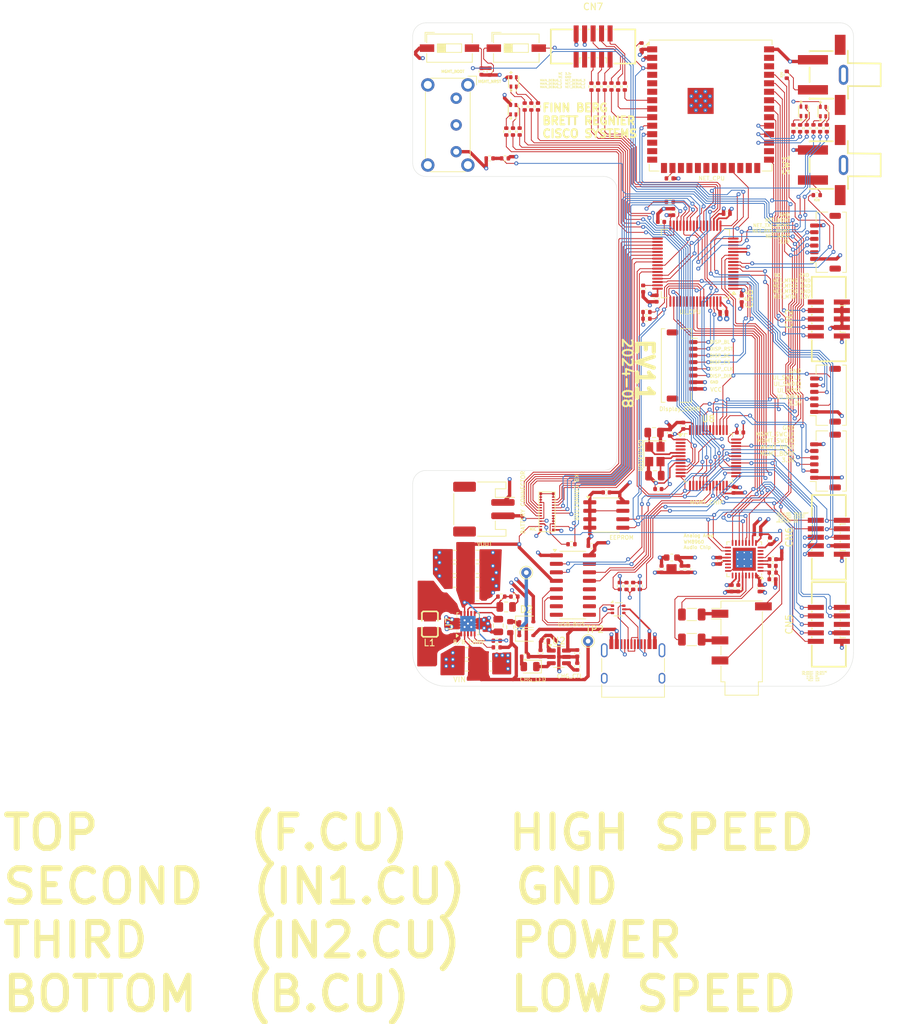
<source format=kicad_pcb>
(kicad_pcb (version 20240108) (generator "pcbnew") (generator_version "8.0")
  (title_block (title "Hactar PCB - Finn Berg, Brett Regnier") (date "2024-07-24") (rev "EV11") (company "CISCO SYSTEMS"))
  (layers (0 "F.Cu" signal) (1 "In1.Cu" power) (2 "In2.Cu" power) (31 "B.Cu" signal) (34 "B.Paste" user) (35 "F.Paste" user) (36 "B.SilkS" user "B.Silkscreen") (37 "F.SilkS" user "F.Silkscreen") (38 "B.Mask" user) (39 "F.Mask" user) (44 "Edge.Cuts" user))
  (net 0 "")
  (net 1 "+3.3VA")
  (net 2 "+3.3V")
  (net 3 "VBUS")
  (net 4 "GND")
  (net 5 "Net-(U6-LINPUT2)")
  (net 6 "Net-(J1-Pin_1)")
  (net 7 "Net-(U7-VIN)")
  (net 8 "Net-(U6-MICBIAS)")
  (net 9 "Net-(U6-HP_R)")
  (net 10 "/MCLK")
  (net 11 "/MGMT_BOOT")
  (net 12 "/MGMT_NRST")
  (net 13 "Net-(U6-HP_L)")
  (net 14 "/MIC_P")
  (net 15 "/LEDA_R")
  (net 16 "Net-(U6-AMID)")
  (net 17 "/DISP_BL")
  (net 18 "/LEDA_G")
  (net 19 "/BATTERY_MON")
  (net 20 "/LEDA_B")
  (net 21 "/KB_COL3")
  (net 22 "/KB_COL4")
  (net 23 "/DISP_DC")
  (net 24 "/DISP_CS")
  (net 25 "/KB_ROW5")
  (net 26 "/KB_ROW1")
  (net 27 "/KB_ROW2")
  (net 28 "/KB_ROW3")
  (net 29 "/KB_ROW4")
  (net 30 "/KB_ROW6")
  (net 31 "/KB_ROW7")
  (net 32 "/LEDB_R")
  (net 33 "/LEDB_G")
  (net 34 "Net-(U7-VAUX)")
  (net 35 "Net-(J9-CC1)")
  (net 37 "Net-(J9-CC2)")
  (net 39 "/LEDB_B")
  (net 42 "/HP_R")
  (net 43 "/HP_L")
  (net 44 "/KB_COL5")
  (net 45 "/KB_COL2")
  (net 46 "/MIC_N")
  (net 47 "Net-(U11-IO46)")
  (net 48 "/KB_COL1")
  (net 49 "Net-(CN7-Pin_5)")
  (net 50 "Net-(U7-FB)")
  (net 51 "/NET_LED_B")
  (net 52 "/NET_LED_G")
  (net 56 "/USB_DTR")
  (net 57 "/USB_RTS")
  (net 59 "/NET_LED_R")
  (net 65 "/NET_STAT")
  (net 68 "/NET_BOOT")
  (net 69 "Net-(U7-L1)")
  (net 70 "/MGMT_SWDIO")
  (net 71 "/MGMT_SWCLK")
  (net 72 "/I2S_DACLRC")
  (net 73 "Net-(D1-A)")
  (net 74 "/UI_BOOT1")
  (net 75 "Net-(U2-TS)")
  (net 76 "/I2S_BCLK")
  (net 77 "/I2S_ADCDAT")
  (net 78 "Net-(U7-L2)")
  (net 81 "/I2S_DACDAT")
  (net 82 "/USB_TX1_MGMT")
  (net 83 "/USB_RX1_MGMT")
  (net 97 "/KB_LED")
  (net 100 "Net-(D2-A)")
  (net 101 "Net-(U7-EN)")
  (net 102 "Net-(U1-VCAP_1)")
  (net 103 "Net-(U1-VCAP_2)")
  (net 104 "Net-(U2-ISET)")
  (net 105 "/NET_TX1_MGMT")
  (net 106 "/NET_RX1_MGMT")
  (net 109 "/PTT_BTN")
  (net 110 "/PTT_AI_BTN")
  (net 111 "/SPI1_CLK")
  (net 112 "/SPI1_MOSI")
  (net 113 "Net-(U1-PC0)")
  (net 114 "Net-(U6-LINPUT1)")
  (net 116 "Net-(U1-PC1)")
  (net 117 "Net-(CN7-Pin_9)")
  (net 118 "/NET_MTDI")
  (net 119 "/NET_MTCK")
  (net 120 "/NET_MTDO")
  (net 121 "/NET_MTMS")
  (net 129 "unconnected-(U8-PA12-Pad33)")
  (net 131 "/RCC_OSC_IN")
  (net 132 "/RCC_OSC_OUT")
  (net 136 "Net-(U1-PB10)")
  (net 137 "Net-(CN7-Pin_7)")
  (net 138 "/NET_NRST")
  (net 139 "Net-(D3---Pad1)")
  (net 140 "Net-(D3---Pad3)")
  (net 141 "Net-(D3---Pad4)")
  (net 142 "Net-(D4---Pad3)")
  (net 143 "Net-(D4---Pad4)")
  (net 144 "Net-(D4---Pad1)")
  (net 145 "Net-(D5---Pad3)")
  (net 146 "Net-(D5---Pad4)")
  (net 147 "Net-(D5---Pad1)")
  (net 148 "Net-(D7---Pad4)")
  (net 149 "Net-(D7---Pad1)")
  (net 150 "Net-(D7---Pad3)")
  (net 151 "Net-(D2-K)")
  (net 152 "Net-(D1-K)")
  (net 153 "/USB_CC2_DETECT")
  (net 154 "/USB_CC1_DETECT")
  (net 155 "/DISP_RST")
  (net 156 "/Wake up Pin")
  (net 159 "/NET_DEBUG_3")
  (net 160 "/NET_DEBUG_2")
  (net 161 "/NET_DEBUG_1")
  (net 165 "Net-(CN7-Pin_10)")
  (net 166 "Net-(CN7-Pin_8)")
  (net 168 "Net-(CN7-Pin_6)")
  (net 169 "Net-(J9-D--PadA7)")
  (net 170 "Net-(J9-D+-PadA6)")
  (net 171 "Net-(U7-PG)")
  (net 175 "/UI_NRST")
  (net 176 "/UI_BOOT")
  (net 177 "/UI_SWCLK")
  (net 178 "/UI_SWDIO")
  (net 179 "/UI_SCL")
  (net 180 "/UI_SDA")
  (net 181 "/UI_TX2_NET")
  (net 182 "/UI_TX1_MGMT")
  (net 183 "/UI_RX2_NET")
  (net 184 "/UI_RX1_MGMT")
  (net 185 "/UI_LED_B")
  (net 186 "/UI_LED_G")
  (net 187 "/UI_LED_R")
  (net 188 "/UI_DEBUG_1")
  (net 189 "/UI_DEBUG_2")
  (net 190 "/UI_DEBUG_3")
  (net 191 "/UI_STAT")
  (net 193 "Net-(U3-UD-)")
  (net 194 "Net-(U3-UD+)")
  (net 200 "GNDA")
  (net 201 "/KB_MIC")
  (footprint "TestPoint:TestPoint_THTPad_D1.5mm_Drill0.7mm" (layer "F.Cu") (at 131.01 128.29)
    (property "Reference" "TP1" (hide yes))
    (property "Value" "TestPoint")
  )
  (footprint "Capacitor_SMD:C_0805_2012Metric" (layer "F.Cu") (at 120.28 125.69 180)
    (property "Reference" "C45" (hide yes))
    (property "Value" "10u" (hide yes))
  )
  (footprint "Capacitor_SMD:C_0402_1005Metric" (layer "F.Cu") (at 150.51 87.27 -90)
    (property "Reference" "C13" (hide yes))
    (property "Value" "100n" (hide yes))
  )
  (footprint "Resistor_SMD:R_0402_1005Metric" (layer "F.Cu") (at 141.76 55.55 90)
    (property "Reference" "R40" (hide yes))
    (property "Value" "1k0")
  )
  (footprint "Capacitor_SMD:C_0402_1005Metric" (layer "F.Cu") (at 138.6375 140.3575 -90)
    (property "Reference" "C1" (hide yes))
    (property "Value" "10u" (hide yes))
  )
  (footprint "Capacitor_SMD:C_0805_2012Metric" (layer "F.Cu") (at 126.81 136.21 -90)
    (property "Reference" "C40" (hide yes))
    (property "Value" "100n" (hide yes))
  )
  (footprint "Resistor_SMD:R_0402_1005Metric" (layer "F.Cu") (at 142.76 55.55 90)
    (property "Reference" "R41" (hide yes))
    (property "Value" "1k0")
  )
  (footprint "Capacitor_SMD:C_0402_1005Metric" (layer "F.Cu") (at 148.51 85.79 90)
    (property "Reference" "C19" (hide yes))
    (property "Value" "2u2" (hide yes))
  )
  (footprint "Capacitor_SMD:C_0805_2012Metric" (layer "F.Cu") (at 125.63 142.28)
    (property "Reference" "C39" (hide yes))
    (property "Value" "10u" (hide yes))
  )
  (footprint "Resistor_SMD:R_0402_1005Metric" (layer "F.Cu") (at 144.76 55.55 90)
    (property "Reference" "R37" (hide yes))
    (property "Value" "1k0")
  )
  (footprint "Resistor_SMD:R_0402_1005Metric" (layer "F.Cu") (at 126.59 139.48 180)
    (property "Reference" "R1" (hide yes))
    (property "Value" "100k" (hide yes))
  )
  (footprint "Capacitor_SMD:C_0805_2012Metric" (layer "F.Cu") (at 122.12 142.29 180)
    (property "Reference" "C38" (hide yes))
    (property "Value" "10u" (hide yes))
  )
  (footprint "Resistor_SMD:R_0402_1005Metric" (layer "F.Cu") (at 129.22 131.88 180)
    (property "Reference" "R20" (hide yes))
    (property "Value" "64k9" (hide yes))
  )
  (footprint "Capacitor_SMD:C_0805_2012Metric" (layer "F.Cu") (at 123.7 131.78)
    (property "Reference" "C42" (hide yes))
    (property "Value" "100n" (hide yes))
  )
  (footprint "Capacitor_SMD:C_0402_1005Metric" (layer "F.Cu") (at 153.01 74.31 90)
    (property "Reference" "C14" (hide yes))
    (property "Value" "100n" (hide yes))
  )
  (footprint "Capacitor_SMD:C_0805_2012Metric" (layer "F.Cu") (at 150.145 107.3275 180)
    (property "Reference" "C4" (hide yes))
    (property "Value" "33p" (hide yes))
  )
  (footprint "Capacitor_SMD:C_0402_1005Metric" (layer "F.Cu") (at 161.76 130.64 -90)
    (property "Reference" "C3" (hide yes))
    (property "Value" "4u7" (hide yes))
  )
  (footprint "Resistor_SMD:R_0402_1005Metric" (layer "F.Cu") (at 152.5 72.79)
    (property "Reference" "R5" (hide yes))
    (property "Value" "4k7" (hide yes))
  )
  (footprint "Resistor_SMD:R_0402_1005Metric" (layer "F.Cu") (at 125.51 53.3 90)
    (property "Reference" "R10" (hide yes))
    (property "Value" "4k7" (hide yes))
  )
  (footprint "Resistor_SMD:R_0402_1005Metric" (layer "F.Cu") (at 127.817668 66.29 180)
    (property "Reference" "R35" (hide yes))
    (property "Value" "3k0")
  )
  (footprint "TestPoint:TestPoint_THTPad_D1.5mm_Drill0.7mm" (layer "F.Cu") (at 140.26 138.54)
    (property "Reference" "TP2")
    (property "Value" "TestPoint")
  )
  (footprint "Connector_JST:JST_SHL_SM08B-SHLS-TF_1x08-1MP_P1.00mm_Horizontal" (layer "F.Cu") (at 154.335 97.29 -90)
    (property "Reference" "J10" (hide yes))
    (property "Value" "Conn_01x08_Socket" (hide yes))
  )
  (footprint "Hactar_Footprints:BM14B(0.B)-24DS-0.4V(53)" (layer "F.Cu") (at 135.308934 122.161432 90)
    (property "Reference" "U13" (hide yes))
    (property "Value" "BM14B(0.8)-24DS-0.4V(53)" (hide yes))
  )
  (footprint "Package_QFP:LQFP-64_10x10mm_P0.5mm" (layer "F.Cu") (at 156.335 82.04 180)
    (property "Reference" "U1" (hide yes))
    (property "Value" "STM32F405RGTx" (hide yes))
  )
  (footprint "Resistor_SMD:R_0402_1005Metric" (layer "F.Cu") (at 148.01 130.29 90)
    (property "Reference" "R33" (hide yes))
    (property "Value" "1k0")
  )
  (footprint "Hactar_Footprints:IDC-SMD_10P-P1.27_X1270WVS-2X05B-6TV01" (layer "F.Cu") (at 141.01 49.54)
    (property "Reference" "CN7")
    (property "Value" "Conn_02x05_Male")
  )
  (footprint "Capacitor_SMD:C_0402_1005Metric" (layer "F.Cu") (at 167.51 123.56 -90)
    (property "Reference" "C16" (hide yes))
    (property "Value" "100n" (hide yes))
  )
  (footprint "Connector_JST:JST_PH_S2B-PH-SM4-TB_1x02-1MP_P2.00mm_Horizontal" (layer "F.Cu") (at 124.66 118.79 -90)
    (property "Reference" "J1" (hide yes))
    (property "Value" "Conn_01x02_Socket" (hide yes))
  )
  (footprint "Diode_SMD:D_0805_2012Metric" (layer "F.Cu") (at 131.575 142.3575 180)
    (property "Reference" "D1" (hide yes))
    (property "Value" "LED" (hide yes))
  )
  (footprint "NetTie:NetTie-4_SMD_Pad0.5mm" (layer "F.Cu") (at 152.76 127.79)
    (property "Reference" "NT1" (hide yes))
    (property "Value" "NetTie_4" (hide yes))
  )
  (footprint "Capacitor_SMD:C_0805_2012Metric" (layer "F.Cu") (at 123.74 127.71)
    (property "Reference" "C48" (hide yes))
    (property "Value" "10u" (hide yes))
  )
  (footprint "Connector_JST:JST_SHL_SM06B-SHLS-TF_1x06-1MP_P1.00mm_Horizontal" (layer "F.Cu") (at 175.81 111.59 90)
    (property "Reference" "CN3" (hide yes))
    (property "Value" "Conn_01x06_Female")
  )
  (footprint "Inductor_SMD:L_0603_1608Metric" (layer "F.Cu") (at 152.7975 126.04)
    (property "Reference" "L2" (hide yes))
    (property "Value" "120R1" (hide yes))
  )
  (footprint "Package_TO_SOT_SMD:SOT-23-6" (layer "F.Cu") (at 135.8825 140.9075)
    (property "Reference" "U2")
    (property "Value" "BQ21040DBV")
  )
  (footprint "Resistor_SMD:R_0402_1005Metric" (layer "F.Cu") (at 133.794843 138.459049 180)
    (property "Reference" "R22" (hide yes))
    (property "Value" "10k" (hide yes))
  )
  (footprint "Capacitor_SMD:C_0402_1005Metric" (layer "F.Cu") (at 163.26 87.31 -90)
    (property "Reference" "C56")
    (property "Value" "100n")
  )
  (footprint "Resistor_SMD:R_0402_1005Metric" (layer "F.Cu") (at 172.01 61.79 90)
    (property "Reference" "R17" (hide yes))
    (property "Value" "150R" (hide yes))
  )
  (footprint "Hactar_Footprints:IDC-SMD_10P-P1.27_X1270WVS-2X05B-6TV01" (layer "F.Cu") (at 176.31 123 90)
    (property "Reference" "CN6")
    (property "Value" "Conn_02x05_Male")
  )
  (footprint "Resistor_SMD:R_0402_1005Metric" (layer "F.Cu") (at 132.757326 58.523156 -90)
    (property "Reference" "R13" (hide yes))
    (property "Value" "180" (hide yes))
  )
  (footprint "Resistor_SMD:R_0402_1005Metric" (layer "F.Cu") (at 127.27 131.88 180)
    (property "Reference" "R19" (hide yes))
    (property "Value" "360k" (hide yes))
  )
  (footprint "Resistor_SMD:R_0402_1005Metric" (layer "F.Cu") (at 137.77 124.04 180)
    (property "Reference" "R30" (hide yes))
    (property "Value" "0" (hide yes))
  )
  (footprint "Resistor_SMD:R_0402_1005Metric" (layer "F.Cu") (at 148.26 49.54 -90)
    (property "Reference" "R4" (hide yes))
    (property "Value" "15k" (hide yes))
  )
  (footprint "Resistor_SMD:R_0402_1005Metric" (layer "F.Cu") (at 140.76 55.55 90)
    (property "Reference" "R39" (hide yes))
    (property "Value" "1k0")
  )
  (footprint "Hactar_Footprints:IDC-SMD_10P-P1.27_X1270WVS-2X05B-6TV01" (layer "F.Cu") (at 176.31 136.04 90)
    (property "Reference" "CN5")
    (property "Value" "Conn_02x05_Male")
  )
  (footprint "Resistor_SMD:R_0402_1005Metric" (layer "F.Cu") (at 145.01 130.29 90)
    (property "Reference" "R31" (hide yes))
    (property "Value" "1k0")
  )
  (footprint "Capacitor_SMD:C_0402_1005Metric" (layer "F.Cu") (at 155.26 127.77 -90)
    (property "Reference" "C8" (hide yes))
    (property "Value" "10n" (hide yes))
  )
  (footprint "Capacitor_SMD:C_0805_2012Metric" (layer "F.Cu") (at 123.73 125.68)
    (property "Reference" "C46" (hide yes))
    (property "Value" "10u" (hide yes))
  )
  (footprint "Resistor_SMD:R_0402_1005Metric" (layer "F.Cu") (at 130.827763 140.870459 180)
    (property "Reference" "R27" (hide yes))
    (property "Value" "1k5" (hide yes))
  )
  (footprint "Resistor_SMD:R_0402_1005Metric" (layer "F.Cu") (at 128.013933 62.279493 -90)
    (property "Reference" "R12" (hide yes))
    (property "Value" "150R" (hide yes))
  )
  (footprint "Resistor_SMD:R_0402_1005Metric" (layer "F.Cu") (at 129.01 62.28 -90)
    (property "Reference" "R11" (hide yes))
    (property "Value" "150R" (hide yes))
  )
  (footprint "Capacitor_SMD:C_0402_1005Metric" (layer "F.Cu") (at 151.188244 75.798099)
    (property "Reference" "C17" (hide yes))
    (property "Value" "2u2" (hide yes))
  )
  (footprint "Button_Switch_SMD:SW_DIP_SPSTx01_Slide_6.7x4.1mm_W6.73mm_P2.54mm_LowProfile_JPin" (layer "F.Cu") (at 129.51 49.79)
    (property "Reference" "SW5" (hide yes))
    (property "Value" "SW_Push" (hide yes))
  )
  (footprint "Hactar_Footprints:KEY-SMD_2P-L7.1-W10.6-P4.00-LS9.0" (layer "F.Cu") (at 176.22 53.79 90)
    (property "Reference" "SW3" (hide yes))
    (property "Value" "TS-1037-A11B3-D2")
  )
  (footprint "Resistor_SMD:R_0402_1005Metric" (layer "F.Cu") (at 130.010891 62.275114 -90)
    (property "Reference" "R6" (hide yes))
    (property "Value" "180" (hide yes))
  )
  (footprint "Hactar_Footprints:LED-ARRAY-SMD_4P-L1.6-W1.5-TL_NH-B1515RGBA" (layer "F.Cu") (at 172.530133 59.248014 90)
    (property "Reference" "D5" (hide yes))
    (property "Value" "NH-B1515RGBA-HF")
  )
  (footprint "Resistor_SMD:R_0402_1005Metric" (layer "F.Cu") (at 170.01 53.78 90)
    (property "Reference" "R29")
    (property "Value" "1k0")
  )
  (footprint "Resistor_SMD:R_0402_1005Metric" (layer "F.Cu") (at 173.01 61.78 90)
    (property "Reference" "R16" (hide yes))
    (property "Value" "180R" (hide yes))
  )
  (footprint "NetTie:NetTie-2_SMD_Pad0.5mm" (layer "F.Cu") (at 169.26 125.79 90)
    (property "Reference" "JP1" (hide yes))
    (property "Value" "SolderJumper_2_Bridged" (hide yes))
  )
  (footprint "Capacitor_SMD:C_1206_3216Metric" (layer "F.Cu") (at 155.785 138.315)
    (property "Reference" "C29" (hide yes))
    (property "Value" "100u" (hide yes))
  )
  (footprint "Resistor_SMD:R_0402_1005Metric" (layer "F.Cu") (at 126.58 138.49)
    (property "Reference" "R21" (hide yes))
    (property "Value" "100k" (hide yes))
  )
  (footprint "Diode_SMD:D_SOD-323" (layer "F.Cu") (at 131.0125 135.65)
    (property "Reference" "D2")
    (property "Value" "1N5819WS")
  )
  (footprint "Capacitor_SMD:C_0402_1005Metric" (layer "F.Cu") (at 151.26 127.77 -90)
    (property "Reference" "C10" (hide yes))
    (property "Value" "1u" (hide yes))
  )
  (footprint "Resistor_SMD:R_0402_1005Metric" (layer "F.Cu") (at 175.01 61.78 90)
    (property "Reference" "R25" (hide yes))
    (property "Value" "150R" (hide yes))
  )
  (footprint "Resistor_SMD:R_0402_1005Metric" (layer "F.Cu") (at 145.76 55.54 90)
    (property "Reference" "R38" (hide yes))
    (property "Value" "1k0")
  )
  (footprint "Capacitor_SMD:C_0402_1005Metric" (layer "F.Cu") (at 124.293795 53.277415 90)
    (property "Reference" "C36" (hide yes))
    (property "Value" "100n" (hide yes))
  )
  (footprint "Capacitor_SMD:C_0402_1005Metric" (layer "F.Cu") (at 142.99 116.29)
    (property "Reference" "C20" (hide yes))
    (property "Value" "100n")
  )
  (footprint "Capacitor_SMD:C_0402_1005Metric" (layer "F.Cu") (at 150.78 115.79 180)
    (property "Reference" "C35" (hide yes))
    (property "Value" "100n" (hide yes))
  )
  (footprint "Capacitor_SMD:C_0402_1005Metric" (layer "F.Cu") (at 160.51 89.29 180)
    (property "Reference" "C12" (hide yes))
    (property "Value" "100n" (hide yes))
  )
  (footprint "Resistor_SMD:R_0402_1005Metric" (layer "F.Cu") (at 171.01 61.78 90)
    (property "Reference" "R18" (hide yes))
    (property "Value" "150R" (hide yes))
  )
  (footprint "Capacitor_SMD:C_0402_1005Metric" (layer "F.Cu") (at 162.041733 115.881246 90)
    (property "Reference" "C25" (hide yes))
    (property "Value" "100n" (hide yes))
  )
  (footprint "Resistor_SMD:R_0402_1005Metric" (layer "F.Cu") (at 152.5 69.29)
    (property "Reference" "R32" (hide yes))
    (property "Value" "4k7" (hide yes))
  )
  (footprint "Hactar_Footprints:LED-ARRAY-SMD_4P-L1.6-W1.5-TL_NH-B1515RGBA" (layer "F.Cu") (at 129.11 54.84 90)
    (property "Reference" "D4" (hide yes))
    (property "Value" "NH-B1515RGBA-HF")
  )
  (footprint "Capacitor_SMD:C_0402_1005Metric" (layer "F.Cu") (at 165.6275 122.54 180)
    (property "Reference" "C15" (hide yes))
    (property "Value" "100n" (hide yes))
  )
  (footprint "Hactar_Footprints:IDC-SMD_10P-P1.27_X1270WVS-2X05B-6TV01" (layer "F.Cu") (at 176.31 90.33 90)
    (property "Reference" "CN2")
    (property "Value" "Conn_05x02_Female")
  )
  (footprint "Resistor_SMD:R_0402_1005Metric" (layer "F.Cu") (at 130.765095 58.531837 -90)
    (property "Reference" "R15" (hide yes))
    (property "Value" "150R" (hide yes))
  )
  (footprint "Package_DFN_QFN:QFN-32-1EP_5x5mm_P0.5mm_EP3.45x3.45mm_ThermalVias" (layer "F.Cu") (at 163.6475 126.29 180)
    (property "Reference" "U6" (hide yes))
    (property "Value" "WM8960CGEFL/RV")
  )
  (footprint "Capacitor_SMD:C_0805_2012Metric" (layer "F.Cu") (at 150.26 113.7775)
    (property "Reference" "C23" (hide yes))
    (property "Value" "33p" (hide yes))
  )
  (footprint "Resistor_SMD:R_0402_1005Metric" (layer "F.Cu") (at 167.8975 128.29 180)
    (property "Reference" "R9" (hide yes))
    (property "Value" "2k2" (hide yes))
  )
  (footprint "Resistor_SMD:R_0402_1005Metric" (layer "F.Cu") (at 131.76 58.53 -90)
    (property "Reference" "R14" (hide yes))
    (property "Value" "150" (hide yes))
  )
  (footprint "Capacitor_SMD:C_1206_3216Metric" (layer "F.Cu") (at 155.785 134.565)
    (property "Reference" "C30" (hide yes))
    (property "Value" "100u" (hide yes))
  )
  (footprint "Button_Switch_SMD:SW_DIP_SPSTx01_Slide_6.7x4.1mm_W6.73mm_P2.54mm_LowProfile_JPin" (layer "F.Cu") (at 119.51 49.79)
    (property "Reference" "SW4" (hide yes))
    (property "Value" "SW_Push" (hide yes))
  )
  (footprint "Resistor_SMD:R_0402_1005Metric" (layer "F.Cu") (at 174.5 71.79)
    (property "Reference" "R28")
    (property "Value" "1k0")
  )
  (footprint "Diode_SMD:D_SOD-323" (layer "F.Cu") (at 131.01 137.71)
    (property "Reference" "D6" (hide yes))
    (property "Value" "1N5819WS" (hide yes))
  )
  (footprint "Package_SO:SOIC-16_3.9x9.9mm_P1.27mm" (layer "F.Cu") (at 137.985 130.155)
    (property "Reference" "U3" (hide yes))
    (property "Value" "CH340C" (hide yes))
  )
  (footprint "Resistor_SMD:R_0402_1005Metric" (layer "F.Cu") (at 176.01 61.78 90)
    (property "Reference" "R23" (hide yes))
    (property "Value" "180R" (hide yes))
  )
  (footprint "Resistor_SMD:R_0402_1005Metric" (layer "F.Cu") (at 146.01 130.3 90)
    (property "Reference" "R3" (hide yes))
    (property "Value" "5k1")
  )
  (footprint "Connector_JST:JST_SHL_SM06B-SHLS-TF_1x06-1MP_P1.00mm_Horizontal" (layer "F.Cu") (at 175.81 78.84 90)
    (property "Reference" "J3" (hide yes))
    (property "Value" "Conn_01x06_Socket")
  )
  (footprint "Capacitor_SMD:C_0402_1005Metric" (layer "F.Cu") (at 163.025 107.32)
    (property "Reference" "C34" (hide yes))
    (property "Value" "100n" (hide yes))
  )
  (footprint "Connector_JST:JST_SHL_SM06B-SHLS-TF_1x06-1MP_P1.00mm_Horizontal" (layer "F.Cu") (at 175.81 101.74 90)
    (property "Reference" "CN4" (hide yes))
    (property "Value" "Conn_01x06_Female")
  )
  (footprint "Connector_Audio:Jack_3.5mm_PJ320D_Horizontal" (layer "F.Cu") (at 163.26 138.265 90)
    (property "Reference" "J2" (hide yes))
    (property "Value" "AudioJack1")
  )
  (footprint "Hactar_Footprints:MCL2016A1R0MT" (layer "F.Cu") (at 116.575327 136.000688 90)
    (property "Reference" "L1")
    (property "Value" "1uH")
  )
  (footprint "Resistor_SMD:R_0402_1005Metric" (layer "F.Cu") (at 143.76 55.53 90)
    (property "Reference" "R36" (hide yes))
    (property "Value" "1k0")
  )
  (footprint "Hactar_Footprints:LED-ARRAY-SMD_4P-L1.6-W1.5-TL_NH-B1515RGBA" (layer "F.Cu") (at 175.441816 59.284632 90)
    (property "Reference" "D7" (hide yes))
    (property "Value" "NH-B1515RGBA-HF")
  )
  (footprint "Capacitor_SMD:C_0402_1005Metric" (layer "F.Cu") (at 167.8975 127.29)
    (property "Reference" "C18" (hide yes))
    (property "Value" "1u" (hide yes))
  )
  (footprint "Resistor_SMD:R_0402_1005Metric" (layer "F.Cu") (at 149 90.29)
    (property "Reference" "R8" (hide yes))
    (property "Value" "1k5")
  )
  (footprint "Hactar_Footprints:LED-ARRAY-SMD_4P-L1.6-W1.5-TL_NH-B1515RGBA" (layer "F.Cu") (at 129.053691 59.00382 90)
    (property "Reference" "D3" (hide yes))
    (property "Value" "NH-B1515RGBA-HF")
  )
  (footprint "Capacitor_SMD:C_0402_1005Metric" (layer "F.Cu") (at 133.1375 140.3775 90)
    (property "Reference" "C2" (hide yes))
    (property "Value" "10u" (hide yes))
  )
  (footprint "Capacitor_SMD:C_0402_1005Metric" (layer "F.Cu") (at 160.01 126.52 90)
    (property "Reference" "C6" (hide yes))
    (property "Value" "4u7" (hide yes))
  )
  (footprint "Resistor_SMD:R_0402_1005Metric" (layer "F.Cu") (at 125.52 66.29 180)
    (property "Reference" "R34" (hide yes))
    (property "Value" "1k0")
  )
  (footprint "Resistor_SMD:R_0402_1005Metric" (layer "F.Cu") (at 149 89.29)
    (property "Reference" "R7" (hide yes))
    (property "Value" "1k5")
  )
  (footprint "Capacitor_SMD:C_0805_2012Metric" (layer "F.Cu") (at 127.99 133.43)
    (property "Reference" "C41" (hide yes))
    (property "Value" "2p2" (hide yes))
  )
  (footprint "RF_Module:ESP32-S3-WROOM-1U" (layer "F.Cu") (at 158.61 58.38)
    (property "Reference" "U11" (hide yes))
    (property "Value" "ESP32-S3-WROOM-1-N8R2" (hide yes))
  )
  (footprint "Resistor_SMD:R_0402_1005Metric" (layer "F.Cu") (at 138.6375 142.3475 90)
    (property "Reference" "R26" (hide yes))
    (property "Value" "680" (hide yes))
  )
  (footprint "Capacitor_SMD:C_0402_1005Metric" (layer "F.Cu") (at 165.95 130.64 90)
    (property "Reference" "C7" (hide yes))
    (property "Value" "100n" (hide yes))
  )
  (footprint "Capacitor_SMD:C_0402_1005Metric" (layer "F.Cu") (at 140.78 124.29 180)
    (property "Reference" "C32" (hide yes))
    (property "Value" "100n" (hide yes))
  )
  (footprint "Capacitor_SMD:C_0402_1005Metric" (layer "F.Cu") (at 162.76 130.64 -90)
    (property "Reference" "C31" (hide yes))
    (property "Value" "4.7u" (hide yes))
  )
  (footprint "Capacitor_SMD:C_0805_2012Metric" (layer "F.Cu") (at 120.26 129.75 180)
    (property "Reference" "C43" (hide yes))
    (property "Value" "10u" (hide yes))
  )
  (footprint "Capacitor_SMD:C_0402_1005Metric" (layer "F.Cu") (at 154.26 127.77 -90)
    (property "Reference" "C9" (hide yes))
    (property "Value" "1u" (hide yes))
  )
  (footprint "Capacitor_SMD:C_0402_1005Metric" (layer "F.Cu") (at 152.51475 107.358126 -90)
    (property "Reference" "C24" (hide yes))
    (property "Value" "100n" (hide yes))
  )
  (footprint "Resistor_SMD:R_0603_1608Metric" (layer "F.Cu") (at 128.606346 136.465 -90)
    (property "Reference" "R42" (hide yes))
    (property "Value" "0R1")
  )
  (footprint "Capacitor_SMD:C_0402_1005Metric" (layer "F.Cu") (at 167.9175 126.29)
    (property "Reference" "C5" (hide yes))
    (property "Value" "1u" (hide yes))
  )
  (footprint "Connector_USB:USB_C_Receptacle_HRO_TYPE-C-31-M-12" (layer "F.Cu") (at 147 143.046)
    (property "Reference" "J9" (hide yes))
    (property "Value" "USB_C_Receptacle")
  )
  (footprint "Capacitor_SMD:C_0402_1005Metric" (layer "F.Cu") (at 161.027911 74.591721)
    (property "Reference" "C11" (hide yes))
    (property "Value" "100n" (hide yes))
  )
  (footprint "Package_QFP:LQFP-48_7x7mm_P0.5mm" (layer "F.Cu") (at 158.271133 111.117932)
    (property "Reference" "U8")
    (property "Value" "STM32F070CBTx")
  )
  (footprint "Package_TO_SOT_SMD:SOT-666" (layer "F.Cu") (at 144.76 133.79)
    (property "Reference" "U4" (hide yes))
    (property "Value" "USBLC6-2P6" (hide yes))
  )
  (footprint "Capacitor_SMD:C_0805_2012Metric" (layer "F.Cu") (at 122.14 140.26 180)
    (property "Reference" "C37" (hide yes))
    (property "Value" "100n" (hide yes))
  )
  (footprint "Capacitor_SMD:C_0402_1005Metric" (layer "F.Cu") (at 167.8775 129.29)
    (property "Reference" "C28" (hide yes))
    (property "Value" "4.7u" (hide yes))
  )
  (footprint "Package_SON:Texas_S-PWSON-N10_ThermalVias" (layer "F.Cu") (at 122.27 135.93 90)
    (property "Reference" "U7")
    (property "Value" "TPS63060")
  )
  (footprint "Capacitor_SMD:C_0805_2012Metric" (layer "F.Cu") (at 123.73 129.74)
    (property "Reference" "C47" (hide yes))
    (property "Value" "10u" (hide yes))
  )
  (footprint "Hactar_Footprints:KEY-SMD_2P-L7.1-W10.6-P4.00-LS9.0" (layer "F.Cu") (at 176.22 67.29 90)
    (property "Reference" "SW1")
    (property "Value" "TS-1037-A11B3-D2")
  )
  (footprint "Capacitor_SMD:C_0805_2012Metric" (layer "F.Cu") (at 120.27 127.72 180)
    (property "Reference" "C44" (hide yes))
    (property "Value" "10u" (hide yes))
  )
  (footprint "Resistor_SMD:R_0402_1005Metric" (layer "F.Cu") (at 147.01 130.29 90)
    (property "Reference" "R2" (hide yes))
    (property "Value" "5k1")
  )
  (footprint "Button_Switch_THT:SW_E-Switch_EG1224_SPDT_Angled" (layer "F.Cu") (at 120.51 57.29 -90)
    (property "Reference" "SW6" (hide yes))
    (property "Value" "SW_SPDT")
  )
  (footprint "Capacitor_SMD:C_0402_1005Metric" (layer "F.Cu") (at 154.51 106.31 -90)
    (property "Reference" "C26" (hide yes))
    (property "Value" "100n" (hide yes))
  )
  (footprint "Package_SO:SOIC-8_3.9x4.9mm_P1.27mm" (layer "F.Cu") (at 142.99 119.67)
    (property "Reference" "U5" (hide yes))
    (property "Value" "M24C02-RMN6TP")
  )
  (footprint "Resistor_SMD:R_0402_1005Metric" (layer "F.Cu") (at 174.01 61.78 90)
    (property "Reference" "R24" (hide yes))
    (property "Value" "150R" (hide yes))
  )
  (footprint "Crystal:Crystal_SMD_3225-4Pin_3.2x2.5mm" (layer "F.Cu") (at 150.26 110.5775 -90)
    (property "Reference" "Y1" (hide yes))
    (property "Value" "Crystal_GND24" (hide yes))
  )
  (gr_arc (start 142.6 69) (mid 144.014214 69.585786) (end 144.6 71) (stroke (width 0.05)) (layer "Edge.Cuts"))
  (gr_arc (start 178 46) (mid 179.414214 46.585786) (end 180 48) (stroke (width 0.05)) (layer "Edge.Cuts"))
  (gr_line (start 178 46) (end 116 46) (stroke (width 0.05)) (layer "Edge.Cuts"))
  (gr_arc (start 119 145.3) (mid 115.464466 143.835534) (end 114 140.3) (stroke (width 0.05)) (layer "Edge.Cuts"))
  (gr_line (start 144.6 71) (end 144.6 111) (stroke (width 0.05)) (layer "Edge.Cuts"))
  (gr_arc (start 180 140.3) (mid 178.535534 143.835534) (end 175 145.3) (stroke (width 0.05)) (layer "Edge.Cuts"))
  (gr_line (start 116 69) (end 142.6 69) (stroke (width 0.05)) (layer "Edge.Cuts"))
  (gr_arc (start 114 115) (mid 114.585785 113.585785) (end 116 113) (stroke (width 0.05)) (layer "Edge.Cuts"))
  (gr_arc (start 144.6 111) (mid 144.014214 112.414214) (end 142.6 113) (stroke (width 0.05)) (layer "Edge.Cuts"))
  (gr_line (start 142.6 113) (end 116 113) (stroke (width 0.05)) (layer "Edge.Cuts"))
  (gr_line (start 180 48) (end 180 140.3) (stroke (width 0.05)) (layer "Edge.Cuts"))
  (gr_line (start 119 145.3) (end 175 145.3) (stroke (width 0.05)) (layer "Edge.Cuts"))
  (gr_arc (start 114 48) (mid 114.585786 46.585786) (end 116 46) (stroke (width 0.05)) (layer "Edge.Cuts"))
  (gr_arc (start 116 69) (mid 114.585786 68.414214) (end 114 67) (stroke (width 0.05)) (layer "Edge.Cuts"))
  (gr_line (start 114 115) (end 114 140.3) (stroke (width 0.05)) (layer "Edge.Cuts"))
  (gr_line (start 114 48) (end 114 67) (stroke (width 0.05)) (layer "Edge.Cuts"))
  (gr_text "MIC" (at 132.01 121.79 0) (layer "F.SilkS") (effects (font (size 0.4 0.4) (thickness 0.1))))
  (gr_text "VIN" (at 121.01 144.29 0) (layer "F.SilkS") (effects (font (size 0.8 0.8) (thickness 0.1))))
  (gr_text "FINN BERG\nBRETT REGNIER\nCISCO SYSTEMS" (at 133.26 63.29 0) (layer "F.SilkS") (effects (font (size 1.2 1.2) (thickness 0.3) (bold yes)) (justify left bottom)))
  (gr_text "GND" (at 159.14 99.78 0) (layer "F.SilkS") (effects (font (size 0.4 0.4) (thickness 0.1))))
  (gr_text "NC" (at 135.76 53.79 0) (layer "F.SilkS") (effects (font (size 0.3 0.3) (thickness 0.075) (bold yes)) (justify left bottom)))
  (gr_text "DISP_DC" (at 160.02 95.83 0) (layer "F.SilkS") (effects (font (size 0.5 0.5) (thickness 0.1))))
  (gr_text "USB_TX1_MGMT\nUI_RX2_NET\nUI_TX2_NET\nGND\n3.3V" (at 171.01 120.04 0) (layer "F.SilkS") (effects (font (size 0.2 0.2) (thickness 0.05) (bold yes)) (justify left)))
  (gr_text "OSCILATOR" (at 148.105 110.75 -90) (layer "F.SilkS") (effects (font (size 0.6 0.6) (thickness 0.1))))
  (gr_text "I2S_DACLRC\nI2S_BCLK\nNC\nGND\n3.3V" (at 174.26 143.79 0) (layer "F.SilkS") (effects (font (size 0.2 0.2) (thickness 0.05) (bold yes)) (justify left)))
  (gr_text "GND\nNET_BOOT\nNET_TX1_MGMT\nNET_RX1_MGMT\nNET_NRST\n3.3V" (at 170.51 79.04 0) (layer "F.SilkS") (effects (font (size 0.5 0.5) (thickness 0.1) (bold yes)) (justify right bottom)))
  (gr_text "MAIN_DEBUG_2" (at 133.01 55.29 0) (layer "F.SilkS") (effects (font (size 0.3 0.3) (thickness 0.075) (bold yes)) (justify left bottom)))
  (gr_text "NET_DEBUG_2" (at 136.76 55.29 0) (layer "F.SilkS") (effects (font (size 0.3 0.3) (thickness 0.075) (bold yes)) (justify left bottom)))
  (gr_text "USB_BUS" (at 137.76 136.04 0) (layer "F.SilkS") (effects (font (size 0.6 0.6) (thickness 0.1))))
  (gr_text "Analog Area" (at 154.51 123.04 0) (layer "F.SilkS") (effects (font (size 0.5 0.5) (thickness 0.1) (bold yes)) (justify left bottom)))
  (gr_text "KB CONNECTOR" (at 138.51 117.04 -90) (layer "F.SilkS") (effects (font (size 0.6 0.6) (thickness 0.1))))
  (gr_text "GND\nUI_SWCLK\nUI_SWDIO\nUI_NRST\nUI_BOOT\n3.3V" (at 172.26 100.54 0) (layer "F.SilkS") (effects (font (size 0.6 0.6) (thickness 0.1) (bold yes)) (justify right)))
  (gr_text "DISP_DIN" (at 160.14 98.87 0) (layer "F.SilkS") (effects (font (size 0.5 0.5) (thickness 0.1))))
  (gr_text "NET_DEBUG_1" (at 136.76 55.79 0) (layer "F.SilkS") (effects (font (size 0.3 0.3) (thickness 0.075) (bold yes)) (justify left bottom)))
  (gr_text "MGMT_BOOT" (at 120.01 53.29 0) (layer "F.SilkS") (effects (font (size 0.4 0.4) (thickness 0.1))))
  (gr_text "WM8960\nAudio Chip" (at 154.51 124.79 0) (layer "F.SilkS") (effects (font (size 0.5 0.5) (thickness 0.1) (bold yes)) (justify left bottom)))
  (gr_text "VOUT" (at 124.76 124.04 0) (layer "F.SilkS") (effects (font (size 0.6 0.6) (thickness 0.1))))
  (gr_text "CHG_CTL" (at 137.51 143.79 0) (layer "F.SilkS") (effects (font (size 0.6 0.6) (thickness 0.1))))
  (gr_text "DISP_CS" (at 160.01 96.79 0) (layer "F.SilkS") (effects (font (size 0.5 0.5) (thickness 0.1))))
  (gr_text "NC       GND\nNET_MTMS GND\nNET_MTCK GND\nNET_MTDO GND\nNET_MTDI 3.3V" (at 170.76 87.29 0) (layer "F.SilkS") (effects (font (size 0.5 0.5) (thickness 0.1) (bold yes)) (justify bottom)))
  (gr_text "GND\nMGMT_SWCLK\nMGMT_SWDIO\nMGMT_NRST\nMGMT_BOOT\n3.3V" (at 171.26 109.04 0) (layer "F.SilkS") (effects (font (size 0.6 0.6) (thickness 0.1) (bold yes)) (justify right)))
  (gr_text "MGMT_CHIP" (at 158.01 117.79 0) (layer "F.SilkS") (effects (font (size 0.6 0.6) (thickness 0.1))))
  (gr_text "DISP_BL" (at 159.99 93.78 0) (layer "F.SilkS") (effects (font (size 0.5 0.5) (thickness 0.1))))
  (gr_text "VCC" (at 159.42 100.9 0) (layer "F.SilkS") (effects (font (size 0.6 0.6) (thickness 0.1))))
  (gr_text "EV11" (at 147.26 93.04 -90) (layer "F.SilkS") (effects (font (size 2.5 2.5) (thickness 0.625) (bold yes)) (justify left bottom)))
  (gr_text "TOP      (F.CU)    HIGH SPEED\nSECOND  (IN1.CU)  GND\nTHIRD    (IN2.CU)  POWER\nBOTTOM  (B.CU)    LOW SPEED" (at 52.2 179.3 0) (layer "F.SilkS") (effects (font (size 5 5) (thickness 0.9)) (justify left)))
  (gr_text "3.3v" (at 136.76 53.79 0) (layer "F.SilkS") (effects (font (size 0.3 0.3) (thickness 0.075) (bold yes)) (justify left bottom)))
  (gr_text "NET_DEBUG_3" (at 136.76 54.79 0) (layer "F.SilkS") (effects (font (size 0.3 0.3) (thickness 0.075) (bold yes)) (justify left bottom)))
  (gr_text "GND" (at 136.76 54.29 0) (layer "F.SilkS") (effects (font (size 0.3 0.3) (thickness 0.075) (bold yes)) (justify left bottom)))
  (gr_text "BATTERY CONNECTOR" (at 130.51 117.79 90) (layer "F.SilkS") (effects (font (size 0.6 0.6) (thickness 0.1))))
  (gr_text "NET_CPU" (at 158.76 69.29 0) (layer "F.SilkS") (effects (font (size 0.6 0.6) (thickness 0.1))))
  (gr_text "B/B CONV" (at 122.37 138.7 0) (layer "F.SilkS") (effects (font (size 0.6 0.6) (thickness 0.1))))
  (gr_text "UI_CPU" (at 155.56 89.27 0) (layer "F.SilkS") (effects (font (size 0.6 0.6) (thickness 0.1))))
  (gr_text "NC" (at 135.76 54.29 0) (layer "F.SilkS") (effects (font (size 0.3 0.3) (thickness 0.075) (bold yes)) (justify left bottom)))
  (gr_text "EEPROM" (at 145.26 123.04 0) (layer "F.SilkS") (effects (font (size 0.6 0.6) (thickness 0.1))))
  (gr_text "2024-08" (at 145.26 93.04 270) (layer "F.SilkS") (effects (font (size 1.5 1.5) (thickness 0.3) (bold yes)) (justify left bottom)))
  (gr_text "I2S_ADCDAT\nI2S_DACDAT\nUI_SCL\nUI_SDA\nMCLK" (at 174.01 143.79 0) (layer "F.SilkS") (effects (font (size 0.2 0.2) (thickness 0.05) (bold yes)) (justify right)))
  (gr_text "DISP_CLK" (at 160.23 97.81 0) (layer "F.SilkS") (effects (font (size 0.5 0.5) (thickness 0.1))))
  (gr_text "CHG_LED" (at 132.01 144.29 0) (layer "F.SilkS") (effects (font (size 0.6 0.6) (thickness 0.1))))
  (gr_text "NET_TX1_MGMT\nNET_RX1_MGMT\nUI_TX1_MGMT\nUI_RX1_MGMT\nUSB_RX1_MGMT" (at 170.76 120.04 0) (layer "F.SilkS") (effects (font (size 0.2 0.2) (thickness 0.05) (bold yes)) (justify right)))
  (gr_text "MAIN_DEBUG_1" (at 133.01 54.79 0) (layer "F.SilkS") (effects (font (size 0.3 0.3) (thickness 0.075) (bold yes)) (justify left bottom)))
  (gr_text "DISP_RST" (at 160.22 94.83 0) (layer "F.SilkS") (effects (font (size 0.5 0.5) (thickness 0.1))))
  (gr_text "Display_CONN" (at 154.01 103.79 0) (layer "F.SilkS") (effects (font (size 0.6 0.6) (thickness 0.1))))
  (gr_text "MGMT_NRST" (at 125.51 54.79 0) (layer "F.SilkS") (effects (font (size 0.4 0.4) (thickness 0.1))))
  (gr_text "MAIN_DEBUG_3" (at 133.01 55.79 0) (layer "F.SilkS") (effects (font (size 0.3 0.3) (thickness 0.075) (bold yes)) (justify left bottom)))
  (segment (start 166.64 130.16) (end 166.76 130.04) (width 0.5) (layer "F.Cu") (net 1))
  (segment (start 161.01 130.16) (end 161.76 130.16) (width 0.5) (layer "F.Cu") (net 1))
  (segment (start 162.3975 128.7275) (end 162.3975 129.21474) (width 0.25) (layer "F.Cu") (net 1))
  (segment (start 165.95 130.16) (end 166.64 130.16) (width 0.5) (layer "F.Cu") (net 1))
  (segment (start 164.01 79.79) (end 164.26 79.54) (width 0.25) (layer "F.Cu") (net 1))
  (segment (start 160.48149 126.54) (end 160.02149 127) (width 0.25) (layer "F.Cu") (net 1))
  (segment (start 153.585 126.04) (end 154.26 126.715) (width 0.5) (layer "F.Cu") (net 1))
  (segment (start 165.95 130.16) (end 165.95 129.205) (width 0.5) (layer "F.Cu") (net 1))
  (segment (start 154.26 126.715) (end 154.26 127.29) (width 0.5) (layer "F.Cu") (net 1))
  (segment (start 159.01 127.04) (end 159.05 127) (width 0.5) (layer "F.Cu") (net 1))
  (segment (start 153.585 126.04) (end 156.26 126.04) (width 0.5) (layer "F.Cu") (net 1))
  (segment (start 161.76 129.849619) (end 161.76 130.16) (width 0.25) (layer "F.Cu") (net 1))
  (segment (start 161.21 126.54) (end 160.48149 126.54) (width 0.25) (layer "F.Cu") (net 1))
  (segment (start 160.02149 127) (end 160.01 127) (width 0.25) (layer "F.Cu") (net 1))
  (segment (start 162.3975 129.21474) (end 162.12224 129.49) (width 0.25) (layer "F.Cu") (net 1))
  (segment (start 165.95 129.205) (end 165.4725 128.7275) (width 0.5) (layer "F.Cu") (net 1))
  (segment (start 154.26 127.29) (end 155.26 127.29) (width 0.5) (layer "F.Cu") (net 1))
  (segment (start 162.119619 129.49) (end 161.76 129.849619) (width 0.25) (layer "F.Cu") (net 1))
  (segment (start 162.01 79.79) (end 164.01 79.79) (width 0.25) (layer "F.Cu") (net 1))
  (segment (start 162.12224 129.49) (end 162.119619 129.49) (width 0.25) (layer "F.Cu") (net 1))
  (segment (start 159.05 127) (end 160.01 127) (width 0.5) (layer "F.Cu") (net 1))
  (via (at 164.26 79.54) (size 0.6) (drill 0.3) (layers "F.Cu" "B.Cu") (net 1))
  (via (at 159.01 127.04) (size 0.6) (drill 0.3) (layers "F.Cu" "B.Cu") (net 1))
  (via (at 156.26 126.04) (size 0.6) (drill 0.3) (layers "F.Cu" "B.Cu") (net 1))
  (via (at 166.76 130.04) (size 0.6) (drill 0.3) (layers "F.Cu" "B.Cu") (net 1))
  (via (at 161.01 130.16) (size 0.6) (drill 0.3) (layers "F.Cu" "B.Cu") (net 1))
  (segment (start 116.145 49.79) (end 115.01 49.79) (width 0.5) (layer "F.Cu") (net 2))
  (segment (start 141.72 123.83) (end 141.26 124.29) (width 0.5) (layer "F.Cu") (net 2))
  (segment (start 172.130133 58.548014) (end 172.130133 58.364381) (width 0.127) (layer "F.Cu") (net 2))
  (segment (start 141.26 124.29) (end 141.26 124.91) (width 0.5) (layer "F.Cu") (net 2))
  (segment (start 121.77 134.455) (end 121.77 132.76) (width 0.2) (layer "F.Cu") (net 2))
  (segment (start 159.843358 74.591721) (end 159.085 75.350079) (width 0.25) (layer "F.Cu") (net 2))
  (segment (start 149.01 73.8155) (end 150.0355 72.79) (width 0.127) (layer "F.Cu") (net 2))
  (segment (start 161.054447 115.401246) (end 161.021133 115.367932) (width 0.2) (layer "F.Cu") (net 2))
  (segment (start 178.26 139.54) (end 178.26 138.58) (width 0.5) (layer "F.Cu") (net 2))
  (segment (start 155.933 109.75991) (end 155.6965 109.52341) (width 0.127) (layer "F.Cu") (net 2))
  (segment (start 152.01 126.04) (end 151.01 126.04) (width 0.5) (layer "F.Cu") (net 2))
  (segment (start 145.885 115.415) (end 145.01 116.29) (width 0.5) (layer "F.Cu") (net 2))
  (segment (start 152.585 76.365) (end 152.585 75.215) (width 0.127) (layer "F.Cu") (net 2))
  (segment (start 128.658156 58.188156) (end 128.658156 58.303659) (width 0.5) (layer "F.Cu") (net 2))
  (segment (start 161.01 89.31) (end 160.99 89.29) (width 0.5) (layer "F.Cu") (net 2))
  (segment (start 178.26 126.54) (end 178.26 125.54) (width 0.5) (layer "F.Cu") (net 2))
  (segment (start 166.01 120.29) (end 165.1475 121.1525) (width 0.5) (layer "F.Cu") (net 2))
  (segment (start 141.26 124.91) (end 140.46 125.71) (width 0.5) (layer "F.Cu") (net 2))
  (segment (start 178.26 93.79) (end 178.26 92.87) (width 0.5) (layer "F.Cu") (net 2))
  (segment (start 114.45 50.73) (end 115.01 51.29) (width 0.5) (layer "F.Cu") (net 2))
  (segment (start 156.01 100.79) (end 157.76 100.79) (width 0.5) (layer "F.Cu") (net 2))
  (segment (start 155.6965 109.52341) (end 155.6965 108.9765) (width 0.127) (layer "F.Cu") (net 2))
  (segment (start 128.71 54.14) (end 128.16 54.14) (width 0.5) (layer "F.Cu") (net 2))
  (segment (start 166.76 124.54) (end 166.085 124.54) (width 0.25) (layer "F.Cu") (net 2))
  (segment (start 178.21 114.09) (end 174.135 114.09) (width 0.5) (layer "F.Cu") (net 2))
  (segment (start 131.41 121.39) (end 133.166281 121.39) (width 0.127) (layer "F.Cu") (net 2))
  (segment (start 160.99 89.29) (end 160.99 88.62) (width 0.25) (layer "F.Cu") (net 2))
  (segment (start 178.26 104.843618) (end 177.656382 104.24) (width 0.5) (layer "F.Cu") (net 2))
  (segment (start 127.76 57.29) (end 128.658156 58.188156) (width 0.5) (layer "F.Cu") (net 2))
  (segment (start 152.585 75.215) (end 153.01 74.79) (width 0.127) (layer "F.Cu") (net 2))
  (segment (start 155.51 106.965) (end 155.335 106.79) (width 0.25) (layer "F.Cu") (net 2))
  (segment (start 138.47 49.25) (end 138.51 49.29) (width 0.5) (layer "F.Cu") (net 2))
  (segment (start 152.01 74.79) (end 152.906533 74.79) (width 0.5) (layer "F.Cu") (net 2))
  (segment (start 163.505 108.045) (end 163.505 107.32) (width 0.127) (layer "F.Cu") (net 2))
  (segment (start 145.76 117.76) (end 145.01 117.01) (width 0.5) (layer "F.Cu") (net 2))
  (segment (start 160.547911 74.591721) (end 159.843358 74.591721) (width 0.25) (layer "F.Cu") (net 2))
  (segment (start 162.01 85.79) (end 163.26 85.79) (width 0.2) (layer "F.Cu") (net 2))
  (segment (start 153.26 107.54) (end 152.961874 107.838126) (width 0.25) (layer "F.Cu") (net 2))
  (segment (start 174.808591 57.79) (end 175.041816 58.023225) (width 0.127) (layer "F.Cu") (net 2))
  (segment (start 143.22 123.83) (end 141.72 123.83) (width 0.5) (layer "F.Cu") (net 2))
  (segment (start 160.547911 73.837674) (end 160.547911 74.591721) (width 0.5) (layer "F.Cu") (net 2))
  (segment (start 125.7 132.94) (end 121.95 132.94) (width 0.2) (layer "F.Cu") (net 2))
  (segment (start 121.95 132.94) (end 121.77 132.76) (width 0.2) (layer "F.Cu") (net 2))
  (segment (start 167.76 124.04) (end 167.51 124.04) (width 0.5) (layer "F.Cu") (net 2))
  (segment (start 171.51 57.79) (end 171.01 57.79) (width 0.127) (layer "F.Cu") (net 2))
  (segment (start 150.66 85.79) (end 150.66 86.64) (width 0.25) (layer "F.Cu") (net 2))
  (segment (start 145.01 117.01) (end 145.01 116.29) (width 0.5) (layer "F.Cu") (net 2))
  (segment (start 129.96 124.04) (end 129.96 122.84) (width 0.127) (layer "F.Cu") (net 2))
  (segment (start 150.0355 72.79) (end 151.99 72.79) (width 0.127) (layer "F.Cu") (net 2))
  (segment (start 155.55 106.925) (end 155.51 106.965) (width 0.127) (layer "F.Cu") (net 2))
  (segment (start 155.182068 112.367932) (end 155.933 111.617) (width 0.127) (layer "F.Cu") (net 2))
  (segment (start 129.96 124.527684) (end 134.952316 129.52) (width 0.5) (layer "F.Cu") (net 2))
  (segment (start 160.587825 73.79776) (end 160.547911 73.837674) (width 0.5) (layer "F.Cu") (net 2))
  (segment (start 151.26 126.29) (end 151.01 126.04) (width 0.5) (layer "F.Cu") (net 2))
  (segment (start 164.8975 122.79) (end 165.1475 122.54) (width 0.25) (layer "F.Cu") (net 2))
  (segment (start 177.656382 104.24) (end 174.135 104.24) (width 0.5) (layer "F.Cu") (net 2))
  (segment (start 150.51 86.79) (end 149.76 86.79) (width 0.5) (layer "F.Cu") (net 2))
  (segment (start 162.041733 115.401246) (end 161.054447 115.401246) (width 0.2) (layer "F.Cu") (net 2))
  (segment (start 172.130133 58.548014) (end 172.130133 57.910133) (width 0.127) (layer "F.Cu") (net 2))
  (segment (start 163.01 115.54) (end 162.180487 115.54) (width 0.5) (layer "F.Cu") (net 2))
  (segment (start 129.96 124.04) (end 129.96 124.527684) (width 0.5) (layer "F.Cu") (net 2))
  (segment (start 172.130133 57.910133) (end 172.01 57.79) (width 0.127) (layer "F.Cu") (net 2))
  (segment (start 151.26 127.29) (end 151.26 126.29) (width 0.5) (layer "F.Cu") (net 2))
  (segment (start 129.96 122.84) (end 131.41 121.39) (width 0.127) (layer "F.Cu") (net 2))
  (segment (start 143.26 123.79) (end 143.22 123.83) (width 0.5) (layer "F.Cu") (net 2))
  (segment (start 163.26 85.79) (end 163.51 86.04) (width 0.2) (layer "F.Cu") (net 2))
  (segment (start 172.01 57.79) (end 171.51 57.79) (width 0.127) (layer "F.Cu") (net 2))
  (segment (start 163.26 86.83) (end 163.26 86.29) (width 0.5) (layer "F.Cu") (net 2))
  (segment (start 127.09 138.49) (end 127.133594 138.446406) (width 0.2) (layer "F.Cu") (net 2))
  (segment (start 163.26 86.29) (end 163.51 86.04) (width 0.5) (layer "F.Cu") (net 2))
  (segment (start 178.26 114.04) (end 178.21 114.09) (width 0.5) (layer "F.Cu") (net 2))
  (segment (start 138.47 47.59) (end 138.47 49.25) (width 0.5) (layer "F.Cu") (net 2))
  (segment (start 153.054124 108.3775) (end 152.51475 107.838126) (width 0.2) (layer "F.Cu") (net 2))
  (segment (start 148.81 51.24) (end 148.51 51.54) (width 0.5) (layer "F.Cu") (net 2))
  (segment (start 122.26 124.04) (end 129.96 124.04) (width 0.5) (layer "F.Cu") (net 2))
  (segment (start 162.180487 115.54) (end 162.041733 115.401246) (width 0.5) (layer "F.Cu") (net 2))
  (segment (start 115.01 49.79) (end 114.45 50.35) (width 0.5) (layer "F.Cu") (net 2))
  (segment (start 167.26 124.04) (end 166.76 124.54) (width 0.25) (layer "F.Cu") (net 2))
  (segment (start 145.885 115.415) (end 146.51 114.79) (width 0.5) (layer "F.Cu") (net 2))
  (segment (start 155.933 111.617) (end 155.933 109.75991) (width 0.127) (layer "F.Cu") (net 2))
  (segment (start 154.0975 108.3775) (end 153.054124 108.3775) (width 0.2) (layer "F.Cu") (net 2))
  (segment (start 127.133594 138.446406) (end 128.01 138.446406) (width 0.2) (layer "F.Cu") (net 2))
  (segment (start 178.01 80.79) (end 177.46 81.34) (width 0.5) (layer "F.Cu") (net 2))
  (segment (start 153.76 107.54) (end 154.51 106.79) (width 0.25) (layer "F.Cu") (net 2))
  (segment (start 163.505 105.795) (end 163.51 105.79) (width 0.2) (layer "F.Cu") (net 2))
  (segment (start 114.45 50.35) (end 114.45 50.73) (width 0.5) (layer "F.Cu") (net 2))
  (segment (start 154.021133 112.367932) (end 155.182068 112.367932) (width 0.127) (layer "F.Cu") (net 2))
  (segment (start 128.16 54.14) (end 127.76 54.54) (width 0.5) (layer "F.Cu") (net 2))
  (segment (start 163.505 107.32) (end 163.505 105.795) (width 0.2) (layer "F.Cu") (net 2))
  (segment (start 145.01 116.29) (end 143.47 116.29) (width 0.5) (layer "F.Cu") (net 2))
  (segment (start 149.86 51.24) (end 148.81 51.24) (width 0.5) (layer "F.Cu") (net 2))
  (segment (start 150.66 86.64) (end 150.51 86.79) (width 0.25) (layer "F.Cu") (net 2))
  (segment (start 177.46 81.34) (end 174.135 81.34) (width 0.5) (layer "F.Cu") (net 2))
  (segment (start 126.76 131.88) (end 125.7 132.94) (width 0.2) (layer "F.Cu") (net 2))
  (segment (start 149.76 86.79) (end 149.51 86.54) (width 0.5) (layer "F.Cu") (net 2))
  (segment (start 148.49 91.149332) (end 148.525297 91.184629) (width 0.2) (layer "F.Cu") (net 2))
  (segment (start 153.26 107.54) (end 153.76 107.54) (width 0.25) (layer "F.Cu") (net 2))
  (segment (start 160.99 88.62) (end 160.085 87.715) (width 0.25) (layer "F.Cu") (net 2))
  (segment (start 167.51 124.04) (end 167.26 124.04) (width 0.25) (layer "F.Cu") (net 2))
  (segment (start 164.8975 123.8525) (end 164.8975 122.79) (width 0.25) (layer "F.Cu") (net 2))
  (segment (start 155.335 106.79) (end 154.51 106.79) (width 0.25) (layer "F.Cu") (net 2))
  (segment (start 134.952316 129.52) (end 135.51 129.52) (width 0.5) (layer "F.Cu") (net 2))
  (segment (start 159.085 75.350079) (end 159.085 76.365) (width 0.25) (layer "F.Cu") (net 2))
  (segment (start 171.51 57.79) (end 174.808591 57.79) (width 0.127) (layer "F.Cu") (net 2))
  (segment (start 152.906533 74.79) (end 152.958267 74.738266) (width 0.5) (layer "F.Cu") (net 2))
  (segment (start 127.76 56.79) (end 127.76 57.29) (width 0.5) (layer "F.Cu") (net 2))
  (segment (start 163.182068 108.367932) (end 163.505 108.045) (width 0.127) (layer "F.Cu") (net 2))
  (segment (start 122.01 124.29) (end 122.26 124.04) (width 0.5) (layer "F.Cu") (net 2))
  (segment (start 148.49 89.29) (end 148.49 91.149332) (width 0.2) (layer "F.Cu") (net 2))
  (segment (start 165.1475 121.1525) (end 165.1475 122.54) (width 0.5) (layer "F.Cu") (net 2))
  (segment (start 162.521133 108.367932) (end 163.182068 108.367932) (width 0.127) (layer "F.Cu") (net 2))
  (segment (start 152.961874 107.838126) (end 152.51475 107.838126) (width 0.25) (layer "F.Cu") (net 2))
  (segment (start 168.51 123.29) (end 167.76 124.04) (width 0.5) (layer "F.Cu") (net 2))
  (segment (start 121.77 132.76) (end 122.75 131.78) (width 0.2) (layer "F.Cu") (net 2))
  (segment (start 155.6965 108.9765) (end 155.0975 108.3775) (width 0.127) (layer "F.Cu") (net 2))
  (segment (start 115.01 51.29) (end 115.51 51.29) (width 0.5) (layer "F.Cu") (net 2))
  (segment (start 175.041816 58.023225) (end 175.041816 58.584632) (width 0.127) (layer "F.Cu") (net 2))
  (segment (start 155.0975 108.3775) (end 154.0975 108.3775) (width 0.127) (layer "F.Cu") (net 2))
  (segment (start 161.01 90.29) (end 161.01 89.31) (width 0.5) (layer "F.Cu") (net 2))
  (via (at 148.525297 91.184629) (size 0.6) (drill 0.3) (layers "F.Cu" "B.Cu") (net 2))
  (via (at 178.26 139.54) (size 0.6) (drill 0.3) (layers "F.Cu" "B.Cu") (net 2))
  (via (at 138.51 49.29) (size 0.6) (drill 0.3) (layers "F.Cu" "B.Cu") (net 2))
  (via (at 178.26 114.04) (size 0.6) (drill 0.3) (layers "F.Cu" "B.Cu") (net 2))
  (via (at 163.51 86.04) (size 0.6) (drill 0.3) (layers "F.Cu" "B.Cu") (net 2))
  (via (at 121.77 132.76) (size 0.6) (drill 0.3) (layers "F.Cu" "B.Cu") (net 2))
  (via (at 166.01 120.29) (size 0.6) (drill 0.3) (layers "F.Cu" "B.Cu") (net 2))
  (via (at 161.01 90.29) (size 0.8) (drill 0.4) (layers "F.Cu" "B.Cu") (net 2))
  (via (at 143.26 123.79) (size 0.6) (drill 0.3) (layers "F.Cu" "B.Cu") (net 2))
  (via (at 168.51 123.29) (size 0.6) (drill 0.3) (layers "F.Cu" "B.Cu") (net 2))
  (via (at 149.01 73.8155) (size 0.6) (drill 0.3) (layers "F.Cu" "B.Cu") (net 2))
  (via (at 127.76 56.79) (size 0.6) (drill 0.3) (layers "F.Cu" "B.Cu") (net 2))
  (via (at 152.007911 74.787504) (size 0.6) (drill 0.3) (layers "F.Cu" "B.Cu") (net 2))
  (via (at 178.26 104.843618) (size 0.6) (drill 0.3) (layers "F.Cu" "B.Cu") (net 2))
  (via (at 160.587825 73.79776) (size 0.6) (drill 0.3) (layers "F.Cu" "B.Cu") (net 2))
  (via (at 178.01 80.79) (size 0.6) (drill 0.3) (layers "F.Cu" "B.Cu") (net 2))
  (via (at 178.26 126.54) (size 0.6) (drill 0.3) (layers "F.Cu" "B.Cu") (net 2))
  (via (at 146.51 114.79) (size 0.6) (drill 0.3) (layers "F.Cu" "B.Cu") (net 2))
  (via (at 151.01 126.04) (size 0.6) (drill 0.3) (layers "F.Cu" "B.Cu") (net 2))
  (via (at 153.26 107.54) (size 0.6) (drill 0.3) (layers "F.Cu" "B.Cu") (net 2))
  (via (at 171.01 57.79) (size 0.6) (drill 0.3) (layers "F.Cu" "B.Cu") (net 2))
  (via (at 148.51 51.54) (size 0.6) (drill 0.3) (layers "F.Cu" "B.Cu") (net 2))
  (via (at 129.96 124.04) (size 0.6) (drill 0.3) (layers "F.Cu" "B.Cu") (net 2))
  (via (at 128.01 138.446406) (size 0.6) (drill 0.3) (layers "F.Cu" "B.Cu") (net 2))
  (via (at 157.76 100.79) (size 0.6) (drill 0.3) (layers "F.Cu" "B.Cu") (net 2))
  (via (at 127.76 54.54) (size 0.6) (drill 0.3) (layers "F.Cu" "B.Cu") (net 2))
  (via (at 163.51 105.79) (size 0.6) (drill 0.3) (layers "F.Cu" "B.Cu") (net 2))
  (via (at 115.51 51.29) (size 0.6) (drill 0.3) (layers "F.Cu" "B.Cu") (net 2))
  (via (at 163.01 115.54) (size 0.6) (drill 0.3) (layers "F.Cu" "B.Cu") (net 2))
  (via (at 149.51 86.54) (size 0.6) (drill 0.3) (layers "F.Cu" "B.Cu") (net 2))
  (via (at 178.26 93.79) (size 0.6) (drill 0.3) (layers "F.Cu" "B.Cu") (net 2))
  (segment (start 123.97 137.4) (end 123.97 134.52) (width 0.2) (layer "B.Cu") (net 2))
  (segment (start 125.016406 138.446406) (end 123.97 137.4) (width 0.2) (layer "B.Cu") (net 2))
  (segment (start 123.97 134.52) (end 122.21 132.76) (width 0.2) (layer "B.Cu") (net 2))
  (segment (start 122.21 132.76) (end 121.77 132.76) (width 0.2) (layer "B.Cu") (net 2))
  (segment (start 128.01 138.446406) (end 125.016406 138.446406) (width 0.2) (layer "B.Cu") (net 2))
  (segment (start 149.452288 136.732288) (end 149.452288 136.982288) (width 0.25) (layer "F.Cu") (net 3))
  (segment (start 137.2175 139.8775) (end 137.1375 139.9575) (width 0.25) (layer "F.Cu") (net 3))
  (segment (start 149.45 137.042639) (end 149.45 139.001) (width 0.5) (layer "F.Cu") (net 3))
  (segment (start 137.2175 137.4975) (end 137.2175 139.8775) (width 0.5) (layer "F.Cu") (net 3))
  (segment (start 144.55 137.04) (end 144.3 136.79) (width 0.5) (layer "F.Cu") (net 3))
  (segment (start 138.6375 139.8775) (end 137.2175 139.8775) (width 0.5) (layer "F.Cu") (net 3))
  (segment (start 146.51 133.79) (end 149.452288 136.732288) (width 0.25) (layer "F.Cu") (net 3))
  (segment (start 132.06 137.71) (end 132.98 136.79) (width 0.5) (layer "F.Cu") (net 3))
  (segment (start 149.452288 137.040351) (end 149.45 137.042639) (width 0.5) (layer "F.Cu") (net 3))
  (segment (start 137.925 136.79) (end 132.98 136.79) (width 0.5) (layer "F.Cu") (net 3))
  (segment (start 144.55 137.04) (end 144.55 139.001) (width 0.5) (layer "F.Cu") (net 3))
  (segment (start 144.3 136.79) (end 137.925 136.79) (width 0.5) (layer "F.Cu") (net 3))
  (segment (start 137.925 136.79) (end 137.2175 137.4975) (width 0.5) (layer "F.Cu") (net 3))
  (segment (start 145.685 133.79) (end 146.51 133.79) (width 0.25) (layer "F.Cu") (net 3))
  (segment (start 149.452288 137.040351) (end 149.452288 136.982288) (width 0.2) (layer "F.Cu") (net 3))
  (via (at 144.55 137.04) (size 0.6) (drill 0.3) (layers "F.Cu" "B.Cu") (net 3))
  (via (at 149.452288 137.040351) (size 0.6) (drill 0.3) (layers "F.Cu" "B.Cu") (net 3))
  (segment (start 141.01 116.29) (end 142.51 116.29) (width 0.5) (layer "F.Cu") (net 4))
  (segment (start 152.51475 106.878126) (end 151.544374 106.878126) (width 0.5) (layer "F.Cu") (net 4))
  (segment (start 151.96625 105.83375) (end 152.05375 105.83375) (width 0.5) (layer "F.Cu") (net 4))
  (segment (start 124.620795 49.963568) (end 124.794363 49.79) (width 0.127) (layer "F.Cu") (net 4))
  (segment (start 123.695 135.33) (end 125.163331 135.33) (width 0.5) (layer "F.Cu") (net 4))
  (segment (start 161.98 107.32) (end 161.26 108.04) (width 0.127) (layer "F.Cu") (net 4))
  (segment (start 173.67 51.79) (end 173.93 51.53) (width 0.5) (layer "F.Cu") (net 4))
  (segment (start 178.26 124.27) (end 176.28 124.27) (width 0.5) (layer "F.Cu") (net 4))
  (segment (start 149.51 87.75) (end 149.51 88.29) (width 0.5) (layer "F.Cu") (net 4))
  (segment (start 159.585 75.522236) (end 159.842236 75.265) (width 0.25) (layer "F.Cu") (net 4))
  (segment (start 149.86 49.97) (end 148.378161 49.97) (width 0.5) (layer "F.Cu") (net 4))
  (segment (start 161.960047 116.442932) (end 160.596133 116.442932) (width 0.25) (layer "F.Cu") (net 4))
  (segment (start 135.8825 140.9075) (end 137.02 140.9075) (width 0.5) (layer "F.Cu") (net 4))
  (segment (start 125.26 52.04) (end 124.620795 51.400795) (width 0.127) (layer "F.Cu") (net 4))
  (segment (start 133.18 125.71) (end 132.76 125.29) (width 0.5) (layer "F.Cu") (net 4))
  (segment (start 178.26 87.79) (end 178.26 91.6) (width 0.5) (layer "F.Cu") (net 4))
  (segment (start 161.26 108.610899) (end 161.517033 108.867932) (width 0.127) (layer "F.Cu") (net 4))
  (segment (start 119.326668 136.53) (end 119.102134 136.754534) (width 0.5) (layer "F.Cu") (net 4))
  (segment (start 145.76 119.04) (end 140.22 119.04) (width 0.127) (layer "F.Cu") (net 4))
  (segment (start 128.577668 66.04) (end 128.327668 66.29) (width 0.5) (layer "F.Cu") (net 4))
  (segment (start 155.701316 105.817932) (end 156.021133 106.137749) (width 0.2) (layer "F.Cu") (net 4))
  (segment (start 135.046281 116.485) (end 135.046281 116.99) (width 0.127) (layer "F.Cu") (net 4))
  (segment (start 166.1075 123.1425) (end 166.1075 122.54) (width 0.25) (layer "F.Cu") (net 4))
  (segment (start 133.166281 117.79) (end 133.593281 117.79) (width 0.127) (layer "F.Cu") (net 4))
  (segment (start 124.620795 51.400795) (end 124.620795 49.963568) (width 0.127) (layer "F.Cu") (net 4))
  (segment (start 139.74 47.59) (end 139.74 49.27) (width 0.5) (layer "F.Cu") (net 4))
  (segment (start 122.77 137.405) (end 122.77 136.87) (width 0.127) (layer "F.Cu") (net 4))
  (segment (start 122.77 134.810635) (end 123.689365 135.73) (width 0.127) (layer "F.Cu") (net 4))
  (segment (start 151.26 128.25) (end 150.3 128.25) (width 0.5) (layer "F.Cu") (net 4))
  (segment (start 154.51 105.83) (end 154.8 105.83) (width 0.2) (layer "F.Cu") (net 4))
  (segment (start 162.041733 116.361246) (end 161.960047 116.442932) (width 0.25) (layer "F.Cu") (net 4))
  (segment (start 162.521133 108.867932) (end 161.842569 108.867932) (width 0.127) (layer "F.Cu") (net 4))
  (segment (start 133.1375 139.8975) (end 133.1375 138.606392) (width 0.5) (layer "F.Cu") (net 4))
  (segment (start 148.352575 50.447425) (end 148.352575 49.995586) (width 0.5) (layer "F.Cu") (net 4))
  (segment (start 163.26 87.79) (end 163.26 88.54) (width 0.5) (layer "F.Cu") (net 4))
  (segment (start 133.593281 117.79) (end 133.629781 117.8265) (width 0.127) (layer "F.Cu") (net 4))
  (segment (start 126.0935 53.2265) (end 126.0935 52.3735) (width 0.127) (layer "F.Cu") (net 4))
  (segment (start 120.845 136.13) (end 119.6 136.13) (width 0.5) (layer "F.Cu") (net 4))
  (segment (start 123.695 136.13) (end 125.05325 136.13) (width 0.5) (layer "F.Cu") (net 4))
  (segment (start 125.51 53.81) (end 126.99 53.81) (width 0.5) (layer "F.Cu") (net 4))
  (segment (start 148.378161 49.97) (end 148.352575 49.995586) (width 0.5) (layer "F.Cu") (net 4))
  (segment (start 150.3 115) (end 150.41625 114.88375) (width 0.127) (layer "F.Cu") (net 4))
  (segment (start 120.845 136.53) (end 119.326668 136.53) (width 0.5) (layer "F.Cu") (net 4))
  (segment (start 120.845 135.73) (end 119.32 135.73) (width 0.5) (layer "F.Cu") (net 4))
  (segment (start 151.66625 114.88375) (end 152.51 114.04) (width 0.2) (layer "F.Cu") (net 4))
  (segment (start 135.51 125.71) (end 133.18 125.71) (width 0.5) (layer "F.Cu") (net 4))
  (segment (start 133.629781 117.8265) (end 133.629781 120.1535) (width 0.127) (layer "F.Cu") (net 4))
  (segment (start 143.75 137.55) (end 143.75 139.001) (width 0.5) (layer "F.Cu") (net 4))
  (segment (start 148.01 50.79) (end 148.352575 50.447425) (width 0.5) (layer "F.Cu") (net 4))
  (segment (start 138.6375 141.8375) (end 138.6375 140.8375) (width 0.5) (layer "F.Cu") (net 4))
  (segment (start 122.77 136.87) (end 123.51 136.13) (width 0.127) (layer "F.Cu") (net 4))
  (segment (start 162.51 106.29) (end 162.545 106.325) (width 0.25) (layer "F.Cu") (net 4))
  (segment (start 140.515 116.785) (end 141.01 116.29) (width 0.5) (layer "F.Cu") (net 4))
  (segment (start 152.51 112.648882) (end 153.29095 111.867932) (width 0.2) (layer "F.Cu") (net 4))
  (segment (start 174.135 76.34) (end 175.46 76.34) (width 0.5) (layer "F.Cu") (net 4))
  (segment (start 163.688754 116.361246) (end 162.041733 116.361246) (width 0.5) (layer "F.Cu") (net 4))
  (segment (start 137.02 140.9075) (end 138.5675 140.9075) (width 0.5) (layer "F.Cu") (net 4))
  (segment (start 151.47 73.83) (end 150.708244 74.591756) (width 0.5) (layer "F.Cu") (net 4))
  (segment (start 119.32 135.73) (end 119.26 135.79) (width 0.5) (layer "F.Cu") (net 4))
  (segment (start 152.51 114.04) (end 152.51 112.648882) (width 0.2) (layer "F.Cu") (net 4))
  (segment (start 133.166281 120.19) (end 130.81 120.19) (width 0.127) (layer "F.Cu") (net 4))
  (segment (start 156.01 99.79) (end 157.76 99.79) (width 0.5) (layer "F.Cu") (net 4))
  (segment (start 149.31 113.7775) (end 149.31 111.7775) (width 0.5) (layer "F.Cu") (net 4))
  (segment (start 126.81 137.16) (end 125.799165 137.16) (width 0.5) (layer "F.Cu") (net 4))
  (segment (start 163.26 88.54) (end 163.01 88.79) (width 0.5) (layer "F.Cu") (net 4))
  (segment (start 130.21 119.79) (end 127.51 119.79) (width 0.5) (layer "F.Cu") (net 4))
  (segment (start 167.26 122.54) (end 166.1075 122.54) (width 0.25) (layer "F.Cu") (net 4))
  (segment (start 157.76 99.79) (end 157.759997 99.79) (width 0.5) (layer "F.Cu") (net 4))
  (segment (start 146.51 131.3) (end 147.01 130.8) (width 0.127) (layer "F.Cu") (net 4))
  (segment (start 143.835 133.79) (end 142.76 133.79) (width 0.2) (layer "F.Cu") (net 4))
  (segment (start 153.022592 69.277408) (end 153.01 69.29) (width 0.5) (layer "F.Cu") (net 4))
  (segment (start 135.8825 138.88565) (end 134.685899 137.689049) (width 0.5) (layer "F.Cu") (net 4))
  (segment (start 120.845 136.13) (end 120.10618 136.13) (width 0.5) (layer "F.Cu") (net 4))
  (segment (start 170.51 51.79) (end 168.69 49.97) (width 0.5) (layer "F.Cu") (net 4))
  (segment (start 160.521133 116.367932) (end 160.521133 115.367932) (width 0.25) (layer "F.Cu") (net 4))
  (segment (start 151.5955 73.83) (end 153.01 73.83) (width 0.5) (layer "F.Cu") (net 4))
  (segment (start 135.8825 138.88565) (end 135.8825 140.2775) (width 0.5) (layer "F.Cu") (net 4))
  (segment (start 148.51 87.04) (end 149.22 87.75) (width 0.5) (layer "F.Cu") (net 4))
  (segment (start 146.51 131.31) (end 146.01 130.81) (width 0.127) (layer "F.Cu") (net 4))
  (segment (start 161.507911 74.092089) (end 161.507911 74.591721) (width 0.5) (layer "F.Cu") (net 4))
  (segment (start 139.74 49.27) (end 139.76 49.29) (width 0.5) (layer "F.Cu") (net 4))
  (segment (start 151.3 128.29) (end 151.26 128.25) (width 0.5) (layer "F.Cu") (net 4))
  (segment (start 120.10618 136.13) (end 119.84158 136.3946) (width 0.5) (layer "F.Cu") (net 4))
  (segment (start 176.51 137.31) (end 178.26 137.31) (width 0.5) (layer "F.Cu") (net 4))
  (segment (start 159.585 87.715) (end 159.585 88.845) (width 0.2) (layer "F.Cu") (net 4))
  (segment (start 135.8825 140.9075) (end 135.8825 142.974997) (width 0.5) (layer "F.Cu") (net 4))
  (segment (start 119.97698 136.53) (end 119.84158 136.3946) (width 0.5) (layer "F.Cu") (net 4))
  (segment (start 156.021133 106.137749) (end 156.021133 106.867932) (width 0.2) (layer "F.Cu") (net 4))
  (segment (start 150.41625 114.88375) (end 149.31 113.7775) (width 0.5) (layer "F.Cu") (net 4))
  (segment (start 130.71 120.29) (end 130.21 119.79) (width 0.5) (layer "F.Cu") (net 4))
  (segment (start 150.41625 114.88375) (end 151.66625 114.88375) (width 0.2) (layer "F.Cu") (net 4))
  (segment (start 170.51 51.79) (end 173.67 51.79) (width 0.5) (layer "F.Cu") (net 4))
  (segment (start 133.166281 121.895) (end 133.166281 122.133719) (width 0.2) (layer "F.Cu") (net 4))
  (segment (start 143.76 137.54) (end 143.75 137.55) (width 0.5) (layer "F.Cu") (net 4))
  (segment (start 125.51 53.81) (end 124.34638 53.81) (width 0.5) (layer "F.Cu") (net 4))
  (segment (start 125.799165 137.16) (end 125.470505 136.83134) (width 0.5) (layer "F.Cu") (net 4))
  (segment (start 125.06675 135.73) (end 125.26 135.92325) (width 0.5) (layer "F.Cu") (net 4))
  (segment (start 161.517033 108.867932) (end 162.433633 108.867932) (width 0.127) (layer "F.Cu") (net 4))
  (segment (start 126.0935 52.3735) (end 125.76 52.04) (width 0.127) (layer "F.Cu") (net 4))
  (segment (start 153.29095 111.867932) (end 154.021133 111.867932) (width 0.2) (layer "F.Cu") (net 4))
  (segment (start 161.26 108.04) (end 161.26 108.610899) (width 0.127) (layer "F.Cu") (net 4))
  (segment (start 140.515 117.765) (end 140.515 116.785) (width 0.5) (layer "F.Cu") (net 4))
  (segment (start 120.845 135.33) (end 119.377412 135.33) (width 0.5) (layer "F.Cu") (net 4))
  (segment (start 150.3 128.25) (end 150.26 128.29) (width 0.5) (layer "F.Cu") (net 4))
  (segment (start 162.545 107.32) (end 161.98 107.32) (width 0.127) (layer "F.Cu") (net 4))
  (segment (start 119.377412 135.33) (end 119.022511 134.975099) (width 0.5) (layer "F.Cu") (net 4))
  (segment (start 152.26 127.29) (end 152.26 128.29) (width 0.5) (layer "F.Cu") (net 4))
  (segment (start 140.515 122.535) (end 140.515 121.575) (width 0.5) (layer "F.Cu") (net 4))
  (segment (start 140.3 124.29) (end 140.3 123.3135) (width 0.5) (layer "F.Cu") (net 4))
  (segment (start 119.6 136.13) (end 119.26 135.79) (width 0.5) (layer "F.Cu") (net 4))
  (segment (start 175.46 109.09) (end 175.51 109.04) (width 0.5) (layer "F.Cu") (net 4))
  (segment (start 136.26 122.04) (end 136.115 121.895) (width 0.25) (layer "F.Cu") (net 4))
  (segment (start 135.8825 142.974997) (end 135.96625 143.058747) (width 0.5) (layer "F.Cu") (net 4))
  (segment (start 159.842236 75.265) (end 160.985 75.265) (width 0.25) (layer "F.Cu") (net 4))
  (segment (start 133.284843 138.327993) (end 133.284843 138.459049) (width 0.5) (layer "F.Cu") (net 4))
  (segment (start 150.51 87.75) (end 149.51 87.75) (width 0.5) (layer "F.Cu") (net 4))
  (segment (start 152.05375 105.83375) (end 152.51475 106.29475) (width 0.5) (layer "F.Cu") (net 4))
  (segment (start 151.544374 106.878126) (end 151.095 107.3275) (width 0.5) (layer "F.Cu") (net 4))
  (segment (start 129.51 66.04) (end 128.577668 66.04) (width 0.5) (layer "F.Cu") (net 4))
  (segment (start 140.515 121.575) (end 140.515 117.765) (width 0.5) (layer "F.Cu") (net 4))
  (segment (start 133.166281 116.485) (end 135.046281 116.485) (width 0.127) (layer "F.Cu") (net 4))
  (segment (start 160.596133 116.442932) (end 160.521133 116.367932) (width 0.25) (layer "F.Cu") (net 4))
  (segment (start 151.11 109.4775) (end 151.11 107.3425) (width 0.5) (layer "F.Cu") (net 4))
  (segment (start 159.585 88.845) (end 160.03 89.29) (width 0.2) (layer "F.Cu") (net 4))
  (segment (start 150.25 139.001) (end 150.25 137.55) (width 0.5) (layer "F.Cu") (net 4))
  (segment (start 168.69 49.97) (end 167.36 49.97) (width 0.5) (layer "F.Cu") (net 4))
  (segment (start 128.870197 131.020197) (end 129.73 131.88) (width 0.2) (layer "F.Cu") (net 4))
  (segment (start 129.73 132.64) (end 128.94 133.43) (width 0.2) (layer "F.Cu") (net 4))
  (segment (start 150.708244 74.591756) (end 150.708244 75.798099) (width 0.5) (layer "F.Cu") (net 4))
  (segment (start 167.51 122.79) (end 167.26 122.54) (width 0.25) (layer "F.Cu") (net 4))
  (segment (start 123.695 135.73) (end 125.06675 135.73) (width 0.5) (layer "F.Cu") (net 4))
  (segment (start 154.812068 105.817932) (end 155.701316 105.817932) (width 0.2) (layer "F.Cu") (net 4))
  (segment (start 150.3 115.79) (end 150.3 115) (width 0.127) (layer "F.Cu") (net 4))
  (segment (start 133.1375 138.606392) (end 133.284843 138.459049) (width 0.5) (layer "F.Cu") (net 4))
  (segment (start 136.115 121.895) (end 135.046281 121.895) (width 0.25) (layer "F.Cu") (net 4))
  (segment (start 148.51 87.04) (end 148.51 86.27) (width 0.5) (layer "F.Cu") (net 4))
  (segment (start 175.0695 99.24) (end 175.1195 99.29) (width 0.5) (layer "F.Cu") (net 4))
  (segment (start 149.31 111.7775) (end 149.41 111.6775) (width 0.5) (layer "F.Cu") (net 4))
  (segment (start 125.51 53.81) (end 126.0935 53.2265) (width 0.127) (layer "F.Cu") (net 4))
  (segment (start 154.8 105.83) (end 154.812068 105.817932) (width 0.2) (layer "F.Cu") (net 4))
  (segment (start 150.26 137.54) (end 150.25 137.55) (width 0.5) (layer "F.Cu") (net 4))
  (segment (start 125.05325 136.13) (end 125.26 135.92325) (width 0.5) (layer "F.Cu") (net 4))
  (segment (start 124.794363 49.79) (end 126.145 49.79) (width 0.127) (layer "F.Cu") (net 4))
  (segment (start 129.73 131.88) (end 129.73 132.64) (width 0.2) (layer "F.Cu") (net 4))
  (segment (start 135.8825 140.9075) (end 135.8825 140.2775) (width 0.5) (layer "F.Cu") (net 4))
  (segment (start 133.923787 137.689049) (end 133.284843 138.327993) (width 0.5) (layer "F.Cu") (net 4))
  (segment (start 140.76 122.78) (end 140.515 122.535) (width 0.5) (layer "F.Cu") (net 4))
  (segment (start 152.51475 106.29475) (end 152.51475 106.878126) (width 0.5) (layer "F.Cu") (net 4))
  (segment (start 176.28 124.27) (end 176.26 124.29) (width 0.5) (layer "F.Cu") (net 4))
  (segment (start 120.845 135.73) (end 120.333139 135.73) (width 0.5) (layer "F.Cu") (net 4))
  (segment (start 164.229669 80.570331) (end 163.949338 80.29) (width 0.25) (layer "F.Cu") (net 4))
  (segment (start 175.46 76.34) (end 175.51 76.29) (width 0.5) (layer "F.Cu") (net 4))
  (segment (start 133.629781 120.1535) (end 133.593281 120.19) (width 0.127) (layer "F.Cu") (net 4))
  (segment (start 176.7 91.6) (end 176.51 91.79) (width 0.5) (layer "F.Cu") (net 4))
  (segment (start 161.76 73.84) (end 161.507911 74.092089) (width 0.5) (layer "F.Cu") (net 4))
  (segment (start 120.333139 135.73) (end 119.893139 135.29) (width 0.5) (layer "F.Cu") (net 4))
  (segment (start 133.166281 122.133719) (end 132.51 122.79) (width 0.2) (layer "F.Cu") (net 4))
  (segment (start 174.135 99.24) (end 175.0695 99.24) (width 0.5) (layer "F.Cu") (net 4))
  (segment (start 140.76 122.8535) (end 140.76 122.78) (width 0.5) (layer "F.Cu") (net 4))
  (segment (start 140.3 123.3135) (end 140.76 122.8535) (width 0.5) (layer "F.Cu") (net 4))
  (segment (start 146.51 131.3) (end 146.51 132.04) (width 0.127) (layer "F.Cu") (net 4))
  (segment (start 167.51 123.08) (end 167.51 122.79) (width 0.25) (layer "F.Cu") (net 4))
  (segment (start 133.593281 120.19) (end 133.166281 120.19) (width 0.127) (layer "F.Cu") (net 4))
  (segment (start 153.01 69.29) (end 153.789674 69.29) (width 0.5) (layer "F.Cu") (net 4))
  (segment (start 160.985 75.265) (end 161.507911 74.742089) (width 0.25) (layer "F.Cu") (net 4))
  (segment (start 166.1075 121.4425) (end 166.1075 122.54) (width 0.5) (layer "F.Cu") (net 4))
  (segment (start 161.507911 74.742089) (end 161.507911 74.591721) (width 0.25) (layer "F.Cu") (net 4))
  (segment (start 173.92 65.04) (end 173.93 65.03) (width 0.5) (layer "F.Cu") (net 4))
  (segment (start 138.5675 140.9075) (end 138.6375 140.8375) (width 0.5) (layer "F.Cu") (net 4))
  (segment (start 149.22 87.75) (end 149.51 87.75) (width 0.5) (layer "F.Cu") (net 4))
  (segment (start 163.76 116.29) (end 163.688754 116.361246) (width 0.5) (layer "F.Cu") (net 4))
  (segment (start 165.3975 123.8525) (end 166.1075 123.1425) (width 0.25) (layer "F.Cu") (net 4))
  (segment (start 125.76 52.04) (end 125.26 52.04) (width 0.127) (layer "F.Cu") (net 4))
  (segment (start 162.545 106.325) (end 162.545 107.32) (width 0.25) (layer "F.Cu") (net 4))
  (segment (start 153.562876 105.83) (end 154.51 105.83) (width 0.5) (layer "F.Cu") (net 4))
  (segment (start 160.03 89.29) (end 160.03 90.27) (width 0.5) (layer "F.Cu") (net 4))
  (segment (start 123.695 136.53) (end 125.169165 136.53) (width 0.5) (layer "F.Cu") (net 4))
  (segment (start 134.685899 137.689049) (end 133.923787 137.689049) (width 0.5) (layer "F.Cu") (net 4))
  (segment (start 120.845 136.53) (end 119.97698 136.53) (width 0.5) (layer "F.Cu") (net 4))
  (segment (start 167.26 120.29) (end 166.1075 121.4425) (width 0.5) (layer "F.Cu") (net 4))
  (segment (start 126.99 53.81) (end 127.01 53.79) (width 0.5) (layer "F.Cu") (net 4))
  (segment (start 130.81 120.19) (end 130.71 120.29) (width 0.127) (layer "F.Cu") (net 4))
  (segment (start 125.163331 135.33) (end 125.427655 135.065676) (width 0.5) (layer "F.Cu") (net 4))
  (segment (start 163.949338 80.29) (end 162.01 80.29) (width 0.25) (layer "F.Cu") (net 4))
  (segment (start 133.166281 116.485) (end 133.166281 117.79) (width 0.127) (layer "F.Cu") (net 4))
  (segment (start 174.135 109.09) (end 175.46 109.09) (width 0.5) (layer "F.Cu") (net 4))
  (segment (start 159.585 76.365) (end 159.585 75.522236) (width 0.25) (layer "F.Cu") (net 4))
  (segment (start 122.77 134.455) (end 122.77 134.810635) (width 0.127) (layer "F.Cu") (net 4))
  (segment (start 128.870197 130.929803) (end 128.870197 131.020197) (width 0.2) (layer "F.Cu") (net 4))
  (segment (start 125.169165 136.53) (end 125.470505 136.83134) (width 0.5) (layer "F.Cu") (net 4))
  (segment (start 171.01 65.04) (end 173.92 65.04) (width 0.5) (layer "F.Cu") (net 4))
  (segment (start 178.26 91.6) (end 176.7 91.6) (width 0.5) (layer "F.Cu") (net 4))
  (segment (start 124.34638 53.81) (end 124.293795 53.757415) (width 0.5) (layer "F.Cu") (net 4))
  (segment (start 152.26 128.29) (end 151.3 128.29) (width 0.5) (layer "F.Cu") (net 4))
  (segment (start 152.51475 106.878126) (end 153.562876 105.83) (width 0.5) (layer "F.Cu") (net 4))
  (via (at 119.01 141.29) (size 0.6) (drill 0.3) (layers "F.Cu" "B.Cu") (net 4))
  (via (at 148.01 50.79) (size 0.6) (drill 0.3) (layers "F.Cu" "B.Cu") (net 4))
  (via (at 152.01 105.79) (size 0.6) (drill 0.3) (layers "F.Cu" "B.Cu") (net 4))
  (via (at 176.51 91.79) (size 0.6) (drill 0.3) (layers "F.Cu" "B.Cu") (net 4))
  (via (at 142.76 133.79) (size 0.8) (drill 0.4) (layers "F.Cu" "B.Cu") (net 4))
  (via (at 175.51 76.29) (size 0.6) (drill 0.3) (layers "F.Cu" "B.Cu") (net 4))
  (via (at 118.01 125.29) (size 0.6) (drill 0.3) (layers "F.Cu" "B.Cu") (net 4))
  (via (at 125.26 135.92325) (size 0.6) (drill 0.3) (layers "F.Cu" "B.Cu") (net 4))
  (via (at 161.76 73.84) (size 0.6) (drill 0.3) (layers "F.Cu" "B.Cu") (net 4))
  (via (at 135.96625 143.058747) (size 0.6) (drill 0.3) (layers "F.Cu" "B.Cu") (net 4))
  (via (at 120.01 141.29) (size 0.6) (drill 0.3) (layers "F.Cu" "B.Cu") (net 4))
  (via (at 128.261398 142.686062) (size 0.6) (drill 0.3) (layers "F.Cu" "B.Cu") (net 4))
  (via (at 150.26 128.29) (size 0.6) (drill 0.3) (layers "F.Cu" "B.Cu") (net 4))
  (via (at 149.51 88.29) (size 0.6) (drill 0.3) (layers "F.Cu" "B.Cu") (net 4))
  (via (at 162.51 106.29) (size 0.6) (drill 0.3) (layers "F.Cu" "B.Cu") (net 4))
  (via (at 126.01 127.29) (size 0.6) (drill 0.3) (layers "F.Cu" "B.Cu") (net 4))
  (via (at 143.76 137.54) (size 0.6) (drill 0.3) (layers "F.Cu" "B.Cu") (net 4))
  (via (at 176.26 124.29) (size 0.6) (drill 0.3) (layers "F.Cu" "B.Cu") (net 4))
  (via (at 119.893139 135.29) (size 0.6) (drill 0.3) (layers "F.Cu" "B.Cu") (net 4))
  (via (at 119.022511 134.975099) (size 0.6) (drill 0.3) (layers "F.Cu" "B.Cu") (net 4))
  (via (at 175.51 109.04) (size 0.6) (drill 0.3) (layers "F.Cu" "B.Cu") (net 4))
  (via (at 127.42027 140.674873) (size 0.6) (drill 0.3) (layers "F.Cu" "B.Cu") (net 4))
  (via (at 170.51 51.79) (size 0.6) (drill 0.3) (layers "F.Cu" "B.Cu") (net 4))
  (via (at 157.76 99.79) (size 0.6) (drill 0.3) (layers "F.Cu" "B.Cu") (net 4))
  (via (at 140.76 122.8535) (size 0.6) (drill 0.3) (layers "F.Cu" "B.Cu") (net 4))
  (via (at 164.229669 80.570331) (size 0.6) (drill 0.3) (layers "F.Cu" "B.Cu") (net 4))
  (via (at 120.01 142.29) (size 0.6) (drill 0.3) (layers "F.Cu" "B.Cu") (net 4))
  (via (at 153.789674 69.29) (size 0.6) (drill 0.3) (layers "F.Cu" "B.Cu") (net 4))
  (via (at 135.8825 138.88565) (size 0.6) (drill 0.3) (layers "F.Cu" "B.Cu") (net 4))
  (via (at 119.84158 136.3946) (size 0.6) (drill 0.3) (layers "F.Cu" "B.Cu") (net 4))
  (via (at 160.010206 90.269596) (size 0.8) (drill 0.4) (layers "F.Cu" "B.Cu") (net 4))
  (via (at 117.501096 126.031811) (size 0.6) (drill 0.3) (layers "F.Cu" "B.Cu") (net 4))
  (via (at 150.41625 114.88375) (size 0.6) (drill 0.3) (layers "F.Cu" "B.Cu") (net 4))
  (via (at 126.5392 140.686621) (size 0.6) (drill 0.3) (layers "F.Cu" "B.Cu") (net 4))
  (via (at 150.26 137.54) (size 0.6) (drill 0.3) (layers "F.Cu" "B.Cu") (net 4))
  (via (at 129.51 66.04) (size 0.6) (drill 0.3) (layers "F.Cu" "B.Cu") (net 4))
  (via (at 128.263748 140.681922) (size 0.6) (drill 0.3) (layers "F.Cu" "B.Cu") (net 4))
  (via (at 124.657571 135.353492) (size 0.6) (drill 0.3) (layers "F.Cu" "B.Cu") (net 4))
  (via (at 126.51 130.29) (size 0.6) (drill 0.3) (layers "F.Cu" "B.Cu") (net 4))
  (via (at 130.71 120.29) (size 0.6) (drill 0.3) (layers "F.Cu" "B.Cu") (net 4))
  (via (at 118.01 126.79) (size 0.6) (drill 0.3) (layers "F.Cu" "B.Cu") (net 4))
  (via (at 125.427655 135.065676) (size 0.6) (drill 0.3) (layers "F.Cu" "B.Cu") (net 4))
  (via (at 132.76 125.29) (size 0.6) (drill 0.3) (layers "F.Cu" "B.Cu") (net 4))
  (via (at 163.76 116.29) (size 0.6) (drill 0.3) (layers "F.Cu" "B.Cu") (net 4))
  (via (at 126.01 131.29) (size 0.6) (drill 0.3) (layers "F.Cu" "B.Cu") (net 4))
  (via (at 136.26 122.04) (size 0.6) (drill 0.3) (layers "F.Cu" "B.Cu") (net 4))
  (via (at 146.51 132.04) (size 0.6) (drill 0.3) (layers "F.Cu" "B.Cu") (net 4))
  (via (at 118.01 128.79) (size 0.6) (drill 0.3) (layers "F.Cu" "B.Cu") (net 4))
  (via (at 163.01 88.79) (size 0.6) (drill 0.3) (layers "F.Cu" "B.Cu") (net 4))
  (via (at 119.01 142.29) (size 0.6) (drill 0.3) (layers "F.Cu" "B.Cu") (net 4))
  (via (at 128.261398 141.57239) (size 0.6) (drill 0.3) (layers "F.Cu" "B.Cu") (net 4))
  (via (at 117.51 127.79) (size 0.6) (drill 0.3) (layers "F.Cu" "B.Cu") (net 4))
  (via (at 132.51 122.79) (size 0.6) (drill 0.3) (layers "F.Cu" "B.Cu") (net 4))
  (via (at 128.870197 130.929803) (size 0.6) (drill 0.3) (layers "F.Cu" "B.Cu") (net 4))
  (via (at 126.51 128.29) (size 0.6) (drill 0.3) (layers "F.Cu" "B.Cu") (net 4))
  (via (at 139.76 49.29) (size 0.6) (drill 0.3) (layers "F.Cu" "B.Cu") (net 4))
  (via (at 171.01 65.04) (size 0.6) (drill 0.3) (layers "F.Cu" "B.Cu") (net 4))
  (via (at 119.102134 136.754534) (size 0.6) (drill 0.3) (layers "F.Cu" "B.Cu") (net 4))
  (via (at 151.5955 73.83) (size 0.6) (drill 0.3) (layers "F.Cu" "B.Cu") (net 4))
  (via (at 125.470505 136.83134) (size 0.6) (drill 0.3) (layers "F.Cu" "B.Cu") (net 4))
  (via (at 126.01 125.29) (size 0.6) (drill 0.3) (layers "F.Cu" "B.Cu") (net 4))
  (via (at 127.01 53.79) (size 0.6) (drill 0.3) (layers "F.Cu" "B.Cu") (net 4))
  (via (at 120.01 140.29) (size 0.6) (drill 0.3) (layers "F.Cu" "B.Cu") (net 4))
  (via (at 176.51 137.31) (size 0.6) (drill 0.3) (layers "F.Cu" "B.Cu") (net 4))
  (via (at 124.695164 136.598738) (size 0.6) (drill 0.3) (layers "F.Cu" "B.Cu") (net 4))
  (via (at 167.26 120.29) (size 0.6) (drill 0.3) (layers "F.Cu" "B.Cu") (net 4))
  (via (at 119.26 135.79) (size 0.6) (drill 0.3) (layers "F.Cu" "B.Cu") (net 4))
  (via (at 175.1195 99.29) (size 0.6) (drill 0.3) (layers "F.Cu" "B.Cu") (net 4))
  (via (at 126.01 129.29) (size 0.6) (drill 0.3) (layers "F.Cu" "B.Cu") (net 4))
  (segment (start 167.4175 127.29) (end 167.1675 127.04) (width 0.2) (layer "F.Cu") (net 5))
  (segment (start 167.1675 127.04) (end 166.085 127.04) (width 0.2) (layer "F.Cu") (net 5))
  (segment (start 134.5775 140.8575) (end 134.6275 140.9075) (width 0.5) (layer "F.Cu") (net 6))
  (segment (start 131.01 132.008944) (end 131.01 140.222697) (width 0.5) (layer "F.Cu") (net 6))
  (segment (start 131.01 140.222697) (end 131.337763 140.55046) (width 0.5) (layer "F.Cu") (net 6))
  (segment (start 133.1375 140.8575) (end 131.350722 140.8575) (width 0.5) (layer "F.Cu") (net 6))
  (segment (start 128.791056 129.79) (end 131.01 132.008944) (width 0.5) (layer "F.Cu") (net 6))
  (segment (start 128.51 116.79) (end 127.51 117.79) (width 0.5) (layer "F.Cu") (net 6))
  (segment (start 128.51 114.29) (end 128.51 116.79) (width 0.5) (layer "F.Cu") (net 6))
  (segment (start 133.1375 140.8575) (end 134.5775 140.8575) (width 0.5) (layer "F.Cu") (net 6))
  (segment (start 128.76 129.79) (end 128.791056 129.79) (width 0.5) (layer "F.Cu") (net 6))
  (segment (start 131.337763 140.55046) (end 131.337763 140.870459) (width 0.5) (layer "F.Cu") (net 6))
  (via (at 128.76 129.79) (size 0.6) (drill 0.3) (layers "F.Cu" "B.Cu") (net 6))
  (via (at 128.51 114.29) (size 0.6) (drill 0.3) (layers "F.Cu" "B.Cu") (net 6))
  (segment (start 129.51 139.54) (end 129.51 143.79) (width 0.5) (layer "F.Cu") (net 7))
  (segment (start 129.01 144.29) (end 124.26 144.29) (width 0.5) (layer "F.Cu") (net 7))
  (segment (start 139.76 144.29) (end 140.26 143.79) (width 0.5) (layer "F.Cu") (net 7))
  (segment (start 128.351161 139.48) (end 127.1 139.48) (width 0.5) (layer "F.Cu") (net 7))
  (segment (start 121.77 138.46) (end 123.09 139.78) (width 0.2) (layer "F.Cu") (net 7))
  (segment (start 128.76 137.443654) (end 128.606346 137.29) (width 0.5) (layer "F.Cu") (net 7))
  (segment (start 124.26 144.29) (end 123.76 143.79) (width 0.5) (layer "F.Cu") (net 7))
  (segment (start 121.77 137.405) (end 121.77 138.46) (width 0.2) (layer "F.Cu") (net 7))
  (segment (start 128.76 139.071161) (end 128.351161 139.48) (width 0.5) (layer "F.Cu") (net 7))
  (segment (start 128.76 138.79) (end 128.76 137.443654) (width 0.5) (layer "F.Cu") (net 7))
  (segment (start 123.09 139.78) (end 123.09 140.26) (width 0.2) (layer "F.Cu") (net 7))
  (segment (start 129.01 144.29) (end 139.76 144.29) (width 0.5) (layer "F.Cu") (net 7))
  (segment (start 128.76 138.79) (end 128.76 139.071161) (width 0.5) (layer "F.Cu") (net 7))
  (segment (start 140.26 143.79) (end 140.26 138.54) (width 0.5) (layer "F.Cu") (net 7))
  (segment (start 129.51 143.79) (end 129.01 144.29) (width 0.5) (layer "F.Cu") (net 7))
  (segment (start 128.76 138.79) (end 129.51 139.54) (width 0.5) (layer "F.Cu") (net 7))
  (segment (start 167.3975 128.3) (end 167.3875 128.29) (width 0.127) (layer "F.Cu") (net 8))
  (segment (start 166.085 128.04) (end 167.1375 128.04) (width 0.127) (layer "F.Cu") (net 8))
  (segment (start 167.3975 129.29) (end 167.3975 128.3) (width 0.127) (layer "F.Cu") (net 8))
  (segment (start 167.1375 128.04) (end 167.3875 128.29) (width 0.127) (layer "F.Cu") (net 8))
  (segment (start 163.082896 131.8535) (end 153.6965 131.8535) (width 0.127) (layer "F.Cu") (net 9))
  (segment (start 153.26 132.29) (end 153.26 138.04) (width 0.127) (layer "F.Cu") (net 9))
  (segment (start 153.535 138.315) (end 154.31 138.315) (width 0.127) (layer "F.Cu") (net 9))
  (segment (start 163.8975 131.038896) (end 163.082896 131.8535) (width 0.127) (layer "F.Cu") (net 9))
  (segment (start 153.6965 131.8535) (end 153.26 132.29) (width 0.127) (layer "F.Cu") (net 9))
  (segment (start 153.26 138.04) (end 153.535 138.315) (width 0.127) (layer "F.Cu") (net 9))
  (segment (start 163.8975 128.7275) (end 163.8975 131.038896) (width 0.127) (layer "F.Cu") (net 9))
  (segment (start 164.3975 119.502292) (end 164.3975 123.8525) (width 0.127) (layer "F.Cu") (net 10))
  (segment (start 166.684896 117.657123) (end 170.913887 121.886114) (width 0.127) (layer "F.Cu") (net 10))
  (segment (start 167.565656 84.345656) (end 167.01 83.79) (width 0.127) (layer "F.Cu") (net 10))
  (segment (start 168.26 111.521191) (end 168.26 102.29) (width 0.127) (layer "F.Cu") (net 10))
  (segment (start 170.913887 121.886114) (end 170.913887 136.740797) (width 0.127) (layer "F.Cu") (net 10))
  (segment (start 166.684896 117.214896) (end 166.684896 117.657123) (width 0.127) (layer "F.Cu") (net 10))
  (segment (start 167.869495 111.911696) (end 168.26 111.521191) (width 0.127) (layer "F.Cu") (net 10))
  (segment (start 170.913887 136.740797) (end 172.75309 138.58) (width 0.127) (layer "F.Cu") (net 10))
  (segment (start 168.26 102.29) (end 167.565656 101.595656) (width 0.127) (layer "F.Cu") (net 10))
  (segment (start 167.869495 111.911696) (end 168.183 112.225201) (width 0.127) (layer "F.Cu") (net 10))
  (segment (start 172.75309 138.58) (end 174.36 138.58) (width 0.127) (layer "F.Cu") (net 10))
  (segment (start 167.01 83.79) (end 162.01 83.79) (width 0.127) (layer "F.Cu") (net 10))
  (segment (start 167.565656 101.595656) (end 167.565656 84.345656) (width 0.127) (layer "F.Cu") (net 10))
  (segment (start 164.713156 111.911696) (end 164.67896 111.8775) (width 0.127) (layer "F.Cu") (net 10))
  (segment (start 166.684896 117.214896) (end 164.3975 119.502292) (width 0.127) (layer "F.Cu") (net 10))
  (segment (start 168.183 112.225201) (end 168.183 115.716792) (width 0.127) (layer "F.Cu") (net 10))
  (segment (start 164.67896 111.8775) (end 162.4225 111.8775) (width 0.127) (layer "F.Cu") (net 10))
  (segment (start 168.183 115.716792) (end 166.684896 117.214896) (width 0.127) (layer "F.Cu") (net 10))
  (via (at 167.869495 111.911696) (size 0.6) (drill 0.3) (layers "F.Cu" "B.Cu") (net 10))
  (via (at 164.713156 111.911696) (size 0.6) (drill 0.3) (layers "F.Cu" "B.Cu") (net 10))
  (segment (start 164.713156 111.911696) (end 164.747352 111.8775) (width 0.127) (layer "B.Cu") (net 10))
  (segment (start 167.835299 111.8775) (end 167.869495 111.911696) (width 0.127) (layer "B.Cu") (net 10))
  (segment (start 164.747352 111.8775) (end 167.835299 111.8775) (width 0.127) (layer "B.Cu") (net 10))
  (segment (start 171.2275 77.045052) (end 171.2275 76.525592) (width 0.127) (layer "F.Cu") (net 11))
  (segment (start 158.457633 103.89) (end 157.521133 104.8265) (width 0.127) (layer "F.Cu") (net 11))
  (segment (start 172.433 101.65076) (end 171.9465 101.16426) (width 0.127) (layer "F.Cu") (net 11))
  (segment (start 172.51 78.327552) (end 171.2275 77.045052) (width 0.127) (layer "F.Cu") (net 11))
  (segment (start 157.521133 104.8265) (end 157.521133 106.867932) (width 0.127) (layer "F.Cu") (net 11))
  (segment (start 172.51 88.24309) (end 172.51 78.327552) (width 0.127) (layer "F.Cu") (net 11))
  (segment (start 124.293795 49.958397) (end 124.125398 49.79) (width 0.127) (layer "F.Cu") (net 11))
  (segment (start 124.30121 52.79) (end 124.293795 52.797415) (width 0.5) (layer "F.Cu") (net 11))
  (segment (start 174.135 113.09) (end 172.56 113.09) (width 0.127) (layer "F.Cu") (net 11))
  (segment (start 125.51 52.79) (end 124.30121 52.79) (width 0.5) (layer "F.Cu") (net 11))
  (segment (start 124.293795 52.797415) (end 124.293795 49.958397) (width 0.127) (layer "F.Cu") (net 11))
  (segment (start 124.125398 49.79) (end 122.875 49.79) (width 0.127) (layer "F.Cu") (net 11))
  (segment (start 172.337672 106.3535) (end 172.433 106.258172) (width 0.127) (layer "F.Cu") (net 11))
  (segment (start 124.293795 52.797415) (end 123.017415 52.797415) (width 0.127) (layer "F.Cu") (net 11))
  (segment (start 171.9465 88.80659) (end 172.51 88.24309) (width 0.127) (layer "F.Cu") (net 11))
  (segment (start 172.56 113.09) (end 172.51 113.04) (width 0.127) (layer "F.Cu") (net 11))
  (segment (start 171.9465 101.16426) (end 171.9465 88.80659) (width 0.127) (layer "F.Cu") (net 11))
  (segment (start 123.017415 52.797415) (end 123.01 52.79) (width 0.127) (layer "F.Cu") (net 11))
  (segment (start 171.2275 76.525592) (end 171.464 76.289092) (width 0.127) (layer "F.Cu") (net 11))
  (segment (start 172.433 106.258172) (end 172.433 101.65076) (width 0.127) (layer "F.Cu") (net 11))
  (via (at 158.457633 103.89) (size 0.6) (drill 0.3) (layers "F.Cu" "B.Cu") (net 11))
  (via (at 171.464 76.289092) (size 0.6) (drill 0.3) (layers "F.Cu" "B.Cu") (net 11))
  (via (at 172.337672 106.3535) (size 0.6) (drill 0.3) (layers "F.Cu" "B.Cu") (net 11))
  (via (at 172.51 113.04) (size 0.6) (drill 0.3) (layers "F.Cu" "B.Cu") (net 11))
  (via (at 123.01 52.79) (size 0.6) (drill 0.3) (layers "F.Cu" "B.Cu") (net 11))
  (segment (start 164.837 106.117) (end 172.101172 106.117) (width 0.127) (layer "B.Cu") (net 11))
  (segment (start 172.101172 106.117) (end 172.337672 106.3535) (width 0.127) (layer "B.Cu") (net 11))
  (segment (start 172.26 106.431172) (end 172.26 112.79) (width 0.127) (layer "B.Cu") (net 11))
  (segment (start 158.857633 104.29) (end 163.01 104.29) (width 0.127) (layer "B.Cu") (net 11))
  (segment (start 156.160208 71.29) (end 147.51 71.29) (width 0.127) (layer "B.Cu") (net 11))
  (segment (start 157.896708 73.0265) (end 156.160208 71.29) (width 0.127) (layer "B.Cu") (net 11))
  (segment (start 171.464 76.289092) (end 171.444092 76.309) (width 0.127) (layer "B.Cu") (net 11))
  (segment (start 135.01 50.29) (end 132.51 52.79) (width 0.127) (layer "B.Cu") (net 11))
  (segment (start 132.51 52.79) (end 123.01 52.79) (width 0.127) (layer "B.Cu") (net 11))
  (segment (start 172.26 112.79) (end 172.51 113.04) (width 0.127) (layer "B.Cu") (net 11))
  (segment (start 171.444092 76.309) (end 167.833698 76.309) (width 0.127) (layer "B.Cu") (net 11))
  (segment (start 146.68036 52.46036) (end 144.51 50.29) (width 0.127) (layer "B.Cu") (net 11))
  (segment (start 144.51 50.29) (end 135.01 50.29) (width 0.127) (layer "B.Cu") (net 11))
  (segment (start 172.337672 106.3535) (end 172.26 106.431172) (width 0.127) (layer "B.Cu") (net 11))
  (segment (start 166.6925 75.167802) (end 166.6925 73.175448) (width 0.127) (layer "B.Cu") (net 11))
  (segment (start 158.457633 103.89) (end 158.857633 104.29) (width 0.127) (layer "B.Cu") (net 11))
  (segment (start 166.543552 73.0265) (end 157.896708 73.0265) (width 0.127) (layer "B.Cu") (net 11))
  (segment (start 167.833698 76.309) (end 166.6925 75.167802) (width 0.127) (layer "B.Cu") (net 11))
  (segment (start 146.68036 70.46036) (end 146.68036 52.46036) (width 0.127) (layer "B.Cu") (net 11))
  (segment (start 166.6925 73.175448) (end 166.543552 73.0265) (width 0.127) (layer "B.Cu") (net 11))
  (segment (start 147.51 71.29) (end 146.68036 70.46036) (width 0.127) (layer "B.Cu") (net 11))
  (segment (start 163.01 104.29) (end 164.837 106.117) (width 0.127) (layer "B.Cu") (net 11))
  (segment (start 170.9005 77.1805) (end 170.9005 75.54) (width 0.127) (layer "F.Cu") (net 12))
  (segment (start 172.106 101.786208) (end 171.6195 101.299708) (width 0.127) (layer "F.Cu") (net 12))
  (segment (start 172.183 88.107642) (end 172.183 78.463) (width 0.127) (layer "F.Cu") (net 12))
  (segment (start 171.6195 88.671142) (end 172.183 88.107642) (width 0.127) (layer "F.Cu") (net 12))
  (segment (start 135.262005 49.7265) (end 135.198505 49.79) (width 0.127) (layer "F.Cu") (net 12))
  (segment (start 155.137565 111.367932) (end 155.261361 111.491728) (width 0.127) (layer "F.Cu") (net 12))
  (segment (start 171.6195 101.299708) (end 171.6195 88.671142) (width 0.127) (layer "F.Cu") (net 12))
  (segment (start 171.6965 112.09) (end 174.135 112.09) (width 0.127) (layer "F.Cu") (net 12))
  (segment (start 151.76 115.79) (end 151.26 115.79) (width 0.127) (layer "F.Cu") (net 12))
  (segment (start 172.183 78.463) (end 170.9005 77.1805) (width 0.127) (layer "F.Cu") (net 12))
  (segment (start 170.96 111.3535) (end 170.96 106.34) (width 0.127) (layer "F.Cu") (net 12))
  (segment (start 135.198505 49.79) (end 132.875 49.79) (width 0.127) (layer "F.Cu") (net 12))
  (segment (start 170.96 106.34) (end 172.106 105.194) (width 0.127) (layer "F.Cu") (net 12))
  (segment (start 172.106 105.194) (end 172.106 101.786208) (width 0.127) (layer "F.Cu") (net 12))
  (segment (start 154.107068 111.367932) (end 154.0975 111.3775) (width 0.127) (layer "F.Cu") (net 12))
  (segment (start 171.6965 112.09) (end 170.96 111.3535) (width 0.127) (layer "F.Cu") (net 12))
  (segment (start 152.51 115.04) (end 151.76 115.79) (width 0.127) (layer "F.Cu") (net 12))
  (segment (start 154.108633 111.367932) (end 155.137565 111.367932) (width 0.127) (layer "F.Cu") (net 12))
  (via (at 155.261361 111.491728) (size 0.6) (drill 0.3) (layers "F.Cu" "B.Cu") (net 12))
  (via (at 171.6965 112.09) (size 0.6) (drill 0.3) (layers "F.Cu" "B.Cu") (net 12))
  (via (at 135.262005 49.7265) (size 0.6) (drill 0.3) (layers "F.Cu" "B.Cu") (net 12))
  (via (at 170.9005 75.54) (size 0.6) (drill 0.3) (layers "F.Cu" "B.Cu") (net 12))
  (via (at 152.51 115.04) (size 0.6) (drill 0.3) (layers "F.Cu" "B.Cu") (net 12))
  (segment (start 135.262005 49.7265) (end 135.498505 49.963) (width 0.127) (layer "B.Cu") (net 12))
  (segment (start 152.26 112.04) (end 152.26 114.79) (width 0.127) (layer "B.Cu") (net 12))
  (segment (start 170.4585 75.982) (end 170.9005 75.54) (width 0.127) (layer "B.Cu") (net 12))
  (segment (start 158.032156 72.6995) (end 166.679 72.6995) (width 0.127) (layer "B.Cu") (net 12))
  (segment (start 152.76 111.54) (end 152.26 112.04) (width 0.127) (layer "B.Cu") (net 12))
  (segment (start 156.01 112.29) (end 155.261361 111.541361) (width 0.127) (layer "B.Cu") (net 12))
  (segment (start 135.498505 49.963) (end 144.645448 49.963) (width 0.127) (layer "B.Cu") (net 12))
  (segment (start 156.236948 70.904292) (end 158.032156 72.6995) (width 0.127) (layer "B.Cu") (net 12))
  (segment (start 167.0195 75.032354) (end 167.969146 75.982) (width 0.127) (layer "B.Cu") (net 12))
  (segment (start 167.0195 73.04) (end 167.0195 75.032354) (width 0.127) (layer "B.Cu") (net 12))
  (segment (start 160.436916 110.650636) (end 158.797552 112.29) (width 0.127) (layer "B.Cu") (net 12))
  (segment (start 147.58674 70.904292) (end 156.236948 70.904292) (width 0.127) (layer "B.Cu") (net 12))
  (segment (start 158.797552 112.29) (end 156.01 112.29) (width 0.127) (layer "B.Cu") (net 12))
  (segment (start 160.436916 110.113084) (end 160.436916 110.650636) (width 0.127) (layer "B.Cu") (net 12))
  (segment (start 152.26 114.79) (end 152.51 115.04) (width 0.127) (layer "B.Cu") (net 12))
  (segment (start 171.6965 112.09) (end 169.4975 109.891) (width 0.127) (layer "B.Cu") (net 12))
  (segment (start 155.261361 111.541361) (end 155.261361 111.491728) (width 0.127) (layer "B.Cu") (net 12))
  (segment (start 155.26 111.54) (end 152.76 111.54) (width 0.127) (layer "B.Cu") (net 12))
  (segment (start 147.00736 52.324912) (end 147.00736 70.324912) (width 0.127) (layer "B.Cu") (net 12))
  (segment (start 169.4975 109.891) (end 160.659 109.891) (width 0.127) (layer "B.Cu") (net 12))
  (segment (start 167.969146 75.982) (end 170.4585 75.982) (width 0.127) (layer "B.Cu") (net 12))
  (segment (start 160.659 109.891) (end 160.436916 110.113084) (width 0.127) (layer "B.Cu") (net 12))
  (segment (start 144.645448 49.963) (end 147.00736 52.324912) (width 0.127) (layer "B.Cu") (net 12))
  (segment (start 147.00736 70.324912) (end 147.58674 70.904292) (width 0.127) (layer "B.Cu") (net 12))
  (segment (start 166.679 72.6995) (end 167.0195 73.04) (width 0.127) (layer "B.Cu") (net 12))
  (segment (start 164.8975 128.7275) (end 164.8975 130.501344) (width 0.127) (layer "F.Cu") (net 13))
  (segment (start 154.8695 132.1805) (end 154.31 132.74) (width 0.127) (layer "F.Cu") (net 13))
  (segment (start 164.8975 130.501344) (end 163.218344 132.1805) (width 0.127) (layer "F.Cu") (net 13))
  (segment (start 154.31 132.74) (end 154.31 134.565) (width 0.127) (layer "F.Cu") (net 13))
  (segment (start 163.218344 132.1805) (end 154.8695 132.1805) (width 0.127) (layer "F.Cu") (net 13))
  (segment (start 168.3775 127.29) (end 168.3775 128.26) (width 0.127) (layer "F.Cu") (net 14))
  (segment (start 168.4075 128.29) (end 168.901 128.7835) (width 0.127) (layer "F.Cu") (net 14))
  (segment (start 168.901 128.7835) (end 168.901 130.949) (width 0.127) (layer "F.Cu") (net 14))
  (segment (start 168.3775 128.26) (end 168.4075 128.29) (width 0.127) (layer "F.Cu") (net 14))
  (segment (start 168.901 130.949) (end 166.51 133.34) (width 0.127) (layer "F.Cu") (net 14))
  (segment (start 128.76 65.29) (end 128.013933 64.543933) (width 0.127) (layer "F.Cu") (net 15))
  (segment (start 146.083351 77.363351) (end 144.8635 76.1435) (width 0.127) (layer "F.Cu") (net 15))
  (segment (start 144.8635 65.6435) (end 144.51 65.29) (width 0.127) (layer "F.Cu") (net 15))
  (segment (start 148.936649 77.363351) (end 146.083351 77.363351) (width 0.127) (layer "F.Cu") (net 15))
  (segment (start 157.387 112.674133) (end 156.021133 114.04) (width 0.127) (layer "F.Cu") (net 15))
  (segment (start 157.387 111.7265) (end 157.387 112.674133) (width 0.127) (layer "F.Cu") (net 15))
  (segment (start 156.021133 114.04) (end 156.021133 115.367932) (width 0.127) (layer "F.Cu") (net 15))
  (segment (start 128.013933 64.543933) (end 128.013933 62.789493) (width 0.127) (layer "F.Cu") (net 15))
  (segment (start 144.51 65.29) (end 128.76 65.29) (width 0.127) (layer "F.Cu") (net 15))
  (segment (start 144.8635 76.1435) (end 144.8635 65.6435) (width 0.127) (layer "F.Cu") (net 15))
  (via (at 157.387 111.7265) (size 0.6) (drill 0.3) (layers "F.Cu" "B.Cu") (net 15))
  (via (at 148.936649 77.363351) (size 0.6) (drill 0.3) (layers "F.Cu" "B.Cu") (net 15))
  (segment (start 157.387 109.417) (end 156.048 108.078) (width 0.127) (layer "B.Cu") (net 15))
  (segment (start 156.048 105.365552) (end 153.913454 103.231006) (width 0.127) (layer "B.Cu") (net 15))
  (segment (start 151.76 78.04) (end 149.94776 78.04) (width 0.127) (layer "B.Cu") (net 15))
  (segment (start 149.271111 77.363351) (end 148.936649 77.363351) (width 0.127) (layer "B.Cu") (net 15))
  (segment (start 157.387 111.7265) (end 157.387 109.417) (width 0.127) (layer "B.Cu") (net 15))
  (segment (start 153.913454 103.231006) (end 153.913454 80.193454) (width 0.127) (layer "B.Cu") (net 15))
  (segment (start 153.913454 80.193454) (end 151.76 78.04) (width 0.127) (layer "B.Cu") (net 15))
  (segment (start 149.94776 78.04) (end 149.271111 77.363351) (width 0.127) (layer "B.Cu") (net 15))
  (segment (start 156.048 108.078) (end 156.048 105.365552) (width 0.127) (layer "B.Cu") (net 15))
  (segment (start 162.76 129.635064) (end 162.8975 129.497564) (width 0.25) (layer "F.Cu") (net 16))
  (segment (start 162.8975 129.497564) (end 162.8975 128.7275) (width 0.25) (layer "F.Cu") (net 16))
  (segment (start 162.76 130.16) (end 162.76 129.635064) (width 0.25) (layer "F.Cu") (net 16))
  (segment (start 158.585 89.105121) (end 158.550978 89.105121) (width 0.127) (layer "F.Cu") (net 17))
  (segment (start 158.585 89.071099) (end 158.585 87.715) (width 0.127) (layer "F.Cu") (net 17))
  (segment (start 158.26 93.79) (end 156.01 93.79) (width 0.127) (layer "F.Cu") (net 17))
  (segment (start 158.550978 89.105121) (end 158.585 89.071099) (width 0.127) (layer "F.Cu") (net 17))
  (via (at 158.550978 89.105121) (size 0.6) (drill 0.3) (layers "F.Cu" "B.Cu") (net 17))
  (via (at 158.26 93.79) (size 0.6) (drill 0.3) (layers "F.Cu" "B.Cu") (net 17))
  (segment (start 158.26 93.79) (end 158.585 93.465) (width 0.127) (layer "B.Cu") (net 17))
  (segment (start 158.585 93.465) (end 158.585 89.139143) (width 0.127) (layer "B.Cu") (net 17))
  (segment (start 158.585 89.139143) (end 158.550978 89.105121) (width 0.127) (layer "B.Cu") (net 17))
  (segment (start 145.770904 76.550904) (end 145.1905 75.9705) (width 0.127) (layer "F.Cu") (net 18))
  (segment (start 158.01 113.04) (end 157.021133 114.028867) (width 0.127) (layer "F.Cu") (net 18))
  (segment (start 157.021133 114.028867) (end 157.021133 115.367932) (width 0.127) (layer "F.Cu") (net 18))
  (segment (start 157.021133 115.278867) (end 157.01 115.29) (width 0.127) (layer "F.Cu") (net 18))
  (segment (start 129.01 64.54) (end 129.01 62.79) (width 0.127) (layer "F.Cu") (net 18))
  (segment (start 145.1905 75.9705) (end 145.1905 65.508052) (width 0.127) (layer "F.Cu") (net 18))
  (segment (start 145.1905 65.508052) (end 144.645448 64.963) (width 0.127) (layer "F.Cu") (net 18))
  (segment (start 144.645448 64.963) (end 129.433 64.963) (width 0.127) (layer "F.Cu") (net 18))
  (segment (start 158.01 111.04) (end 158.01 113.04) (width 0.127) (layer "F.Cu") (net 18))
  (segment (start 148.51 76.550904) (end 145.770904 76.550904) (width 0.127) (layer "F.Cu") (net 18))
  (segment (start 129.433 64.963) (end 129.01 64.54) (width 0.127) (layer "F.Cu") (net 18))
  (via (at 158.01 111.04) (size 0.6) (drill 0.3) (layers "F.Cu" "B.Cu") (net 18))
  (via (at 148.51 76.550904) (size 0.6) (drill 0.3) (layers "F.Cu" "B.Cu") (net 18))
  (segment (start 154.240454 103.095558) (end 154.240454 80.298358) (width 0.127) (layer "B.Cu") (net 18))
  (segment (start 158.01 109.461801) (end 156.973095 108.424896) (width 0.127) (layer "B.Cu") (net 18))
  (segment (start 158.01 111.04) (end 158.01 109.461801) (width 0.127) (layer "B.Cu") (net 18))
  (segment (start 151.895448 77.713) (end 150.083208 77.713) (width 0.127) (layer "B.Cu") (net 18))
  (segment (start 156.375 107.82987) (end 156.375 105.230104) (width 0.127) (layer "B.Cu") (net 18))
  (segment (start 156.973095 108.424896) (end 156.970026 108.424896) (width 0.127) (layer "B.Cu") (net 18))
  (segment (start 154.240454 80.058006) (end 151.895448 77.713) (width 0.127) (layer "B.Cu") (net 18))
  (segment (start 148.921112 76.550904) (end 148.51 76.550904) (width 0.127) (layer "B.Cu") (net 18))
  (segment (start 154.240454 80.298358) (end 154.240454 80.058006) (width 0.127) (layer "B.Cu") (net 18))
  (segment (start 156.970026 108.424896) (end 156.375 107.82987) (width 0.127) (layer "B.Cu") (net 18))
  (segment (start 156.375 105.230104) (end 154.240454 103.095558) (width 0.127) (layer "B.Cu") (net 18))
  (segment (start 150.083208 77.713) (end 148.921112 76.550904) (width 0.127) (layer "B.Cu") (net 18))
  (segment (start 129.51 67.04) (end 128.057668 67.04) (width 0.127) (layer "F.Cu") (net 19))
  (segment (start 157.556653 73.475827) (end 157.258 73.77448) (width 0.127) (layer "F.Cu") (net 19))
  (segment (start 157.258 74.466145) (end 156.585 75.139145) (width 0.127) (layer "F.Cu") (net 19))
  (segment (start 128.057668 67.04) (end 127.307668 66.29) (width 0.127) (layer "F.Cu") (net 19))
  (segment (start 126.03 66.29) (end 126.51 66.29) (width 0.5) (layer "F.Cu") (net 19))
  (segment (start 126.51 66.29) (end 127.307668 66.29) (width 0.5) (layer "F.Cu") (net 19))
  (segment (start 157.258 73.77448) (end 157.258 74.466145) (width 0.127) (layer "F.Cu") (net 19))
  (segment (start 156.585 75.139145) (end 156.585 76.365) (width 0.127) (layer "F.Cu") (net 19))
  (via (at 129.51 67.04) (size 0.6) (drill 0.3) (layers "F.Cu" "B.Cu") (net 19))
  (via (at 157.556653 73.475827) (size 0.6) (drill 0.3) (layers "F.Cu" "B.Cu") (net 19))
  (segment (start 145.378581 71.087853) (end 145.907728 71.617) (width 0.127) (layer "B.Cu") (net 19))
  (segment (start 145.907728 71.617) (end 156.02476 71.617) (width 0.127) (layer "B.Cu") (net 19))
  (segment (start 145.378581 67.158581) (end 145.378581 71.087853) (width 0.127) (layer "B.Cu") (net 19))
  (segment (start 129.51 67.04) (end 145.26 67.04) (width 0.127) (layer "B.Cu") (net 19))
  (segment (start 156.02476 71.617) (end 157.556653 73.148893) (width 0.127) (layer "B.Cu") (net 19))
  (segment (start 157.556653 73.148893) (end 157.556653 73.475827) (width 0.127) (layer "B.Cu") (net 19))
  (segment (start 145.26 67.04) (end 145.378581 67.158581) (width 0.127) (layer "B.Cu") (net 19))
  (segment (start 158.630321 111.660321) (end 158.630321 112.919679) (width 0.127) (layer "F.Cu") (net 20))
  (segment (start 130.010891 64.290891) (end 130.010891 62.785114) (width 0.127) (layer "F.Cu") (net 20))
  (segment (start 157.521133 115.278867) (end 157.51 115.29) (width 0.127) (layer "F.Cu") (net 20))
  (segment (start 144.780896 64.636) (end 130.356 64.636) (width 0.127) (layer "F.Cu") (net 20))
  (segment (start 145.5175 75.692208) (end 145.5175 65.372604) (width 0.127) (layer "F.Cu") (net 20))
  (segment (start 157.521133 114.028867) (end 157.521133 115.367932) (width 0.127) (layer "F.Cu") (net 20))
  (segment (start 130.356 64.636) (end 130.010891 64.290891) (width 0.127) (layer "F.Cu") (net 20))
  (segment (start 158.630321 112.919679) (end 157.521133 114.028867) (width 0.127) (layer "F.Cu") (net 20))
  (segment (start 147.76 75.987354) (end 145.812646 75.987354) (width 0.127) (layer "F.Cu") (net 20))
  (segment (start 145.812646 75.987354) (end 145.5175 75.692208) (width 0.127) (layer "F.Cu") (net 20))
  (segment (start 145.5175 65.372604) (end 144.780896 64.636) (width 0.127) (layer "F.Cu") (net 20))
  (via (at 147.76 75.987354) (size 0.6) (drill 0.3) (layers "F.Cu" "B.Cu") (net 20))
  (via (at 158.630321 111.660321) (size 0.6) (drill 0.3) (layers "F.Cu" "B.Cu") (net 20))
  (segment (start 156.702 105.094656) (end 156.702 107.694422) (width 0.127) (layer "B.Cu") (net 20))
  (segment (start 147.76005 75.987404) (end 148.82006 75.987404) (width 0.127) (layer "B.Cu") (net 20))
  (segment (start 157.108543 108.097896) (end 158.630321 109.619674) (width 0.127) (layer "B.Cu") (net 20))
  (segment (start 157.105474 108.097896) (end 157.108543 108.097896) (width 0.127) (layer "B.Cu") (net 20))
  (segment (start 154.567454 102.96011) (end 156.702 105.094656) (width 0.127) (layer "B.Cu") (net 20))
  (segment (start 148.82006 75.987404) (end 150.199656 77.367) (width 0.127) (layer "B.Cu") (net 20))
  (segment (start 152.011896 77.367) (end 154.567454 79.922558) (width 0.127) (layer "B.Cu") (net 20))
  (segment (start 154.567454 80.433806) (end 154.567454 102.96011) (width 0.127) (layer "B.Cu") (net 20))
  (segment (start 156.702 107.694422) (end 157.105474 108.097896) (width 0.127) (layer "B.Cu") (net 20))
  (segment (start 154.567454 79.922558) (end 154.567454 80.433806) (width 0.127) (layer "B.Cu") (net 20))
  (segment (start 158.630321 109.619674) (end 158.630321 111.660321) (width 0.127) (layer "B.Cu") (net 20))
  (segment (start 150.199656 77.367) (end 152.011896 77.367) (width 0.127) (layer "B.Cu") (net 20))
  (segment (start 132.739281 118.19) (end 132.01 117.460719) (width 0.127) (layer "F.Cu") (net 21))
  (segment (start 146.1715 80.6285) (end 146.51 80.29) (width 0.127) (layer "F.Cu") (net 21))
  (segment (start 146.51 80.29) (end 150.66 80.29) (width 0.127) (layer "F.Cu") (net 21))
  (segment (start 132.615844 114.5715) (end 144.091018 114.5715) (width 0.127) (layer "F.Cu") (net 21))
  (segment (start 133.166281 118.19) (end 132.739281 118.19) (width 0.127) (layer "F.Cu") (net 21))
  (segment (start 146.1715 112.491018) (end 146.1715 80.6285) (width 0.127) (layer "F.Cu") (net 21))
  (segment (start 144.091018 114.5715) (end 146.1715 112.491018) (width 0.127) (layer "F.Cu") (net 21))
  (segment (start 132.01 117.460719) (end 132.01 115.177344) (width 0.127) (layer "F.Cu") (net 21))
  (segment (start 132.01 115.177344) (end 132.615844 114.5715) (width 0.127) (layer "F.Cu") (net 21))
  (segment (start 136.01 115.29) (end 136.4015 114.8985) (width 0.127) (layer "F.Cu") (net 22))
  (segment (start 146.76 80.79) (end 150.66 80.79) (width 0.127) (layer "F.Cu") (net 22))
  (segment (start 136.4015 114.8985) (end 144.226466 114.8985) (width 0.127) (layer "F.Cu") (net 22))
  (segment (start 146.51 81.04) (end 146.76 80.79) (width 0.127) (layer "F.Cu") (net 22))
  (segment (start 144.226466 114.8985) (end 146.51 112.614966) (width 0.127) (layer "F.Cu") (net 22))
  (segment (start 136.01 117.04) (end 136.01 115.29) (width 0.127) (layer "F.Cu") (net 22))
  (segment (start 135.046281 117.39) (end 135.66 117.39) (width 0.127) (layer "F.Cu") (net 22))
  (segment (start 135.66 117.39) (end 136.01 117.04) (width 0.127) (layer "F.Cu") (net 22))
  (segment (start 146.51 112.614966) (end 146.51 81.04) (width 0.127) (layer "F.Cu") (net 22))
  (segment (start 163.76 85.29) (end 162.01 85.29) (width 0.127) (layer "F.Cu") (net 23))
  (segment (start 164.183 89.927661) (end 164.183 85.713) (width 0.127) (layer "F.Cu") (net 23))
  (segment (start 163.867996 90.242665) (end 164.183 89.927661) (width 0.127) (layer "F.Cu") (net 23))
  (segment (start 158.26 95.79) (end 156.01 95.79) (width 0.127) (layer "F.Cu") (net 23))
  (segment (start 164.183 85.713) (end 163.76 85.29) (width 0.127) (layer "F.Cu") (net 23))
  (via (at 163.867996 90.242665) (size 0.6) (drill 0.3) (layers "F.Cu" "B.Cu") (net 23))
  (via (at 158.26 95.79) (size 0.6) (drill 0.3) (layers "F.Cu" "B.Cu") (net 23))
  (segment (start 163.867996 90.242665) (end 163.51 90.600661) (width 0.127) (layer "B.Cu") (net 23))
  (segment (start 163.51 95.29) (end 163.01 95.79) (width 0.127) (layer "B.Cu") (net 23))
  (segment (start 163.01 95.79) (end 158.26 95.79) (width 0.127) (layer "B.Cu") (net 23))
  (segment (start 163.51 90.600661) (end 163.51 95.29) (width 0.127) (layer "B.Cu") (net 23))
  (segment (start 164.51 85.29) (end 164.01 84.79) (width 0.127) (layer "F.Cu") (net 24))
  (segment (start 164.76 90.29) (end 164.51 90.04) (width 0.127) (layer "F.Cu") (net 24))
  (segment (start 156.01 96.79) (end 158.26 96.79) (width 0.127) (layer "F.Cu") (net 24))
  (segment (start 164.51 90.04) (end 164.51 85.29) (width 0.127) (layer "F.Cu") (net 24))
  (segment (start 164.01 84.79) (end 162.01 84.79) (width 0.127) (layer "F.Cu") (net 24))
  (via (at 164.76 90.29) (size 0.6) (drill 0.3) (layers "F.Cu" "B.Cu") (net 24))
  (via (at 158.26 96.79) (size 0.6) (drill 0.3) (layers "F.Cu" "B.Cu") (net 24))
  (segment (start 164.76 90.29) (end 163.837 91.213) (width 0.127) (layer "B.Cu") (net 24))
  (segment (start 163.837 95.463) (end 162.51 96.79) (width 0.127) (layer "B.Cu") (net 24))
  (segment (start 163.837 91.213) (end 163.837 95.463) (width 0.127) (layer "B.Cu") (net 24))
  (segment (start 162.51 96.79) (end 158.26 96.79) (width 0.127) (layer "B.Cu") (net 24))
  (segment (start 137.164181 118.79) (end 136.964181 118.99) (width 0.127) (layer "F.Cu") (net 25))
  (segment (start 156.604 74.119394) (end 155.585 75.138394) (width 0.127) (layer "F.Cu") (net 25))
  (segment (start 155.585 75.138394) (end 155.585 76.365) (width 0.127) (layer "F.Cu") (net 25))
  (segment (start 155.889029 73.07509) (end 156.604 73.790062) (width 0.127) (layer "F.Cu") (net 25))
  (segment (start 136.964181 118.99) (end 135.046281 118.99) (width 0.127) (layer "F.Cu") (net 25))
  (segment (start 156.604 73.790062) (end 156.604 74.119394) (width 0.127) (layer "F.Cu") (net 25))
  (via (at 137.164181 118.79) (size 0.6) (drill 0.3) (layers "F.Cu" "B.Cu") (net 25))
  (via (at 155.889029 73.07509) (size 0.6) (drill 0.3) (layers "F.Cu" "B.Cu") (net 25))
  (segment (start 155.084939 72.271) (end 155.889029 73.07509) (width 0.127) (layer "B.Cu") (net 25))
  (segment (start 143.878599 114.079026) (end 145.680979 112.276646) (width 0.127) (layer "B.Cu") (net 25))
  (segment (start 145.680979 112.276646) (end 145.680979 72.581469) (width 0.127) (layer "B.Cu") (net 25))
  (segment (start 145.680979 72.581469) (end 145.991448 72.271) (width 0.127) (layer "B.Cu") (net 25))
  (segment (start 145.991448 72.271) (end 155.084939 72.271) (width 0.127) (layer "B.Cu") (net 25))
  (segment (start 137.51 114.079026) (end 143.878599 114.079026) (width 0.127) (layer "B.Cu") (net 25))
  (segment (start 137.164181 118.79) (end 137.164181 114.424845) (width 0.127) (layer "B.Cu") (net 25))
  (segment (start 137.164181 114.424845) (end 137.51 114.079026) (width 0.127) (layer "B.Cu") (net 25))
  (segment (start 133.166281 119.79) (end 132.489489 119.79) (width 0.127) (layer "F.Cu") (net 26))
  (segment (start 145.01 78.29) (end 150.66 78.29) (width 0.127) (layer "F.Cu") (net 26))
  (segment (start 144.8635 111.949226) (end 144.8635 78.4365) (width 0.127) (layer "F.Cu") (net 26))
  (segment (start 132.489489 119.79) (end 130.702 118.002511) (width 0.127) (layer "F.Cu") (net 26))
  (segment (start 130.702 114.635552) (end 132.074052 113.2635) (width 0.127) (layer "F.Cu") (net 26))
  (segment (start 144.8635 78.4365) (end 145.01 78.29) (width 0.127) (layer "F.Cu") (net 26))
  (segment (start 132.074052 113.2635) (end 143.549226 113.2635) (width 0.127) (layer "F.Cu") (net 26))
  (segment (start 130.702 118.002511) (end 130.702 114.635552) (width 0.127) (layer "F.Cu") (net 26))
  (segment (start 143.549226 113.2635) (end 144.8635 111.949226) (width 0.127) (layer "F.Cu") (net 26))
  (segment (start 131.356 117.731615) (end 131.356 114.906448) (width 0.127) (layer "F.Cu") (net 27))
  (segment (start 143.820122 113.9175) (end 145.5175 112.220122) (width 0.127) (layer "F.Cu") (net 27))
  (segment (start 145.5175 112.220122) (end 145.5175 79.5325) (width 0.127) (layer "F.Cu") (net 27))
  (segment (start 145.76 79.29) (end 150.66 79.29) (width 0.127) (layer "F.Cu") (net 27))
  (segment (start 145.5175 79.5325) (end 145.76 79.29) (width 0.127) (layer "F.Cu") (net 27))
  (segment (start 131.356 114.906448) (end 132.344948 113.9175) (width 0.127) (layer "F.Cu") (net 27))
  (segment (start 132.344948 113.9175) (end 143.820122 113.9175) (width 0.127) (layer "F.Cu") (net 27))
  (segment (start 133.166281 118.99) (end 132.614385 118.99) (width 0.127) (layer "F.Cu") (net 27))
  (segment (start 132.614385 118.99) (end 131.356 117.731615) (width 0.127) (layer "F.Cu") (net 27))
  (segment (start 135.046281 117.79) (end 135.76 117.79) (width 0.127) (layer "F.Cu") (net 28))
  (segment (start 146.837 81.463) (end 147.01 81.29) (width 0.127) (layer "F.Cu") (net 28))
  (segment (start 136.337 115.463) (end 136.5745 115.2255) (width 0.127) (layer "F.Cu") (net 28))
  (segment (start 136.337 117.213) (end 136.337 115.463) (width 0.127) (layer "F.Cu") (net 28))
  (segment (start 144.361914 115.2255) (end 146.837 112.750414) (width 0.127) (layer "F.Cu") (net 28))
  (segment (start 146.837 112.750414) (end 146.837 81.463) (width 0.127) (layer "F.Cu") (net 28))
  (segment (start 136.5745 115.2255) (end 144.361914 115.2255) (width 0.127) (layer "F.Cu") (net 28))
  (segment (start 147.01 81.29) (end 150.66 81.29) (width 0.127) (layer "F.Cu") (net 28))
  (segment (start 135.76 117.79) (end 136.337 117.213) (width 0.127) (layer "F.Cu") (net 28))
  (segment (start 155.196823 78.853177) (end 155.196823 78.359493) (width 0.127) (layer "F.Cu") (net 29))
  (segment (start 151.76 82.29) (end 155.196823 78.853177) (width 0.127) (layer "F.Cu") (net 29))
  (segment (start 136.219358 118.59) (end 135.046281 118.59) (width 0.127) (layer "F.Cu") (net 29))
  (segment (start 136.514679 118.294679) (end 136.219358 118.59) (width 0.127) (layer "F.Cu") (net 29))
  (segment (start 151.76 82.29) (end 150.66 82.29) (width 0.127) (layer "F.Cu") (net 29))
  (via (at 136.514679 118.294679) (size 0.6) (drill 0.3) (layers "F.Cu" "B.Cu") (net 29))
  (via (at 155.196823 78.359493) (size 0.6) (drill 0.3) (layers "F.Cu" "B.Cu") (net 29))
  (segment (start 156.993153 73.382303) (end 156.993153 76.556847) (width 0.127) (layer "B.Cu") (net 29))
  (segment (start 136.51 118.29) (end 136.51 114.04) (width 0.127) (layer "B.Cu") (net 29))
  (segment (start 145.856 71.944) (end 155.55485 71.944) (width 0.127) (layer "B.Cu") (net 29))
  (segment (start 143.743151 113.752026) (end 145.353979 112.141198) (width 0.127) (layer "B.Cu") (net 29))
  (segment (start 145.353979 112.141198) (end 145.353979 72.446021) (width 0.127) (layer "B.Cu") (net 29))
  (segment (start 156.993153 76.556847) (end 155.51 78.04) (width 0.127) (layer "B.Cu") (net 29))
  (segment (start 136.51 114.04) (end 136.797974 113.752026) (width 0.127) (layer "B.Cu") (net 29))
  (segment (start 136.514679 118.294679) (end 136.51 118.29) (width 0.127) (layer "B.Cu") (net 29))
  (segment (start 155.51 78.046316) (end 155.196823 78.359493) (width 0.127) (layer "B.Cu") (net 29))
  (segment (start 155.51 78.04) (end 155.51 78.046316) (width 0.127) (layer "B.Cu") (net 29))
  (segment (start 145.353979 72.446021) (end 145.856 71.944) (width 0.127) (layer "B.Cu") (net 29))
  (segment (start 155.55485 71.944) (end 156.993153 73.382303) (width 0.127) (layer "B.Cu") (net 29))
  (segment (start 136.797974 113.752026) (end 143.743151 113.752026) (width 0.127) (layer "B.Cu") (net 29))
  (segment (start 137.61 119.39) (end 135.046281 119.39) (width 0.127) (layer "F.Cu") (net 30))
  (segment (start 155.085 75.175946) (end 155.085 76.365) (width 0.127) (layer "F.Cu") (net 30))
  (segment (start 137.758 119.538) (end 137.61 119.39) (width 0.127) (layer "F.Cu") (net 30))
  (segment (start 155.963087 74.297859) (end 155.085 75.175946) (width 0.127) (layer "F.Cu") (net 30))
  (segment (start 155.963087 73.963396) (end 155.963087 74.297859) (width 0.127) (layer "F.Cu") (net 30))
  (via (at 137.758 119.538) (size 0.6) (drill 0.3) (layers "F.Cu" "B.Cu") (net 30))
  (via (at 155.963087 73.963396) (size 0.6) (drill 0.3) (layers "F.Cu" "B.Cu") (net 30))
  (segment (start 138.06488 114.406026) (end 144.014047 114.406026) (width 0.127) (layer "B.Cu") (net 30))
  (segment (start 144.014047 114.406026) (end 146.01 112.410073) (width 0.127) (layer "B.Cu") (net 30))
  (segment (start 137.76 114.710906) (end 138.06488 114.406026) (width 0.127) (layer "B.Cu") (net 30))
  (segment (start 146.01 72.79) (end 146.202 72.598) (width 0.127) (layer "B.Cu") (net 30))
  (segment (start 146.202 72.598) (end 154.597691 72.598) (width 0.127) (layer "B.Cu") (net 30))
  (segment (start 146.01 112.410073) (end 146.01 72.79) (width 0.127) (layer "B.Cu") (net 30))
  (segment (start 154.597691 72.598) (end 155.963087 73.963396) (width 0.127) (layer "B.Cu") (net 30))
  (segment (start 137.758 119.538) (end 137.76 119.536) (width 0.127) (layer "B.Cu") (net 30))
  (segment (start 137.76 119.536) (end 137.76 114.710906) (width 0.127) (layer "B.Cu") (net 30))
  (segment (start 153.834413 74.465587) (end 154.01 74.061558) (width 0.127) (layer "F.Cu") (net 31))
  (segment (start 154.072097 74.185752) (end 154.01 74.29) (width 0.127) (layer "F.Cu") (net 31))
  (segment (start 153.834413 74.893721) (end 153.834413 74.465587) (width 0.127) (layer "F.Cu") (net 31))
  (segment (start 153.585 75.143134) (end 153.585 76.365) (width 0.127) (layer "F.Cu") (net 31))
  (segment (start 154.01 74.061558) (end 154.072097 74.185752) (width 0.127) (layer "F.Cu") (net 31))
  (segment (start 137.3165 121.39) (end 135.046281 121.39) (width 0.127) (layer "F.Cu") (net 31))
  (segment (start 137.7165 121.79) (end 137.3165 121.39) (width 0.127) (layer "F.Cu") (net 31))
  (segment (start 153.834413 74.893721) (end 153.585 75.143134) (width 0.127) (layer "F.Cu") (net 31))
  (via (at 154.072097 74.185752) (size 0.6) (drill 0.3) (layers "F.Cu" "B.Cu") (net 31))
  (via (at 137.7165 121.79) (size 0.6) (drill 0.3) (layers "F.Cu" "B.Cu") (net 31))
  (segment (start 138.01 121.79) (end 138.8235 120.9765) (width 0.127) (layer "B.Cu") (net 31))
  (segment (start 137.7165 121.79) (end 138.01 121.79) (width 0.127) (layer "B.Cu") (net 31))
  (segment (start 138.8235 120.9765) (end 138.8235 115.4765) (width 0.127) (layer "B.Cu") (net 31))
  (segment (start 153.138345 73.252) (end 154.072097 74.185752) (width 0.127) (layer "B.Cu") (net 31))
  (segment (start 146.859652 73.252) (end 153.138345 73.252) (width 0.127) (layer "B.Cu") (net 31))
  (segment (start 146.664 73.447652) (end 146.859652 73.252) (width 0.127) (layer "B.Cu") (net 31))
  (segment (start 139.239974 115.060026) (end 144.284944 115.060026) (width 0.127) (layer "B.Cu") (net 31))
  (segment (start 138.8235 115.4765) (end 139.239974 115.060026) (width 0.127) (layer "B.Cu") (net 31))
  (segment (start 144.284944 115.060026) (end 146.664 112.68097) (width 0.127) (layer "B.Cu") (net 31))
  (segment (start 146.664 112.68097) (end 146.664 73.447652) (width 0.127) (layer "B.Cu") (net 31))
  (segment (start 144.897344 64.29) (end 131.26 64.29) (width 0.127) (layer "F.Cu") (net 32))
  (segment (start 131.26 64.29) (end 130.765095 63.795095) (width 0.127) (layer "F.Cu") (net 32))
  (segment (start 159.305321 110.985321) (end 159.305321 112.744679) (width 0.127) (layer "F.Cu") (net 32))
  (segment (start 130.765095 63.795095) (end 130.765095 59.041837) (width 0.127) (layer "F.Cu") (net 32))
  (segment (start 145.8445 65.237156) (end 144.897344 64.29) (width 0.127) (layer "F.Cu") (net 32))
  (segment (start 145.978404 75.423904) (end 145.8445 75.29) (width 0.127) (layer "F.Cu") (net 32))
  (segment (start 159.305321 112.744679) (end 158.021133 114.028867) (width 0.127) (layer "F.Cu") (net 32))
  (segment (start 145.8445 75.29) (end 145.8445 65.237156) (width 0.127) (layer "F.Cu") (net 32))
  (segment (start 148.51 75.423904) (end 145.978404 75.423904) (width 0.127) (layer "F.Cu") (net 32))
  (segment (start 158.021133 114.028867) (end 158.021133 115.367932) (width 0.127) (layer "F.Cu") (net 32))
  (segment (start 158.026864 115.273136) (end 158.01 115.29) (width 0.127) (layer "F.Cu") (net 32))
  (via (at 148.51 75.423904) (size 0.6) (drill 0.3) (layers "F.Cu" "B.Cu") (net 32))
  (via (at 159.305321 110.985321) (size 0.6) (drill 0.3) (layers "F.Cu" "B.Cu") (net 32))
  (segment (start 157.050923 107.415224) (end 159.305321 109.669622) (width 0.127) (layer "B.Cu") (net 32))
  (segment (start 154.894454 79.78711) (end 154.894454 80.674454) (width 0.127) (layer "B.Cu") (net 32))
  (segment (start 152.147344 77.04) (end 154.894454 79.78711) (width 0.127) (layer "B.Cu") (net 32))
  (segment (start 159.305321 109.669622) (end 159.305321 110.985321) (width 0.127) (layer "B.Cu") (net 32))
  (segment (start 148.719008 75.423904) (end 150.335104 77.04) (width 0.127) (layer "B.Cu") (net 32))
  (segment (start 154.894454 80.569254) (end 154.894454 102.824662) (width 0.127) (layer "B.Cu") (net 32))
  (segment (start 154.894454 102.824662) (end 157.029 104.959208) (width 0.127) (layer "B.Cu") (net 32))
  (segment (start 157.029 104.959208) (end 157.029 107.415224) (width 0.127) (layer "B.Cu") (net 32))
  (segment (start 150.335104 77.04) (end 152.147344 77.04) (width 0.127) (layer "B.Cu") (net 32))
  (segment (start 157.029 107.415224) (end 157.050923 107.415224) (width 0.127) (layer "B.Cu") (net 32))
  (segment (start 148.51 75.423904) (end 148.719008 75.423904) (width 0.127) (layer "B.Cu") (net 32))
  (segment (start 159.873416 112.178602) (end 160.562746 112.867932) (width 0.127) (layer "F.Cu") (net 33))
  (segment (start 149.1144 74.860404) (end 149.4465 75.192504) (width 0.127) (layer "F.Cu") (net 33))
  (segment (start 159.873416 110.417226) (end 159.873416 112.178602) (width 0.127) (layer "F.Cu") (net 33))
  (segment (start 146.617956 74.860404) (end 149.1144 74.860404) (width 0.127) (layer "F.Cu") (net 33))
  (segment (start 146.1715 65.101708) (end 146.1715 74.413948) (width 0.127) (layer "F.Cu") (net 33))
  (segment (start 131.76 63.54) (end 132.183 63.963) (width 0.127) (layer "F.Cu") (net 33))
  (segment (start 131.76 59.04) (end 131.76 63.54) (width 0.127) (layer "F.Cu") (net 33))
  (segment (start 146.1715 74.413948) (end 146.617956 74.860404) (width 0.127) (layer "F.Cu") (net 33))
  (segment (start 132.183 63.963) (end 145.032792 63.963) (width 0.127) (layer "F.Cu") (net 33))
  (segment (start 160.562746 112.867932) (end 162.521133 112.867932) (width 0.127) (layer "F.Cu") (net 33))
  (segment (start 145.032792 63.963) (end 146.1715 65.101708) (width 0.127) (layer "F.Cu") (net 33))
  (via (at 149.4465 75.192504) (size 0.6) (drill 0.3) (layers "F.Cu" "B.Cu") (net 33))
  (via (at 159.873416 110.417226) (size 0.6) (drill 0.3) (layers "F.Cu" "B.Cu") (net 33))
  (segment (start 155.221454 79.651662) (end 155.221454 80.79) (width 0.127) (layer "B.Cu") (net 33))
  (segment (start 149.4465 75.688948) (end 150.470552 76.713) (width 0.127) (layer "B.Cu") (net 33))
  (segment (start 157.356 104.82376) (end 157.356 107.136) (width 0.127) (layer "B.Cu") (net 33))
  (segment (start 149.4465 75.192504) (end 149.4465 75.688948) (width 0.127) (layer "B.Cu") (net 33))
  (segment (start 152.282792 76.713) (end 155.221454 79.651662) (width 0.127) (layer "B.Cu") (net 33))
  (segment (start 155.221454 80.704702) (end 155.221454 102.689214) (width 0.127) (layer "B.Cu") (net 33))
  (segment (start 159.873416 109.653416) (end 159.873416 110.417226) (width 0.127) (layer "B.Cu") (net 33))
  (segment (start 155.221454 102.689214) (end 157.356 104.82376) (width 0.127) (layer "B.Cu") (net 33))
  (segment (start 157.356 107.136) (end 159.873416 109.653416) (width 0.127) (layer "B.Cu") (net 33))
  (segment (start 150.470552 76.713) (end 152.282792 76.713) (width 0.127) (layer "B.Cu") (net 33))
  (segment (start 125.84 134.29) (end 126.81 135.26) (width 0.2) (layer "F.Cu") (net 34))
  (segment (start 123.435 134.29) (end 125.84 134.29) (width 0.2) (layer "F.Cu") (net 34))
  (segment (start 123.27 134.455) (end 123.435 134.29) (width 0.2) (layer "F.Cu") (net 34))
  (segment (start 146.01 129.79) (end 145.02 129.79) (width 0.127) (layer "F.Cu") (net 35))
  (segment (start 145.75 139.001) (end 145.75 140.53) (width 0.127) (layer "F.Cu") (net 35))
  (segment (start 145.75 140.53) (end 145.76 140.54) (width 0.127) (layer "F.Cu") (net 35))
  (segment (start 145.02 129.79) (end 145.01 129.78) (width 0.127) (layer "F.Cu") (net 35))
  (segment (start 145.01 129.78) (end 145.01 128.8) (width 0.127) (layer "F.Cu") (net 35))
  (via (at 145.01 128.8) (size 0.6) (drill 0.3) (layers "F.Cu" "B.Cu") (net 35))
  (via (at 145.76 140.54) (size 0.6) (drill 0.3) (layers "F.Cu" "B.Cu") (net 35))
  (segment (start 145.01 128.8) (end 145.1135 128.9035) (width 0.127) (layer "B.Cu") (net 35))
  (segment (start 145.1135 128.9035) (end 145.1135 139.8935) (width 0.127) (layer "B.Cu") (net 35))
  (segment (start 145.1135 139.8935) (end 145.76 140.54) (width 0.127) (layer "B.Cu") (net 35))
  (segment (start 148.76 140.54) (end 148.75 140.53) (width 0.127) (layer "F.Cu") (net 37))
  (segment (start 148.75 140.53) (end 148.75 139.001) (width 0.127) (layer "F.Cu") (net 37))
  (segment (start 147.01 129.78) (end 148.01 129.78) (width 0.127) (layer "F.Cu") (net 37))
  (segment (start 148.01 129.78) (end 148.01 128.8) (width 0.127) (layer "F.Cu") (net 37))
  (via (at 148.76 140.54) (size 0.6) (drill 0.3) (layers "F.Cu" "B.Cu") (net 37))
  (via (at 148.01 128.8) (size 0.6) (drill 0.3) (layers "F.Cu" "B.Cu") (net 37))
  (segment (start 148.01 128.8) (end 148.01 139.79) (width 0.127) (layer "B.Cu") (net 37))
  (segment (start 148.01 139.79) (end 148.76 140.54) (width 0.127) (layer "B.Cu") (net 37))
  (segment (start 145.16824 63.636) (end 133.106 63.636) (width 0.127) (layer "F.Cu") (net 39))
  (segment (start 146.753404 74.533404) (end 146.4985 74.2785) (width 0.127) (layer "F.Cu") (net 39))
  (segment (start 146.4985 64.96626) (end 145.16824 63.636) (width 0.127) (layer "F.Cu") (net 39))
  (segment (start 149.88716 74.533404) (end 146.753404 74.533404) (width 0.127) (layer "F.Cu") (net 39))
  (segment (start 160.469955 109.441904) (end 160.469955 111.445776) (width 0.127) (layer "F.Cu") (net 39))
  (segment (start 160.412383 109.384332) (end 160.469955 109.441904) (width 0.127) (layer "F.Cu") (net 39))
  (segment (start 160.469955 111.445776) (end 161.392111 112.367932) (width 0.127) (layer "F.Cu") (net 39))
  (segment (start 132.757326 63.287326) (end 132.757326 59.033156) (width 0.127) (layer "F.Cu") (net 39))
  (segment (start 149.97205 74.448514) (end 149.88716 74.533404) (width 0.127) (layer "F.Cu") (net 39))
  (segment (start 161.392111 112.367932) (end 162.433633 112.367932) (width 0.127) (layer "F.Cu") (net 39))
  (segment (start 133.106 63.636) (end 132.757326 63.287326) (width 0.127) (layer "F.Cu") (net 39))
  (segment (start 146.4985 74.2785) (end 146.4985 64.96626) (width 0.127) (layer "F.Cu") (net 39))
  (via (at 160.412383 109.384332) (size 0.6) (drill 0.3) (layers "F.Cu" "B.Cu") (net 39))
  (via (at 149.97205 74.448514) (size 0.6) (drill 0.3) (layers "F.Cu" "B.Cu") (net 39))
  (segment (start 150.606 76.386) (end 152.41824 76.386) (width 0.127) (layer "B.Cu") (net 39))
  (segment (start 155.548454 102.553766) (end 157.683 104.688312) (width 0.127) (layer "B.Cu") (net 39))
  (segment (start 149.97205 74.448514) (end 150.01 74.486464) (width 0.127) (layer "B.Cu") (net 39))
  (segment (start 155.548454 79.516214) (end 155.548454 80.84015) (width 0.127) (layer "B.Cu") (net 39))
  (segment (start 157.683 104.688312) (end 157.683 107.000552) (width 0.127) (layer "B.Cu") (net 39))
  (segment (start 152.41824 76.386) (end 155.548454 79.516214) (width 0.127) (layer "B.Cu") (net 39))
  (segment (start 160.06678 109.384332) (end 160.412383 109.384332) (width 0.127) (layer "B.Cu") (net 39))
  (segment (start 150.01 75.79) (end 150.606 76.386) (width 0.127) (layer "B.Cu") (net 39))
  (segment (start 157.683 107.000552) (end 160.06678 109.384332) (width 0.127) (layer "B.Cu") (net 39))
  (segment (start 150.01 74.486464) (end 150.01 75.79) (width 0.127) (layer "B.Cu") (net 39))
  (segment (start 155.548454 80.84015) (end 155.548454 102.553766) (width 0.127) (layer "B.Cu") (net 39))
  (segment (start 157.385 138.44) (end 157.26 138.315) (width 0.5) (layer "F.Cu") (net 42))
  (segment (start 160.01 138.44) (end 157.385 138.44) (width 0.5) (layer "F.Cu") (net 42))
  (segment (start 160.01 134.44) (end 157.385 134.44) (width 0.5) (layer "F.Cu") (net 43))
  (segment (start 157.385 134.44) (end 157.26 134.565) (width 0.5) (layer "F.Cu") (net 43))
  (segment (start 144.497362 115.5525) (end 147.164 112.885862) (width 0.127) (layer "F.Cu") (net 44))
  (segment (start 136.664 115.636) (end 136.7475 115.5525) (width 0.127) (layer "F.Cu") (net 44))
  (segment (start 136.7475 115.5525) (end 144.497362 115.5525) (width 0.127) (layer "F.Cu") (net 44))
  (segment (start 147.164 112.885862) (end 147.164 82.088) (width 0.127) (layer "F.Cu") (net 44))
  (segment (start 135.046281 118.19) (end 135.822448 118.19) (width 0.127) (layer "F.Cu") (net 44))
  (segment (start 136.664 117.348448) (end 136.664 115.636) (width 0.127) (layer "F.Cu") (net 44))
  (segment (start 147.164 82.088) (end 147.462 81.79) (width 0.127) (layer "F.Cu") (net 44))
  (segment (start 135.822448 118.19) (end 136.664 117.348448) (width 0.127) (layer "F.Cu") (net 44))
  (segment (start 147.462 81.79) (end 150.66 81.79) (width 0.127) (layer "F.Cu") (net 44))
  (segment (start 145.8445 112.35557) (end 145.8445 79.9555) (width 0.127) (layer "F.Cu") (net 45))
  (segment (start 146.01 79.79) (end 150.66 79.79) (width 0.127) (layer "F.Cu") (net 45))
  (segment (start 133.166281 118.59) (end 132.676833 118.59) (width 0.127) (layer "F.Cu") (net 45))
  (segment (start 145.8445 79.9555) (end 146.01 79.79) (width 0.127) (layer "F.Cu") (net 45))
  (segment (start 131.683 117.596167) (end 131.683 115.041896) (width 0.127) (layer "F.Cu") (net 45))
  (segment (start 132.676833 118.59) (end 131.683 117.596167) (width 0.127) (layer "F.Cu") (net 45))
  (segment (start 131.683 115.041896) (end 132.480396 114.2445) (width 0.127) (layer "F.Cu") (net 45))
  (segment (start 143.95557 114.2445) (end 145.8445 112.35557) (width 0.127) (layer "F.Cu") (net 45))
  (segment (start 132.480396 114.2445) (end 143.95557 114.2445) (width 0.127) (layer "F.Cu") (net 45))
  (segment (start 160.787 141.44) (end 160.01 141.44) (width 0.127) (layer "F.Cu") (net 46))
  (segment (start 169.26 126.29) (end 169.26 132.967) (width 0.127) (layer "F.Cu") (net 46))
  (segment (start 169.26 126.29) (end 168.3975 126.29) (width 0.5) (layer "F.Cu") (net 46))
  (segment (start 169.26 132.967) (end 160.787 141.44) (width 0.127) (layer "F.Cu") (net 46))
  (segment (start 151.99 69.29) (end 152.895 68.385) (width 0.127) (layer "F.Cu") (net 47))
  (segment (start 152.895 68.385) (end 152.895 67.73) (width 0.127) (layer "F.Cu") (net 47))
  (segment (start 145.35025 78.79) (end 150.66 78.79) (width 0.127) (layer "F.Cu") (net 48))
  (segment (start 131.029 117.867063) (end 131.029 114.771) (width 0.127) (layer "F.Cu") (net 48))
  (segment (start 131.029 114.771) (end 132.2095 113.5905) (width 0.127) (layer "F.Cu") (net 48))
  (segment (start 133.166281 119.39) (end 132.551937 119.39) (width 0.127) (layer "F.Cu") (net 48))
  (segment (start 145.1905 78.94975) (end 145.35025 78.79) (width 0.127) (layer "F.Cu") (net 48))
  (segment (start 132.551937 119.39) (end 131.029 117.867063) (width 0.127) (layer "F.Cu") (net 48))
  (segment (start 145.1905 112.084674) (end 145.1905 78.94975) (width 0.127) (layer "F.Cu") (net 48))
  (segment (start 143.684674 113.5905) (end 145.1905 112.084674) (width 0.127) (layer "F.Cu") (net 48))
  (segment (start 132.2095 113.5905) (end 143.684674 113.5905) (width 0.127) (layer "F.Cu") (net 48))
  (segment (start 140.76 55.04) (end 140.76 53.29) (width 0.127) (layer "F.Cu") (net 49))
  (segment (start 140.76 53.29) (end 141.01 53.04) (width 0.127) (layer "F.Cu") (net 49))
  (segment (start 141.01 53.04) (end 141.01 51.49) (width 0.127) (layer "F.Cu") (net 49))
  (segment (start 126.96 133.51) (end 127.04 133.43) (width 0.2) (layer "F.Cu") (net 50))
  (segment (start 122.27 133.79) (end 122.55 133.51) (width 0.2) (layer "F.Cu") (net 50))
  (segment (start 127.04 132.62) (end 127.78 131.88) (width 0.2) (layer "F.Cu") (net 50))
  (segment (start 127.04 133.43) (end 127.04 132.62) (width 0.2) (layer "F.Cu") (net 50))
  (segment (start 122.55 133.51) (end 126.96 133.51) (width 0.2) (layer "F.Cu") (net 50))
  (segment (start 127.78 131.88) (end 128.71 131.88) (width 0.2) (layer "F.Cu") (net 50))
  (segment (start 122.27 134.455) (end 122.27 133.79) (width 0.2) (layer "F.Cu") (net 50))
  (segment (start 173.01 62.29) (end 173.01 63.04) (width 0.127) (layer "F.Cu") (net 51))
  (segment (start 165.780819 63.94) (end 167.36 63.94) (width 0.127) (layer "F.Cu") (net 51))
  (segment (start 165.76 63.960819) (end 165.780819 63.94) (width 0.127) (layer "F.Cu") (net 51))
  (via (at 165.76 63.960819) (size 0.6) (drill 0.3) (layers "F.Cu" "B.Cu") (net 51))
  (via (at 173.01 63.04) (size 0.6) (drill 0.3) (layers "F.Cu" "B.Cu") (net 51))
  (segment (start 173.01 63.04) (end 172.089181 63.960819) (width 0.127) (layer "B.Cu") (net 51))
  (segment (start 172.089181 63.960819) (end 165.76 63.960819) (width 0.127) (layer "B.Cu") (net 51))
  (segment (start 165.76 62.673134) (end 166.410766 62.673134) (width 0.127) (layer "F.Cu") (net 52))
  (segment (start 166.410766 62.673134) (end 166.4139 62.67) (width 0.127) (layer "F.Cu") (net 52))
  (segment (start 172.01 62.3) (end 172.01 63.04) (width 0.127) (layer "F.Cu") (net 52))
  (segment (start 166.4139 62.67) (end 167.36 62.67) (width 0.127) (layer "F.Cu") (net 52))
  (via (at 165.76 62.673134) (size 0.6) (drill 0.3) (layers "F.Cu" "B.Cu") (net 52))
  (via (at 172.01 63.04) (size 0.6) (drill 0.3) (layers "F.Cu" "B.Cu") (net 52))
  (segment (start 172.01 63.04) (end 171.416181 63.633819) (width 0.127) (layer "B.Cu") (net 52))
  (segment (start 171.416181 63.633819) (end 166.720685 63.633819) (width 0.127) (layer "B.Cu") (net 52))
  (segment (start 166.720685 63.633819) (end 165.76 62.673134) (width 0.127) (layer "B.Cu") (net 52))
  (segment (start 149.3045 119.957948) (end 149.3045 125.754858) (width 0.127) (layer "F.Cu") (net 56))
  (segment (start 147.154358 127.905) (end 143.645 127.905) (width 0.127) (layer "F.Cu") (net 56))
  (segment (start 158.957633 116.791721) (end 157.882354 117.867) (width 0.127) (layer "F.Cu") (net 56))
  (segment (start 151.395448 117.867) (end 149.3045 119.957948) (width 0.127) (layer "F.Cu") (net 56))
  (segment (start 143.645 127.905) (end 142.03 129.52) (width 0.127) (layer "F.Cu") (net 56))
  (segment (start 157.882354 117.867) (end 151.395448 117.867) (width 0.127) (layer "F.Cu") (net 56))
  (segment (start 160.854681 113.367932) (end 160.76 113.462613) (width 0.127) (layer "F.Cu") (net 56))
  (segment (start 142.03 129.52) (end 140.46 129.52) (width 0.127) (layer "F.Cu") (net 56))
  (segment (start 162.521133 113.367932) (end 160.854681 113.367932) (width 0.127) (layer "F.Cu") (net 56))
  (segment (start 149.3045 125.754858) (end 147.154358 127.905) (width 0.127) (layer "F.Cu") (net 56))
  (via (at 158.957633 116.791721) (size 0.6) (drill 0.3) (layers "F.Cu" "B.Cu") (net 56))
  (via (at 160.76 113.462613) (size 0.6) (drill 0.3) (layers "F.Cu" "B.Cu") (net 56))
  (segment (start 160.76 114.077552) (end 160.76 113.462613) (width 0.127) (layer "B.Cu") (net 56))
  (segment (start 158.957633 116.791721) (end 158.957633 115.879919) (width 0.127) (layer "B.Cu") (net 56))
  (segment (start 158.957633 115.879919) (end 160.76 114.077552) (width 0.127) (layer "B.Cu") (net 56))
  (segment (start 151.26 117.54) (end 157.412444 117.54) (width 0.127) (layer "F.Cu") (net 57))
  (segment (start 158.521133 116.431311) (end 158.521133 115.367932) (width 0.127) (layer "F.Cu") (net 57))
  (segment (start 148.9775 125.61941) (end 148.9775 119.8225) (width 0.127) (layer "F.Cu") (net 57))
  (segment (start 142.837552 128.25) (end 143.509552 127.578) (width 0.127) (layer "F.Cu") (net 57))
  (segment (start 140.46 128.25) (end 142.837552 128.25) (width 0.127) (layer "F.Cu") (net 57))
  (segment (start 143.509552 127.578) (end 147.01891 127.578) (width 0.127) (layer "F.Cu") (net 57))
  (segment (start 148.9775 119.8225) (end 151.26 117.54) (width 0.127) (layer "F.Cu") (net 57))
  (segment (start 157.412444 117.54) (end 158.521133 116.431311) (width 0.127) (layer "F.Cu") (net 57))
  (segment (start 147.01891 127.578) (end 148.9775 125.61941) (width 0.127) (layer "F.Cu") (net 57))
  (segment (start 171.01 62.970319) (end 170.91 63.070319) (width 0.127) (layer "F.Cu") (net 59))
  (segment (start 171.01 62.29) (end 171.01 62.970319) (width 0.127) (layer "F.Cu") (net 59))
  (segment (start 165.76 61.4) (end 167.36 61.4) (width 0.127) (layer "F.Cu") (net 59))
  (via (at 165.76 61.4) (size 0.6) (drill 0.3) (layers "F.Cu" "B.Cu") (net 59))
  (via (at 170.91 63.070319) (size 0.6) (drill 0.3) (layers "F.Cu" "B.Cu") (net 59))
  (segment (start 170.6735 63.306819) (end 167.666819 63.306819) (width 0.127) (layer "B.Cu") (net 59))
  (segment (start 170.91 63.070319) (end 170.6735 63.306819) (width 0.127) (layer "B.Cu") (net 59))
  (segment (start 167.666819 63.306819) (end 165.76 61.4) (width 0.127) (layer "B.Cu") (net 59))
  (segment (start 154.0975 113.3775) (end 155.097396 113.3775) (width 0.127) (layer "F.Cu") (net 65))
  (segment (start 162.501861 76.795624) (end 162.612371 76.795624) (width 0.127) (layer "F.Cu") (net 65))
  (segment (start 164.26 75.147995) (end 164.26 70.662) (width 0.127) (layer "F.Cu") (net 65))
  (segment (start 158.76 108.29) (end 160.26 108.29) (width 0.127) (layer "F.Cu") (net 65))
  (segment (start 156.8235 111.651396) (end 156.8235 110.2265) (width 0.127) (layer "F.Cu") (net 65))
  (segment (start 162.612371 76.795624) (end 164.26 75.147995) (width 0.127) (layer "F.Cu") (net 65))
  (segment (start 161.785 68.187) (end 161.785 67.73) (width 0.127) (layer "F.Cu") (net 65))
  (segment (start 162.5235 76.773985) (end 162.501861 76.795624) (width 0.127) (layer "F.Cu") (net 65))
  (segment (start 164.26 70.662) (end 161.785 68.187) (width 0.127) (layer "F.Cu") (net 65))
  (segment (start 156.8235 110.2265) (end 158.76 108.29) (width 0.127) (layer "F.Cu") (net 65))
  (segment (start 155.097396 113.3775) (end 156.8235 111.651396) (width 0.127) (layer "F.Cu") (net 65))
  (via (at 160.26 108.29) (size 0.6) (drill 0.3) (layers "F.Cu" "B.Cu") (net 65))
  (via (at 162.612371 76.795624) (size 0.6) (drill 0.3) (layers "F.Cu" "B.Cu") (net 65))
  (segment (start 155.875454 81.674546) (end 155.875454 102.418318) (width 0.127) (layer "B.Cu") (net 65))
  (segment (start 160.26 108.29) (end 160.01 108.29) (width 0.127) (layer "B.Cu") (net 65))
  (segment (start 160.754376 76.795624) (end 155.875454 81.674546) (width 0.127) (layer "B.Cu") (net 65))
  (segment (start 155.875454 102.418318) (end 158.01 104.552864) (width 0.127) (layer "B.Cu") (net 65))
  (segment (start 158.01 106.865104) (end 159.434896 108.29) (width 0.127) (layer "B.Cu") (net 65))
  (segment (start 159.434896 108.29) (end 160.26 108.29) (width 0.127) (layer "B.Cu") (net 65))
  (segment (start 162.612371 76.795624) (end 160.754376 76.795624) (width 0.127) (layer "B.Cu") (net 65))
  (segment (start 158.01 104.552864) (end 158.01 106.865104) (width 0.127) (layer "B.Cu") (net 65))
  (segment (start 168.0465 67.1665) (end 167.36 66.48) (width 0.127) (layer "F.Cu") (net 68))
  (segment (start 170.9655 88.400246) (end 171.51 87.855746) (width 0.127) (layer "F.Cu") (net 68))
  (segment (start 171.225209 79.107291) (end 170.337 78.219082) (width 0.127) (layer "F.Cu") (net 68))
  (segment (start 170.529 101.134104) (end 170.529 97.421208) (width 0.127) (layer "F.Cu") (net 68))
  (segment (start 168.0465 72.342714) (end 168.0465 67.1665) (width 0.127) (layer "F.Cu") (net 68))
  (segment (start 159.51 102.4765) (end 159.021133 102.965367) (width 0.127) (layer "F.Cu") (net 68))
  (segment (start 170.337 78.219082) (end 170.337 73.386909) (width 0.127) (layer "F.Cu") (net 68))
  (segment (start 159.021133 106.953867) (end 159.01 106.965) (width 0.127) (layer "F.Cu") (net 68))
  (segment (start 174.135 77.34) (end 173.112244 77.34) (width 0.127) (layer "F.Cu") (net 68))
  (segment (start 159.021133 102.965367) (end 159.021133 106.953867) (width 0.127) (layer "F.Cu") (net 68))
  (segment (start 171.1965 104.160321) (end 170.96 103.923821) (width 0.127) (layer "F.Cu") (net 68))
  (segment (start 170.529 97.421208) (end 170.9655 96.984708) (width 0.127) (layer "F.Cu") (net 68))
  (segment (start 170.96 101.565104) (end 170.529 101.134104) (width 0.127) (layer "F.Cu") (net 68))
  (segment (start 170.96 103.923821) (end 170.96 101.565104) (width 0.127) (layer "F.Cu") (net 68))
  (segment (start 171.51 87.855746) (end 171.51 79.392082) (width 0.127) (layer "F.Cu") (net 68))
  (segment (start 171.51 79.392082) (end 171.225209 79.107291) (width 0.127) (layer "F.Cu") (net 68))
  (segment (start 170.9655 96.984708) (end 170.9655 88.400246) (width 0.127) (layer "F.Cu") (net 68))
  (segment (start 173.112244 77.34) (end 173.086122 77.366122) (width 0.127) (layer "F.Cu") (net 68))
  (segment (start 167.808002 72.581212) (end 168.0465 72.342714) (width 0.127) (layer "F.Cu") (net 68))
  (segment (start 170.337 73.386909) (end 170.5735 73.150409) (width 0.127) (layer "F.Cu") (net 68))
  (via (at 159.51 102.4765) (size 0.6) (drill 0.3) (layers "F.Cu" "B.Cu") (net 68))
  (via (at 171.1965 104.160321) (size 0.6) (drill 0.3) (layers "F.Cu" "B.Cu") (net 68))
  (via (at 173.086122 77.366122) (size 0.6) (drill 0.3) (layers "F.Cu" "B.Cu") (net 68))
  (via (at 171.225209 79.107291) (size 0.6) (drill 0.3) (layers "F.Cu" "B.Cu") (net 68))
  (via (at 170.5735 73.150409) (size 0.6) (drill 0.3) (layers "F.Cu" "B.Cu") (net 68))
  (via (at 167.808002 72.581212) (size 0.6) (drill 0.3) (layers "F.Cu" "B.Cu") (net 68))
  (segment (start 173.086122 77.366122) (end 171.344953 79.107291) (width 0.127) (layer "B.Cu") (net 68))
  (segment (start 169.656 102.936) (end 160.944241 102.936) (width 0.127) (layer "B.Cu") (net 68))
  (segment (start 170.880321 104.160321) (end 169.656 102.936) (width 0.127) (layer "B.Cu") (net 68))
  (segment (start 171.344953 79.107291) (end 171.225209 79.107291) (width 0.127) (layer "B.Cu") (net 68))
  (segment (start 167.86 72.63321) (end 167.808002 72.581212) (width 0.127) (layer "B.Cu") (net 68))
  (segment (start 160.944241 102.936) (end 160.484741 102.4765) (width 0.127) (layer "B.Cu") (net 68))
  (segment (start 160.484741 102.4765) (end 159.51 102.4765) (width 0.127) (layer "B.Cu") (net 68))
  (segment (start 170.5735 73.150409) (end 170.056301 72.63321) (width 0.127) (layer "B.Cu") (net 68))
  (segment (start 170.056301 72.63321) (end 167.86 72.63321) (width 0.127) (layer "B.Cu") (net 68))
  (segment (start 171.1965 104.160321) (end 170.880321 104.160321) (width 0.127) (layer "B.Cu") (net 68))
  (segment (start 120.575 137.405) (end 120.57 137.41) (width 0.2) (layer "F.Cu") (net 69))
  (segment (start 120.57 137.41) (end 120.85 137.69) (width 0.2) (layer "F.Cu") (net 69))
  (segment (start 120.85 137.69) (end 121.27 137.69) (width 0.2) (layer "F.Cu") (net 69))
  (segment (start 121.27 137.405) (end 120.575 137.405) (width 0.2) (layer "F.Cu") (net 69))
  (segment (start 162.426874 109.373126) (end 164.63003 109.373126) (width 0.127) (layer "F.Cu") (net 70))
  (segment (start 162.4225 109.3775) (end 162.426874 109.373126) (width 0.127) (layer "F.Cu") (net 70))
  (segment (start 164.63003 109.373126) (end 164.713156 109.29) (width 0.127) (layer "F.Cu") (net 70))
  (segment (start 171.76475 111.09) (end 174.135 111.09) (width 0.127) (layer "F.Cu") (net 70))
  (segment (start 171.6965 111.02175) (end 171.76475 111.09) (width 0.127) (layer "F.Cu") (net 70))
  (via (at 171.6965 111.02175) (size 0.6) (drill 0.3) (layers "F.Cu" "B.Cu") (net 70))
  (via (at 164.713156 109.29) (size 0.6) (drill 0.3) (layers "F.Cu" "B.Cu") (net 70))
  (segment (start 169.96475 109.29) (end 164.713156 109.29) (width 0.127) (layer "B.Cu") (net 70))
  (segment (start 171.6965 111.02175) (end 169.96475 109.29) (width 0.127) (layer "B.Cu") (net 70))
  (segment (start 161.021133 105.278867) (end 161.021133 106.953867) (width 0.127) (layer "F.Cu") (net 71))
  (segment (start 174.135 110.09) (end 173.01 110.09) (width 0.127) (layer "F.Cu") (net 71))
  (segment (start 164.51 104.79) (end 161.51 104.79) (width 0.127) (layer "F.Cu") (net 71))
  (segment (start 161.51 104.79) (end 161.021133 105.278867) (width 0.127) (layer "F.Cu") (net 71))
  (segment (start 161.021133 106.953867) (end 161.01 106.965) (width 0.127) (layer "F.Cu") (net 71))
  (via (at 173.01 110.09) (size 0.6) (drill 0.3) (layers "F.Cu" "B.Cu") (net 71))
  (via (at 164.51 104.79) (size 0.6) (drill 0.3) (layers "F.Cu" "B.Cu") (net 71))
  (segment (start 172.901172 109.981172) (end 172.901172 106.12009) (width 0.127) (layer "B.Cu") (net 71))
  (segment (start 164.421276 104.79) (end 164.407776 104.8035) (width 0.127) (layer "B.Cu") (net 71))
  (segment (start 172.901172 106.12009) (end 172.571082 105.79) (width 0.127) (layer "B.Cu") (net 71))
  (segment (start 165.51 105.79) (end 164.51 104.79) (width 0.127) (layer "B.Cu") (net 71))
  (segment (start 164.51 104.79) (end 164.421276 104.79) (width 0.127) (layer "B.Cu") (net 71))
  (segment (start 172.571082 105.79) (end 165.51 105.79) (width 0.127) (layer "B.Cu") (net 71))
  (segment (start 173.01 110.09) (end 172.901172 109.981172) (width 0.127) (layer "B.Cu") (net 71))
  (segment (start 164.76 92.79) (end 155.51 92.79) (width 0.127) (layer "F.Cu") (net 72))
  (segment (start 165.01 115.83691) (end 165.01 115.79) (width 0.127) (layer "F.Cu") (net 72))
  (segment (start 165.01 115.79) (end 165.276656 115.523344) (width 0.127) (layer "F.Cu") (net 72))
  (segment (start 165.276656 93.306656) (end 164.76 92.79) (width 0.127) (layer "F.Cu") (net 72))
  (segment (start 161.597324 119.249586) (end 165.01 115.83691) (width 0.127) (layer "F.Cu") (net 72))
  (segment (start 163.3975 120.667) (end 163.3975 123.8525) (width 0.127) (layer "F.Cu") (net 72))
  (segment (start 160.533455 119.852358) (end 161.136227 119.249586) (width 0.127) (layer "F.Cu") (net 72))
  (segment (start 155.51 92.79) (end 153.085 90.365) (width 0.127) (layer "F.Cu") (net 72))
  (segment (start 163.461 120.6035) (end 163.3975 120.667) (width 0.127) (layer "F.Cu") (net 72))
  (segment (start 161.136227 119.249586) (end 161.597324 119.249586) (width 0.127) (layer "F.Cu") (net 72))
  (segment (start 176.55 133.5) (end 176.51 133.54) (width 0.127) (layer "F.Cu") (net 72))
  (segment (start 160.533455 120.063455) (end 160.533455 119.852358) (width 0.127) (layer "F.Cu") (net 72))
  (segment (start 165.276656 115.523344) (end 165.276656 93.306656) (width 0.127) (layer "F.Cu") (net 72))
  (segment (start 153.085 90.365) (end 153.085 87.715) (width 0.127) (layer "F.Cu") (net 72))
  (segment (start 178.26 133.5) (end 176.55 133.5) (width 0.127) (layer "F.Cu") (net 72))
  (segment (start 165.01 115.79) (end 165.01 115.972901) (width 0.127) (layer "F.Cu") (net 72))
  (via (at 176.51 133.54) (size 0.6) (drill 0.3) (layers "F.Cu" "B.Cu") (net 72))
  (via (at 160.533455 120.063455) (size 0.6) (drill 0.3) (layers "F.Cu" "B.Cu") (net 72))
  (via (at 165.01 115.79) (size 0.6) (drill 0.3) (layers "F.Cu" "B.Cu") (net 72))
  (via (at 163.461 120.6035) (size 0.6) (drill 0.3) (layers "F.Cu" "B.Cu") (net 72))
  (segment (start 165.01 115.79) (end 165.591076 115.79) (width 0.127) (layer "B.Cu") (net 72))
  (segment (start 176.26 131.54) (end 176.51 131.79) (width 0.127) (layer "B.Cu") (net 72))
  (segment (start 176.51 131.79) (end 176.51 133.54) (width 0.127) (layer "B.Cu") (net 72))
  (segment (start 172.51 131.54) (end 176.26 131.54) (width 0.127) (layer "B.Cu") (net 72))
  (segment (start 172.145 131.175) (end 172.51 131.54) (width 0.127) (layer "B.Cu") (net 72))
  (segment (start 167.642292 114.747396) (end 172.145 119.250104) (width 0.127) (layer "B.Cu") (net 72))
  (segment (start 163.461 120.6035) (end 161.0735 120.6035) (width 0.127) (layer "B.Cu") (net 72))
  (segment (start 172.145 119.250104) (end 172.145 131.175) (width 0.127) (layer "B.Cu") (net 72))
  (segment (start 166.63368 114.747396) (end 167.642292 114.747396) (width 0.127) (layer "B.Cu") (net 72))
  (segment (start 161.0735 120.6035) (end 160.533455 120.063455) (width 0.127) (layer "B.Cu") (net 72))
  (segment (start 165.591076 115.79) (end 166.63368 114.747396) (width 0.127) (layer "B.Cu") (net 72))
  (segment (start 130.317763 140.870459) (end 130.317763 142.037763) (width 0.5) (layer "F.Cu") (net 73))
  (segment (start 130.317763 142.037763) (end 130.6375 142.3575) (width 0.5) (layer "F.Cu") (net 73))
  (segment (start 156.76 81.79) (end 156.76 78.266545) (width 0.127) (layer "F.Cu") (net 74))
  (segment (start 155.399587 74.196806) (end 155.399587 73.556421) (width 0.127) (layer "F.Cu") (net 74))
  (segment (start 171.856 78.941172) (end 170.9005 77.985672) (width 0.127) (layer "F.Cu") (net 74))
  (segment (start 155.399587 73.556421) (end 154.633166 72.79) (width 0.127) (layer "F.Cu") (net 74))
  (segment (start 156.76 78.266545) (end 156.283455 77.79) (width 0.127) (layer "F.Cu") (net 74))
  (segment (start 154.585 77.615) (end 154.585 76.365) (width 0.127) (layer "F.Cu") (net 74))
  (segment (start 154.585 75.011393) (end 155.399587 74.196806) (width 0.127) (layer "F.Cu") (net 74))
  (segment (start 157.021133 103.528867) (end 157.021133 106.867932) (width 0.127) (layer "F.Cu") (net 74))
  (segment (start 171.856 87.972194) (end 171.856 78.941172) (width 0.127) (layer "F.Cu") (net 74))
  (segment (start 171.2925 88.535694) (end 171.856 87.972194) (width 0.127) (layer "F.Cu") (net 74))
  (segment (start 157.01 106.24671) (end 157.01 106.965) (width 0.127) (layer "F.Cu") (net 74))
  (segment (start 158.457633 103.04) (end 157.51 103.04) (width 0.127) (layer "F.Cu") (net 74))
  (segment (start 154.585 76.365) (end 154.585 75.011393) (width 0.127) (layer "F.Cu") (net 74))
  (segment (start 171.1965 105.2265) (end 171.76 104.663) (width 0.127) (layer "F.Cu") (net 74))
  (segment (start 156.283455 77.79) (end 154.76 77.79) (width 0.127) (layer "F.Cu") (net 74))
  (segment (start 170.856 100.998656) (end 170.856 97.556656) (width 0.127) (layer "F.Cu") (net 74))
  (segment (start 171.2925 97.120156) (end 171.2925 88.535694) (width 0.127) (layer "F.Cu") (net 74))
  (segment (start 170.856 97.556656) (end 171.2925 97.120156) (width 0.127) (layer "F.Cu") (net 74))
  (segment (start 157.51 103.04) (end 157.021133 103.528867) (width 0.127) (layer "F.Cu") (net 74))
  (segment (start 154.76 77.79) (end 154.585 77.615) (width 0.127) (layer "F.Cu") (net 74))
  (segment (start 171.76 101.902656) (end 170.856 100.998656) (width 0.127) (layer "F.Cu") (net 74))
  (segment (start 171.76 104.663) (end 171.76 101.902656) (width 0.127) (layer "F.Cu") (net 74))
  (segment (start 154.633166 72.79) (end 153.03 72.79) (width 0.127) (layer "F.Cu") (net 74))
  (via (at 156.76 81.79) (size 0.6) (drill 0.3) (layers "F.Cu" "B.Cu") (net 74))
  (via (at 171.1965 105.2265) (size 0.6) (drill 0.3) (layers "F.Cu" "B.Cu") (net 74))
  (via (at 170.9005 77.985672) (size 0.6) (drill 0.3) (layers "F.Cu" "B.Cu") (net 74))
  (via (at 158.457633 103.04) (size 0.6) (drill 0.3) (layers "F.Cu" "B.Cu") (net 74))
  (segment (start 160.564328 77.985672) (end 170.9005 77.985672) (width 0.127) (layer "B.Cu") (net 74))
  (segment (start 160.51 103.04) (end 158.457633 103.04) (width 0.127) (layer "B.Cu") (net 74))
  (segment (start 160.733 103.263) (end 160.51 103.04) (width 0.127) (layer "B.Cu") (net 74))
  (segment (start 169.445448 103.263) (end 160.733 103.263) (width 0.127) (layer "B.Cu") (net 74))
  (segment (start 171.1965 105.2265) (end 171.1965 105.014052) (width 0.127) (layer "B.Cu") (net 74))
  (segment (start 171.1965 105.014052) (end 169.445448 103.263) (width 0.127) (layer "B.Cu") (net 74))
  (segment (start 156.76 81.79) (end 160.564328 77.985672) (width 0.127) (layer "B.Cu") (net 74))
  (segment (start 134.304843 139.517343) (end 134.745 139.9575) (width 0.5) (layer "F.Cu") (net 75))
  (segment (start 134.304843 138.459049) (end 134.304843 139.517343) (width 0.5) (layer "F.Cu") (net 75))
  (segment (start 164.0245 120.003586) (end 164.0245 123.0255) (width 0.127) (layer "F.Cu") (net 76))
  (segment (start 165.603656 93.171208) (end 164.895448 92.463) (width 0.127) (layer "F.Cu") (net 76))
  (segment (start 163.8975 123.1525) (end 163.8975 123.8525) (width 0.127) (layer "F.Cu") (net 76))
  (segment (start 165.2735 116.7765) (end 165.51 116.54) (width 0.127) (layer "F.Cu") (net 76))
  (segment (start 176.51 134.79) (end 176.53 134.77) (width 0.127) (layer "F.Cu") (net 76))
  (segment (start 176.53 134.77) (end 178.26 134.77) (width 0.127) (layer "F.Cu") (net 76))
  (segment (start 164.0245 123.0255) (end 163.8975 123.1525) (width 0.127) (layer "F.Cu") (net 76))
  (segment (start 155.645448 92.463) (end 153.585 90.402552) (width 0.127) (layer "F.Cu") (net 76))
  (segment (start 165.603656 116.446344) (end 165.603656 93.171208) (width 0.127) (layer "F.Cu") (net 76))
  (segment (start 163.834 119.813086) (end 164.0245 120.003586) (width 0.127) (layer "F.Cu") (net 76))
  (segment (start 153.585 90.402552) (end 153.585 87.715) (width 0.127) (layer "F.Cu") (net 76))
  (segment (start 164.668849 116.7765) (end 165.2735 116.7765) (width 0.127) (layer "F.Cu") (net 76))
  (segment (start 161.369636 119.813086) (end 161.632263 119.813086) (width 0.127) (layer "F.Cu") (net 76))
  (segment (start 161.632263 119.813086) (end 164.668849 116.7765) (width 0.127) (layer "F.Cu") (net 76))
  (segment (start 164.895448 92.463) (end 155.645448 92.463) (width 0.127) (layer "F.Cu") (net 76))
  (segment (start 165.51 116.54) (end 165.603656 116.446344) (width 0.127) (layer "F.Cu") (net 76))
  (via (at 176.51 134.79) (size 0.6) (drill 0.3) (layers "F.Cu" "B.Cu") (net 76))
  (via (at 163.834 119.813086) (size 0.6) (drill 0.3) (layers "F.Cu" "B.Cu") (net 76))
  (via (at 165.51 116.54) (size 0.6) (drill 0.3) (layers "F.Cu" "B.Cu") (net 76))
  (via (at 161.369636 119.813086) (size 0.6) (drill 0.3) (layers "F.Cu" "B.Cu") (net 76))
  (segment (start 175.587 131.867) (end 172.337 131.867) (width 0.127) (layer "B.Cu") (net 76))
  (segment (start 176.51 134.79) (end 175.9465 134.2265) (width 0.127) (layer "B.Cu") (net 76))
  (segment (start 166.769128 115.074396) (end 165.51 116.333524) (width 0.127) (layer "B.Cu") (net 76))
  (segment (start 172.337 131.867) (end 171.818 131.348) (width 0.127) (layer "B.Cu") (net 76))
  (segment (start 175.9465 132.2265) (end 175.587 131.867) (width 0.127) (layer "B.Cu") (net 76))
  (segment (start 165.51 116.333524) (end 165.51 116.54) (width 0.127) (layer "B.Cu") (net 76))
  (segment (start 171.818 119.385552) (end 167.506844 115.074396) (width 0.127) (layer "B.Cu") (net 76))
  (segment (start 175.9465 134.2265) (end 175.9465 132.2265) (width 0.127) (layer "B.Cu") (net 76))
  (segment (start 163.810914 119.79) (end 161.392722 119.79) (width 0.127) (layer "B.Cu") (net 76))
  (segment (start 167.506844 115.074396) (end 166.769128 115.074396) (width 0.127) (layer "B.Cu") (net 76))
  (segment (start 163.834 119.813086) (end 163.810914 119.79) (width 0.127) (layer "B.Cu") (net 76))
  (segment (start 171.818 131.348) (end 171.818 119.385552) (width 0.127) (layer "B.Cu") (net 76))
  (segment (start 161.392722 119.79) (end 161.369636 119.813086) (width 0.127) (layer "B.Cu") (net 76))
  (segment (start 165.030896 92.136) (end 156.356 92.136) (width 0.127) (layer "F.Cu") (net 77))
  (segment (start 172.3 133.5) (end 172.26 133.54) (width 0.127) (layer "F.Cu") (net 77))
  (segment (start 161.8975 120.010297) (end 161.8975 123.8525) (width 0.127) (layer "F.Cu") (net 77))
  (segment (start 166.305217 116.335217) (end 166.305217 116.541693) (width 0.127) (layer "F.Cu") (net 77))
  (segment (start 156.085 91.865) (end 156.085 87.715) (width 0.127) (layer "F.Cu") (net 77))
  (segment (start 166.305217 116.335217) (end 165.930656 115.960656) (width 0.127) (layer "F.Cu") (net 77))
  (segment (start 174.36 133.5) (end 172.3 133.5) (width 0.127) (layer "F.Cu") (net 77))
  (segment (start 165.930656 115.960656) (end 165.930656 93.03576) (width 0.127) (layer "F.Cu") (net 77))
  (segment (start 166.305217 116.541693) (end 165.74341 117.1035) (width 0.127) (layer "F.Cu") (net 77))
  (segment (start 165.930656 93.03576) (end 165.030896 92.136) (width 0.127) (layer "F.Cu") (net 77))
  (segment (start 165.74341 117.1035) (end 164.804297 117.1035) (width 0.127) (layer "F.Cu") (net 77))
  (segment (start 156.356 92.136) (end 156.085 91.865) (width 0.127) (layer "F.Cu") (net 77))
  (segment (start 164.804297 117.1035) (end 161.8975 120.010297) (width 0.127) (layer "F.Cu") (net 77))
  (via (at 172.26 133.54) (size 0.6) (drill 0.3) (layers "F.Cu" "B.Cu") (net 77))
  (via (at 166.305217 116.335217) (size 0.6) (drill 0.3) (layers "F.Cu" "B.Cu") (net 77))
  (segment (start 172.26 133.54) (end 171.491 132.771) (width 0.127) (layer "B.Cu") (net 77))
  (segment (start 171.491 132.771) (end 171.491 119.521) (width 0.127) (layer "B.Cu") (net 77))
  (segment (start 166.305217 116.000755) (end 166.305217 116.335217) (width 0.127) (layer "B.Cu") (net 77))
  (segment (start 166.904576 115.401396) (end 166.305217 116.000755) (width 0.127) (layer "B.Cu") (net 77))
  (segment (start 167.371396 115.401396) (end 166.904576 115.401396) (width 0.127) (layer "B.Cu") (net 77))
  (segment (start 171.491 119.521) (end 167.371396 115.401396) (width 0.127) (layer "B.Cu") (net 77))
  (segment (start 120.32 134.17) (end 121.27 134.17) (width 0.2) (layer "F.Cu") (net 78))
  (segment (start 121.27 134.455) (end 120.605 134.455) (width 0.2) (layer "F.Cu") (net 78))
  (segment (start 120.605 134.455) (end 120.32 134.17) (width 0.2) (layer "F.Cu") (net 78))
  (segment (start 166.006844 117.4305) (end 164.939745 117.4305) (width 0.127) (layer "F.Cu") (net 81))
  (segment (start 167.137986 115.964896) (end 167.137986 116.299358) (width 0.127) (layer "F.Cu") (net 81))
  (segment (start 172.28 134.77) (end 172.26 134.79) (width 0.127) (layer "F.Cu") (net 81))
  (segment (start 162.8975 119.472745) (end 162.8975 123.8525) (width 0.127) (layer "F.Cu") (net 81))
  (segment (start 174.36 134.77) (end 172.28 134.77) (width 0.127) (layer "F.Cu") (net 81))
  (segment (start 167.137986 116.299358) (end 166.006844 117.4305) (width 0.127) (layer "F.Cu") (net 81))
  (segment (start 164.939745 117.4305) (end 162.8975 119.472745) (width 0.127) (layer "F.Cu") (net 81))
  (segment (start 166.257656 115.037656) (end 166.257656 92.900312) (width 0.127) (layer "F.Cu") (net 81))
  (segment (start 165.166344 91.809) (end 156.779 91.809) (width 0.127) (layer "F.Cu") (net 81))
  (segment (start 156.779 91.809) (end 156.585 91.615) (width 0.127) (layer "F.Cu") (net 81))
  (segment (start 166.257656 92.900312) (end 165.166344 91.809) (width 0.127) (layer "F.Cu") (net 81))
  (segment (start 167.137986 115.917986) (end 166.257656 115.037656) (width 0.127) (layer "F.Cu") (net 81))
  (segment (start 167.137986 115.964896) (end 167.137986 115.917986) (width 0.127) (layer "F.Cu") (net 81))
  (segment (start 156.585 91.615) (end 156.585 87.715) (width 0.127) (layer "F.Cu") (net 81))
  (via (at 172.26 134.79) (size 0.6) (drill 0.3) (layers "F.Cu" "B.Cu") (net 81))
  (via (at 167.137986 115.964896) (size 0.6) (drill 0.3) (layers "F.Cu" "B.Cu") (net 81))
  (segment (start 171.164 133.694) (end 172.26 134.79) (width 0.127) (layer "B.Cu") (net 81))
  (segment (start 167.137986 115.964896) (end 167.472448 115.964896) (width 0.127) (layer "B.Cu") (net 81))
  (segment (start 167.472448 115.964896) (end 171.164 119.656448) (width 0.127) (layer "B.Cu") (net 81))
  (segment (start 171.164 119.656448) (end 171.164 133.694) (width 0.127) (layer "B.Cu") (net 81))
  (segment (start 135.51 126.98) (end 137.202728 126.98) (width 0.127) (layer "F.Cu") (net 82))
  (segment (start 176.09 120.46) (end 176.01 120.54) (width 0.127) (layer "F.Cu") (net 82))
  (segment (start 137.202728 126.98) (end 137.262807 126.919921) (width 0.127) (layer "F.Cu") (net 82))
  (segment (start 178.26 120.46) (end 176.09 120.46) (width 0.127) (layer "F.Cu") (net 82))
  (segment (start 162.521133 110.867932) (end 161.446887 110.867932) (width 0.127) (layer "F.Cu") (net 82))
  (segment (start 162.433633 110.867932) (end 161.446887 110.867932) (width 0.127) (layer "F.Cu") (net 82))
  (segment (start 146.26 126.29) (end 146.51 126.29) (width 0.127) (layer "F.Cu") (net 82))
  (segment (start 146.51 126.29) (end 148.3235 124.4765) (width 0.127) (layer "F.Cu") (net 82))
  (segment (start 148.3235 124.4765) (end 148.3235 118.04) (width 0.127) (layer "F.Cu") (net 82))
  (segment (start 161.446887 110.867932) (end 161.033455 110.4545) (width 0.127) (layer "F.Cu") (net 82))
  (via (at 146.26 126.29) (size 0.6) (drill 0.3) (layers "F.Cu" "B.Cu") (net 82))
  (via (at 137.262807 126.919921) (size 0.6) (drill 0.3) (layers "F.Cu" "B.Cu") (net 82))
  (via (at 148.3235 118.04) (size 0.6) (drill 0.3) (layers "F.Cu" "B.Cu") (net 82))
  (via (at 176.01 120.54) (size 0.6) (drill 0.3) (layers "F.Cu" "B.Cu") (net 82))
  (via (at 161.033455 110.4545) (size 0.6) (drill 0.3) (layers "F.Cu" "B.Cu") (net 82))
  (segment (start 158.087 113.463) (end 161.033455 110.516545) (width 0.127) (layer "B.Cu") (net 82))
  (segment (start 155.727855 113.463) (end 158.087 113.463) (width 0.127) (layer "B.Cu") (net 82))
  (segment (start 167.671657 110.4545) (end 161.033455 110.4545) (width 0.127) (layer "B.Cu") (net 82))
  (segment (start 137.262807 126.919921) (end 137.469728 126.713) (width 0.127) (layer "B.Cu") (net 82))
  (segment (start 148.3235 118.04) (end 148.3235 117.2265) (width 0.127) (layer "B.Cu") (net 82))
  (segment (start 148.76 116.79) (end 152.400855 116.79) (width 0.127) (layer "B.Cu") (net 82))
  (segment (start 152.400855 116.79) (end 155.727855 113.463) (width 0.127) (layer "B.Cu") (net 82))
  (segment (start 137.469728 126.713) (end 145.837 126.713) (width 0.127) (layer "B.Cu") (net 82))
  (segment (start 176.01 120.54) (end 176.01 118.792843) (width 0.127) (layer "B.Cu") (net 82))
  (segment (start 148.3235 117.2265) (end 148.76 116.79) (width 0.127) (layer "B.Cu") (net 82))
  (segment (start 176.01 118.792843) (end 167.671657 110.4545) (width 0.127) (layer "B.Cu") (net 82))
  (segment (start 145.837 126.713) (end 146.26 126.29) (width 0.127) (layer "B.Cu") (net 82))
  (segment (start 148.6505 119.6495) (end 149.26 119.04) (width 0.127) (layer "F.Cu") (net 83))
  (segment (start 148.6505 125.124) (end 148.6505 119.6495) (width 0.127) (layer "F.Cu") (net 83))
  (segment (start 174.36 125.54) (end 172.7085 125.54) (width 0.127) (layer "F.Cu") (net 83))
  (segment (start 161.193271 111.367932) (end 162.521133 111.367932) (width 0.127) (layer "F.Cu") (net 83))
  (segment (start 137.26 128.04) (end 137.05 128.25) (width 0.127) (layer "F.Cu") (net 83))
  (segment (start 146.76 127.0145) (end 148.6505 125.124) (width 0.127) (layer "F.Cu") (net 83))
  (segment (start 137.05 128.25) (end 135.51 128.25) (width 0.127) (layer "F.Cu") (net 83))
  (segment (start 149.26 119.04) (end 149.26 118.04) (width 0.127) (layer "F.Cu") (net 83))
  (via (at 172.7085 125.54) (size 0.6) (drill 0.3) (layers "F.Cu" "B.Cu") (net 83))
  (via (at 149.26 118.04) (size 0.6) (drill 0.3) (layers "F.Cu" "B.Cu") (net 83))
  (via (at 146.76 127.0145) (size 0.6) (drill 0.3) (layers "F.Cu" "B.Cu") (net 83))
  (via (at 161.191146 111.370057) (size 0.6) (drill 0.3) (layers "F.Cu" "B.Cu") (net 83))
  (via (at 137.26 128.04) (size 0.6) (drill 0.3) (layers "F.Cu" "B.Cu") (net 83))
  (segment (start 149.26 118.04) (end 149.26 117.4535) (width 0.127) (layer "B.Cu") (net 83))
  (segment (start 158.222448 113.79) (end 160.642391 111.370057) (width 0.127) (layer "B.Cu") (net 83))
  (segment (start 152.536303 117.117) (end 155.863303 113.79) (width 0.127) (layer "B.Cu") (net 83))
  (segment (start 146.7345 127.04) (end 146.76 127.0145) (width 0.127) (layer "B.Cu") (net 83))
  (segment (start 160.642391 111.370057) (end 161.191146 111.370057) (width 0.127) (layer "B.Cu") (net 83))
  (segment (start 174.51 123.7385) (end 172.7085 125.54) (width 0.127) (layer "B.Cu") (net 83))
  (segment (start 155.863303 113.79) (end 158.222448 113.79) (width 0.127) (layer "B.Cu") (net 83))
  (segment (start 161.213007 111.348196) (end 168.102905 111.348196) (width 0.127) (layer "B.Cu") (net 83))
  (segment (start 174.51 118.365104) (end 174.51 123.7385) (width 0.127) (layer "B.Cu") (net 83))
  (segment (start 149.5965 117.117) (end 152.536303 117.117) (width 0.127) (layer "B.Cu") (net 83))
  (segment (start 138.26 127.04) (end 146.7345 127.04) (width 0.127) (layer "B.Cu") (net 83))
  (segment (start 168.432995 112.288099) (end 174.51 118.365104) (width 0.127) (layer "B.Cu") (net 83))
  (segment (start 168.432995 111.678286) (end 168.432995 112.288099) (width 0.127) (layer "B.Cu") (net 83))
  (segment (start 168.102905 111.348196) (end 168.432995 111.678286) (width 0.127) (layer "B.Cu") (net 83))
  (segment (start 137.26 128.04) (end 138.26 127.04) (width 0.127) (layer "B.Cu") (net 83))
  (segment (start 149.26 117.4535) (end 149.5965 117.117) (width 0.127) (layer "B.Cu") (net 83))
  (segment (start 134.619281 120.99) (end 134.582781 121.0265) (width 0.127) (layer "F.Cu") (net 97))
  (segment (start 134.582781 122.362781) (end 136.26 124.04) (width 0.127) (layer "F.Cu") (net 97))
  (segment (start 136.26 124.04) (end 137.26 124.04) (width 0.127) (layer "F.Cu") (net 97))
  (segment (start 135.046281 119.79) (end 135.046281 120.99) (width 0.127) (layer "F.Cu") (net 97))
  (segment (start 135.046281 120.99) (end 134.619281 120.99) (width 0.127) (layer "F.Cu") (net 97))
  (segment (start 134.582781 121.0265) (end 134.582781 122.362781) (width 0.127) (layer "F.Cu") (net 97))
  (segment (start 125.01 67.79) (end 125.01 66.29) (width 0.5) (layer "F.Cu") (net 100))
  (segment (start 129.51 129.29) (end 132.0625 131.8425) (width 0.5) (layer "F.Cu") (net 100))
  (segment (start 132.0625 131.8425) (end 132.0625 135.65) (width 0.5) (layer "F.Cu") (net 100))
  (segment (start 122.51 65.29) (end 120.51 65.29) (width 0.5) (layer "F.Cu") (net 100))
  (segment (start 125.01 67.79) (end 122.51 65.29) (width 0.5) (layer "F.Cu") (net 100))
  (via (at 129.51 129.29) (size 0.6) (drill 0.3) (layers "F.Cu" "B.Cu") (net 100))
  (via (at 125.01 67.79) (size 0.6) (drill 0.3) (layers "F.Cu" "B.Cu") (net 100))
  (segment (start 122.27 137.405) (end 122.27 137.997) (width 0.127) (layer "F.Cu") (net 101))
  (segment (start 124.49 138.84) (end 125.13 139.48) (width 0.127) (layer "F.Cu") (net 101))
  (segment (start 123.113 138.84) (end 124.49 138.84) (width 0.127) (layer "F.Cu") (net 101))
  (segment (start 122.27 137.997) (end 123.113 138.84) (width 0.127) (layer "F.Cu") (net 101))
  (segment (start 125.13 139.48) (end 126.08 139.48) (width 0.127) (layer "F.Cu") (net 101))
  (segment (start 151.668244 77.448244) (end 151.668244 75.948244) (width 0.127) (layer "F.Cu") (net 102))
  (segment (start 153.085 77.715) (end 153.01 77.79) (width 0.127) (layer "F.Cu") (net 102))
  (segment (start 152.01 77.79) (end 151.668244 77.448244) (width 0.127) (layer "F.Cu") (net 102))
  (segment (start 153.085 76.365) (end 153.085 77.715) (width 0.127) (layer "F.Cu") (net 102))
  (segment (start 153.01 77.79) (end 152.01 77.79) (width 0.127) (layer "F.Cu") (net 102))
  (segment (start 150.64 85.31) (end 150.66 85.29) (width 0.127) (layer "F.Cu") (net 103))
  (segment (start 148.51 85.31) (end 150.64 85.31) (width 0.127) (layer "F.Cu") (net 103))
  (segment (start 138.6375 142.8575) (end 138.1375 142.8575) (width 0.5) (layer "F.Cu") (net 104))
  (segment (start 138.1375 142.8575) (end 137.1375 141.8575) (width 0.5) (layer "F.Cu") (net 104))
  (segment (start 168.237 53.78) (end 167.36 53.78) (width 0.127) (layer "F.Cu") (net 105))
  (segment (start 169.130321 118.419679) (end 169.130321 119.177652) (width 0.127) (layer "F.Cu") (net 105))
  (segment (start 170.633 101.700552) (end 170.202 101.269552) (width 0.127) (layer "F.Cu") (net 105))
  (segment (start 160.01 115.29) (end 160.021133 115.301133) (width 0.127) (layer "F.Cu") (net 105))
  (segment (start 171.183 87.720298) (end 171.183 80.181366) (width 0.127) (layer "F.Cu") (net 105))
  (segment (start 169.130321 117.779323) (end 170.633 116.276644) (width 0.127) (layer "F.Cu") (net 105))
  (segment (start 170.633 116.276644) (end 170.633 101.700552) (width 0.127) (layer "F.Cu") (net 105))
  (segment (start 170.01 79.008366) (end 170.01 55.572) (width 0.127) (layer "F.Cu") (net 105))
  (segment (start 169.136418 118.413582) (end 169.130321 118.419679) (width 0.127) (layer "F.Cu") (net 105))
  (segment (start 161.01 117.104019) (end 160.707798 117.104019) (width 0.127) (layer "F.Cu") (net 105))
  (segment (start 171.183 80.181366) (end 170.9465 79.944866) (width 0.127) (layer "F.Cu") (net 105))
  (segment (start 170.202 97.28576) (end 170.6385 96.84926) (width 0.127) (layer "F.Cu") (net 105))
  (segment (start 160.707798 117.104019) (end 160.021133 116.417354) (width 0.127) (layer "F.Cu") (net 105))
  (segment (start 169.130321 118.419679) (end 169.130321 117.779323) (width 0.127) (layer "F.Cu") (net 105))
  (segment (start 170.01 55.572) (end 170.0195 55.5625) (width 0.127) (layer "F.Cu") (net 105))
  (segment (start 170.9465 79.944866) (end 170.01 79.008366) (width 0.127) (layer "F.Cu") (net 105))
  (segment (start 170.6385 88.264798) (end 171.183 87.720298) (width 0.127) (layer "F.Cu") (net 105))
  (segment (start 173.126568 78.34) (end 173.071918 78.28535) (width 0.127) (layer "F.Cu") (net 105))
  (segment (start 174.135 78.34) (end 173.126568 78.34) (width 0.127) (layer "F.Cu") (net 105))
  (segment (start 170.0195 55.5625) (end 168.237 53.78) (width 0.127) (layer "F.Cu") (net 105))
  (segment (start 170.202 101.269552) (end 170.202 97.28576) (width 0.127) (layer "F.Cu") (net 105))
  (segment (start 170.412669 120.46) (end 174.36 120.46) (width 0.127) (layer "F.Cu") (net 105))
  (segment (start 169.130321 119.177652) (end 170.412669 120.46) (width 0.127) (layer "F.Cu") (net 105))
  (segment (start 170.6385 96.84926) (end 170.6385 88.264798) (width 0.127) (layer "F.Cu") (net 105))
  (segment (start 160.021133 116.417354) (end 160.021133 115.367932) (width 0.127) (layer "F.Cu") (net 105))
  (via (at 169.130321 118.419679) (size 0.6) (drill 0.3) (layers "F.Cu" "B.Cu") (net 105))
  (via (at 161.01 117.104019) (size 0.6) (drill 0.3) (layers "F.Cu" "B.Cu") (net 105))
  (via (at 173.071918 78.28535) (size 0.6) (drill 0.3) (layers "F.Cu" "B.Cu") (net 105))
  (via (at 170.9465 79.944866) (size 0.6) (drill 0.3) (layers "F.Cu" "B.Cu") (net 105))
  (segment (start 171.412402 79.944866) (end 170.9465 79.944866) (width 0.127) (layer "B.Cu") (net 105))
  (segment (start 168.111571 117.104019) (end 169.130321 118.122769) (width 0.127) (layer "B.Cu") (net 105))
  (segment (start 169.130321 118.122769) (end 169.130321 118.419679) (width 0.127) (layer "B.Cu") (net 105))
  (segment (start 173.071918 78.28535) (end 171.412402 79.944866) (width 0.127) (layer "B.Cu") (net 105))
  (segment (start 161.01 117.104019) (end 168.111571 117.104019) (width 0.127) (layer "B.Cu") (net 105))
  (segment (start 169.875 101.405) (end 169.875 97.150312) (width 0.127) (layer "F.Cu") (net 106))
  (segment (start 159.521133 116.801133) (end 159.521133 115.367932) (width 0.127) (layer "F.Cu") (net 106))
  (segment (start 170.856 81.0265) (end 170.6195 80.79) (width 0.127) (layer "F.Cu") (net 106))
  (segment (start 168.130321 118.6401) (end 171.220221 121.73) (width 0.127) (layer "F.Cu") (net 106))
  (segment (start 168.27 55.05) (end 167.36 55.05) (width 0.127) (layer "F.Cu") (net 106))
  (segment (start 160.51 117.79) (end 159.521133 116.801133) (width 0.127) (layer "F.Cu") (net 106))
  (segment (start 170.6195 80.79) (end 170.26 80.79) (width 0.127) (layer "F.Cu") (net 106))
  (segment (start 170.3115 96.713812) (end 170.3115 88.12935) (width 0.127) (layer "F.Cu") (net 106))
  (segment (start 168.527517 117.919679) (end 170.306 116.141196) (width 0.127) (layer "F.Cu") (net 106))
  (segment (start 169.683 80.213) (end 169.683 56.463) (width 0.127) (layer "F.Cu") (net 106))
  (segment (start 169.683 56.463) (end 168.27 55.05) (width 0.127) (layer "F.Cu") (net 106))
  (segment (start 168.130321 117.919679) (end 168.527517 117.919679) (width 0.127) (layer "F.Cu") (net 106))
  (segment (start 170.26 80.79) (end 169.683 80.213) (width 0.127) (layer "F.Cu") (net 106))
  (segment (start 174.135 79.34) (end 173.1235 79.34) (width 0.127) (layer "F.Cu") (net 106))
  (segment (start 171.220221 121.73) (end 174.36 121.73) (width 0.127) (layer "F.Cu") (net 106))
  (segment (start 170.306 101.836) (end 169.875 101.405) (width 0.127) (layer "F.Cu") (net 106))
  (segment (start 173.1235 79.34) (end 173.0735 79.29) (width 0.127) (layer "F.Cu") (net 106))
  (segment (start 170.856 87.58485) (end 170.856 81.0265) (width 0.127) (layer "F.Cu") (net 106))
  (segment (start 168.130321 117.919679) (end 168.130321 118.6401) (width 0.127) (layer "F.Cu") (net 106))
  (segment (start 169.875 97.150312) (end 170.3115 96.713812) (width 0.127) (layer "F.Cu") (net 106))
  (segment (start 170.3115 88.12935) (end 170.856 87.58485) (width 0.127) (layer "F.Cu") (net 106))
  (segment (start 159.51 115.29) (end 159.521133 115.301133) (width 0.127) (layer "F.Cu") (net 106))
  (segment (start 170.306 116.141196) (end 170.306 101.836) (width 0.127) (layer "F.Cu") (net 106))
  (via (at 160.51 117.79) (size 0.6) (drill 0.3) (layers "F.Cu" "B.Cu") (net 106))
  (via (at 170.6195 80.79) (size 0.6) (drill 0.3) (layers "F.Cu" "B.Cu") (net 106))
  (via (at 168.130321 117.919679) (size 0.6) (drill 0.3) (layers "F.Cu" "B.Cu") (net 106))
  (via (at 173.0735 79.29) (size 0.6) (drill 0.3) (layers "F.Cu" "B.Cu") (net 106))
  (segment (start 168.130321 117.919679) (end 168.000642 117.79) (width 0.127) (layer "B.Cu") (net 106))
  (segment (start 168.000642 117.79) (end 160.51 117.79) (width 0.127) (layer "B.Cu") (net 106))
  (segment (start 173.0735 79.29) (end 171.5735 80.79) (width 0.127) (layer "B.Cu") (net 106))
  (segment (start 171.5735 80.79) (end 170.6195 80.79) (width 0.127) (layer "B.Cu") (net 106))
  (segment (start 175.01 71.79) (end 175.01 71.29) (width 0.127) (layer "F.Cu") (net 109))
  (segment (start 173.93 70.21) (end 173.93 69.53) (width 0.127) (layer "F.Cu") (net 109))
  (segment (start 175.01 71.29) (end 173.93 70.21) (width 0.127) (layer "F.Cu") (net 109))
  (segment (start 170.01 53.27) (end 171.01 54.27) (width 0.127) (layer "F.Cu") (net 110))
  (segment (start 171.01 54.27) (end 171.01 55.79) (width 0.127) (layer "F.Cu") (net 110))
  (segment (start 171.01 55.79) (end 171.25 56.03) (width 0.127) (layer "F.Cu") (net 110))
  (segment (start 171.25 56.03) (end 173.93 56.03) (width 0.127) (layer "F.Cu") (net 110))
  (segment (start 158.26 97.79) (end 156.01 97.79) (width 0.127) (layer "F.Cu") (net 111))
  (segment (start 159.51 86.04) (end 159.51 85.643232) (width 0.127) (layer "F.Cu") (net 111))
  (segment (start 158.085 84.218232) (end 158.085 76.365) (width 0.127) (layer "F.Cu") (net 111))
  (segment (start 159.51 85.643232) (end 158.085 84.218232) (width 0.127) (layer "F.Cu") (net 111))
  (via (at 159.51 86.04) (size 0.6) (drill 0.3) (layers "F.Cu" "B.Cu") (net 111))
  (via (at 158.26 97.79) (size 0.6) (drill 0.3) (layers "F.Cu" "B.Cu") (net 111))
  (segment (start 159.51 86.04) (end 157.633689 87.916311) (width 0.127) (layer "B.Cu") (net 111))
  (segment (start 157.631567 97.161567) (end 158.26 97.79) (width 0.127) (layer "B.Cu") (net 111))
  (segment (start 157.633689 87.916311) (end 157.633689 96.546178) (width 0.127) (layer "B.Cu") (net 111))
  (segment (start 157.631567 96.5483) (end 157.631567 97.161567) (width 0.127) (layer "B.Cu") (net 111))
  (segment (start 157.633689 96.546178) (end 157.631567 96.5483) (width 0.127) (layer "B.Cu") (net 111))
  (segment (start 157.758 77.79379) (end 157.085 77.12079) (width 0.127) (layer "F.Cu") (net 112))
  (segment (start 158.684929 85.280609) (end 157.758 84.35368) (width 0.127) (layer "F.Cu") (net 112))
  (segment (start 157.758 84.35368) (end 157.758 77.79379) (width 0.127) (layer "F.Cu") (net 112))
  (segment (start 157.085 77.12079) (end 157.085 76.365) (width 0.127) (layer "F.Cu") (net 112))
  (segment (start 158.26 98.79) (end 156.01 98.79) (width 0.127) (layer "F.Cu") (net 112))
  (segment (start 158.684929 85.6805) (end 158.684929 85.280609) (width 0.127) (layer "F.Cu") (net 112))
  (via (at 158.684929 85.6805) (size 0.6) (drill 0.3) (layers "F.Cu" "B.Cu") (net 112))
  (via (at 158.26 98.79) (size 0.6) (drill 0.3) (layers "F.Cu" "B.Cu") (net 112))
  (segment (start 158.684929 86.365071) (end 157.306689 87.743311) (width 0.127) (layer "B.Cu") (net 112))
  (segment (start 158.684929 85.6805) (end 158.684929 86.365071) (width 0.127) (layer "B.Cu") (net 112))
  (segment (start 157.306689 96.41073) (end 157.304567 96.412852) (width 0.127) (layer "B.Cu") (net 112))
  (segment (start 157.304567 97.834567) (end 158.26 98.79) (width 0.127) (layer "B.Cu") (net 112))
  (segment (start 157.306689 87.743311) (end 157.306689 96.41073) (width 0.127) (layer "B.Cu") (net 112))
  (segment (start 157.304567 96.412852) (end 157.304567 97.834567) (width 0.127) (layer "B.Cu") (net 112))
  (segment (start 164.086018 82.570195) (end 164.055823 82.54) (width 0.127) (layer "F.Cu") (net 113))
  (segment (start 177.01 80.29) (end 177.01 76.29) (width 0.127) (layer "F.Cu") (net 113))
  (segment (start 173.26 72.04) (end 173.51 71.79) (width 0.127) (layer "F.Cu") (net 113))
  (segment (start 173.26 72.54) (end 173.26 72.04) (width 0.127) (layer "F.Cu") (net 113))
  (segment (start 173.51 71.79) (end 173.99 71.79) (width 0.127) (layer "F.Cu") (net 113))
  (segment (start 163.315194 82.570195) (end 163.034999 82.29) (width 0.127) (layer "F.Cu") (net 113))
  (segment (start 164.055823 82.54) (end 164.01 82.54) (width 0.127) (layer "F.Cu") (net 113))
  (segment (start 177.01 76.29) (end 173.26 72.54) (width 0.127) (layer "F.Cu") (net 113))
  (segment (start 164.086018 82.570195) (end 163.315194 82.570195) (width 0.127) (layer "F.Cu") (net 113))
  (segment (start 163.034999 82.29) (end 162.01 82.29) (width 0.127) (layer "F.Cu") (net 113))
  (via (at 177.01 80.29) (size 0.6) (drill 0.3) (layers "F.Cu" "B.Cu") (net 113))
  (via (at 164.086018 82.570195) (size 0.6) (drill 0.3) (layers "F.Cu" "B.Cu") (net 113))
  (segment (start 164.132823 82.617) (end 164.086018 82.570195) (width 0.127) (layer "B.Cu") (net 113))
  (segment (start 177.01 80.29) (end 174.683 82.617) (width 0.127) (layer "B.Cu") (net 113))
  (segment (start 174.683 82.617) (end 164.132823 82.617) (width 0.127) (layer "B.Cu") (net 113))
  (segment (start 167.1875 126.54) (end 166.085 126.54) (width 0.2) (layer "F.Cu") (net 114))
  (segment (start 167.4375 126.29) (end 167.1875 126.54) (width 0.2) (layer "F.Cu") (net 114))
  (segment (start 170.3465 72.126499) (end 170.3465 54.6265) (width 0.127) (layer "F.Cu") (net 116))
  (segment (start 176.4465 79.54) (end 176.4465 76.42959) (width 0.127) (layer "F.Cu") (net 116))
  (segment (start 175.55691 75.54) (end 171.76 75.54) (width 0.127) (layer "F.Cu") (net 116))
  (segment (start 171.26 73.039999) (end 170.3465 72.126499) (width 0.127) (layer "F.Cu") (net 116))
  (segment (start 163.071669 81.79) (end 162.01 81.79) (width 0.127) (layer "F.Cu") (net 116))
  (segment (start 164.836584 82.006695) (end 163.288364 82.006695) (width 0.127) (layer "F.Cu") (net 116))
  (segment (start 171.26 75.04) (end 171.26 73.039999) (width 0.127) (layer "F.Cu") (net 116))
  (segment (start 171.76 75.54) (end 171.26 75.04) (width 0.127) (layer "F.Cu") (net 116))
  (segment (start 170.3465 54.6265) (end 170.01 54.29) (width 0.127) (layer "F.Cu") (net 116))
  (segment (start 163.288364 82.006695) (end 163.071669 81.79) (width 0.127) (layer "F.Cu") (net 116))
  (segment (start 176.4465 76.42959) (end 175.55691 75.54) (width 0.127) (layer "F.Cu") (net 116))
  (via (at 164.836584 82.006695) (size 0.6) (drill 0.3) (layers "F.Cu" "B.Cu") (net 116))
  (via (at 176.4465 79.54) (size 0.6) (drill 0.3) (layers "F.Cu" "B.Cu") (net 116))
  (segment (start 164.912558 82.082669) (end 164.836584 82.006695) (width 0.127) (layer "B.Cu") (net 116))
  (segment (start 173.903831 82.082669) (end 164.912558 82.082669) (width 0.127) (layer "B.Cu") (net 116))
  (segment (start 176.4465 79.54) (end 173.903831 82.082669) (width 0.127) (layer "B.Cu") (net 116))
  (segment (start 142.76 55.04) (end 142.76 53.54) (width 0.127) (layer "F.Cu") (net 117))
  (segment (start 142.76 53.54) (end 143.55 52.75) (width 0.127) (layer "F.Cu") (net 117))
  (segment (start 143.55 52.75) (end 143.55 51.49) (width 0.127) (layer "F.Cu") (net 117))
  (segment (start 174.36 92.87) (end 172.59 92.87) (width 0.127) (layer "F.Cu") (net 118))
  (segment (start 168.873656 75.211303) (end 169.0275 75.057459) (width 0.127) (layer "F.Cu") (net 118))
  (segment (start 169.5925 92.54) (end 169.829 92.3035) (width 0.127) (layer "F.Cu") (net 118))
  (segment (start 169.0275 75.057459) (end 169.0275 58.3805) (width 0.127) (layer "F.Cu") (net 118))
  (segment (start 172.59 92.87) (end 172.51 92.79) (width 0.127) (layer "F.Cu") (net 118))
  (segment (start 169.0275 58.3805) (end 168.237 57.59) (width 0.127) (layer "F.Cu") (net 118))
  (segment (start 169.829 92.3035) (end 169.829 90.109) (width 0.127) (layer "F.Cu") (net 118))
  (segment (start 168.237 57.59) (end 167.36 57.59) (width 0.127) (layer "F.Cu") (net 118))
  (segment (start 169.829 90.109) (end 168.873656 89.153656) (width 0.127) (layer "F.Cu") (net 118))
  (segment (start 168.873656 89.153656) (end 168.873656 75.211303) (width 0.127) (layer "F.Cu") (net 118))
  (via (at 169.5925 92.54) (size 0.6) (drill 0.3) (layers "F.Cu" "B.Cu") (net 118))
  (via (at 172.51 92.79) (size 0.6) (drill 0.3) (layers "F.Cu" "B.Cu") (net 118))
  (segment (start 169.5925 92.54) (end 172.26 92.54) (width 0.127) (layer "B.Cu") (net 118))
  (segment (start 172.26 92.54) (end 172.51 92.79) (width 0.127) (layer "B.Cu") (net 118))
  (segment (start 168.3735 60.6865) (end 167.817 60.13) (width 0.127) (layer "F.Cu") (net 119))
  (segment (start 174.36 90.33) (end 172.55 90.33) (width 0.127) (layer "F.Cu") (net 119))
  (segment (start 169.26 90.54) (end 168.666182 90.54) (width 0.127) (layer "F.Cu") (net 119))
  (segment (start 168.3735 74.786563) (end 168.3735 60.6865) (width 0.127) (layer "F.Cu") (net 119))
  (segment (start 168.219656 90.093474) (end 168.219656 74.940407) (width 0.127) (layer "F.Cu") (net 119))
  (segment (start 168.666182 90.54) (end 168.219656 90.093474) (width 0.127) (layer "F.Cu") (net 119))
  (segment (start 167.817 60.13) (end 167.36 60.13) (width 0.127) (layer "F.Cu") (net 119))
  (segment (start 172.55 90.33) (end 172.51 90.29) (width 0.127) (layer "F.Cu") (net 119))
  (segment (start 168.219656 74.940407) (end 168.3735 74.786563) (width 0.127) (layer "F.Cu") (net 119))
  (via (at 169.26 90.54) (size 0.6) (drill 0.3) (layers "F.Cu" "B.Cu") (net 119))
  (via (at 172.51 90.29) (size 0.6) (drill 0.3) (layers "F.Cu" "B.Cu") (net 119))
  (segment (start 172.26 90.54) (end 172.51 90.29) (width 0.127) (layer "B.Cu") (net 119))
  (segment (start 169.26 90.54) (end 172.26 90.54) (width 0.127) (layer "B.Cu") (net 119))
  (segment (start 172.57 91.6) (end 172.51 91.54) (width 0.127) (layer "F.Cu") (net 120))
  (segment (start 168.7005 74.922011) (end 168.7005 59.7435) (width 0.127) (layer "F.Cu") (net 120))
  (segment (start 168.7005 59.7435) (end 167.817 58.86) (width 0.127) (layer "F.Cu") (net 120))
  (segment (start 168.546656 75.075855) (end 168.7005 74.922011) (width 0.127) (layer "F.Cu") (net 120))
  (segment (start 167.817 58.86) (end 167.36 58.86) (width 0.127) (layer "F.Cu") (net 120))
  (segment (start 168.783156 89.860064) (end 168.546656 89.623564) (width 0.127) (layer "F.Cu") (net 120))
  (segment (start 168.546656 89.623564) (end 168.546656 75.075855) (width 0.127) (layer "F.Cu") (net 120))
  (segment (start 174.36 91.6) (end 172.57 91.6) (width 0.127) (layer "F.Cu") (net 120))
  (via (at 172.51 91.54) (size 0.6) (drill 0.3) (layers "F.Cu" "B.Cu") (net 120))
  (via (at 168.783156 89.860064) (size 0.6) (drill 0.3) (layers "F.Cu" "B.Cu") (net 120))
  (segment (start 168.6965 89.94672) (end 168.6965 91.2265) (width 0.127) (layer "B.Cu") (net 120))
  (segment (start 168.783156 89.860064) (end 168.6965 89.94672) (width 0.127) (layer "B.Cu") (net 120))
  (segment (start 169.01 91.54) (end 172.51 91.54) (width 0.127) (layer "B.Cu") (net 120))
  (segment (start 168.6965 91.2265) (end 169.01 91.54) (width 0.127) (layer "B.Cu") (net 120))
  (segment (start 169.356 88.8035) (end 169.356 57.439) (width 0.127) (layer "F.Cu") (net 121))
  (segment (start 168.237 56.32) (end 167.36 56.32) (width 0.127) (layer "F.Cu") (net 121))
  (segment (start 169.5925 89.04) (end 169.356 88.8035) (width 0.127) (layer "F.Cu") (net 121))
  (segment (start 172.53 89.06) (end 172.51 89.04) (width 0.127) (layer "F.Cu") (net 121))
  (segment (start 174.36 89.06) (end 172.53 89.06) (width 0.127) (layer "F.Cu") (net 121))
  (segment (start 169.356 57.439) (end 168.237 56.32) (width 0.127) (layer "F.Cu") (net 121))
  (via (at 169.5925 89.04) (size 0.6) (drill 0.3) (layers "F.Cu" "B.Cu") (net 121))
  (via (at 172.51 89.04) (size 0.6) (drill 0.3) (layers "F.Cu" "B.Cu") (net 121))
  (segment (start 169.5925 89.04) (end 172.51 89.04) (width 0.127) (layer "B.Cu") (net 121))
  (segment (start 162.509 109.791) (end 163.01 109.791) (width 0.127) (layer "F.Cu") (net 129))
  (segment (start 149.41 109.7275) (end 149.41 109.4775) (width 0.25) (layer "F.Cu") (net 131))
  (segment (start 152.435 110.57) (end 150.2525 110.57) (width 0.25) (layer "F.Cu") (net 131))
  (segment (start 149.41 107.5425) (end 149.195 107.3275) (width 0.25) (layer "F.Cu") (net 131))
  (segment (start 154.021133 110.367932) (end 152.637068 110.367932) (width 0.25) (layer "F.Cu") (net 131))
  (segment (start 152.637068 110.367932) (end 152.435 110.57) (width 0.25) (layer "F.Cu") (net 131))
  (segment (start 150.2525 110.57) (end 149.41 109.7275) (width 0.25) (layer "F.Cu") (net 131))
  (segment (start 149.41 109.4775) (end 149.41 107.5425) (width 0.25) (layer "F.Cu") (net 131))
  (segment (start 152.957068 110.867932) (end 152.6475 111.1775) (width 0.25) (layer "F.Cu") (net 132))
  (segment (start 151.11 111.6775) (end 151.11 113.3775) (width 0.25) (layer "F.Cu") (net 132))
  (segment (start 154.0975 110.8775) (end 154.087932 110.867932) (width 0.25) (layer "F.Cu") (net 132))
  (segment (start 154.087932 110.867932) (end 152.957068 110.867932) (width 0.25) (layer "F.Cu") (net 132))
  (segment (start 152.6475 111.1775) (end 151.61 111.1775) (width 0.25) (layer "F.Cu") (net 132))
  (segment (start 151.11 113.3775) (end 151.46 113.7275) (width 0.25) (layer "F.Cu") (net 132))
  (segment (start 151.61 111.1775) (end 151.11 111.6775) (width 0.25) (layer "F.Cu") (net 132))
  (segment (start 138.28 121.04) (end 138.28 124.04) (width 0.127) (layer "F.Cu") (net 136))
  (segment (start 154.1715 76.2785) (end 154.085 76.365) (width 0.127) (layer "F.Cu") (net 136))
  (segment (start 154.836087 73.79) (end 154.836087 74.297858) (width 0.127) (layer "F.Cu") (net 136))
  (segment (start 138.121545 120.881545) (end 138.28 121.04) (width 0.127) (layer "F.Cu") (net 136))
  (segment (start 154.836087 74.297858) (end 154.1715 74.962445) (width 0.127) (layer "F.Cu") (net 136))
  (segment (start 154.1715 74.962445) (end 154.1715 76.2785) (width 0.127) (layer "F.Cu") (net 136))
  (via (at 154.836087 73.79) (size 0.6) (drill 0.3) (layers "F.Cu" "B.Cu") (net 136))
  (via (at 138.121545 120.881545) (size 0.6) (drill 0.3) (layers "F.Cu" "B.Cu") (net 136))
  (segment (start 146.337 73.098448) (end 146.510448 72.925) (width 0.127) (layer "B.Cu") (net 136))
  (segment (start 154.836087 73.298845) (end 154.836087 73.79) (width 0.127) (layer "B.Cu") (net 136))
  (segment (start 146.510448 72.925) (end 154.462242 72.925) (width 0.127) (layer "B.Cu") (net 136))
  (segment (start 138.3215 120.68159) (end 138.3215 114.9785) (width 0.127) (layer "B.Cu") (net 136))
  (segment (start 138.121545 120.881545) (end 138.3215 120.68159) (width 0.127) (layer "B.Cu") (net 136))
  (segment (start 138.3215 114.9785) (end 138.566974 114.733026) (width 0.127) (layer "B.Cu") (net 136))
  (segment (start 138.566974 114.733026) (end 144.149496 114.733026) (width 0.127) (layer "B.Cu") (net 136))
  (segment (start 144.149496 114.733026) (end 146.337 112.545522) (width 0.127) (layer "B.Cu") (net 136))
  (segment (start 146.337 112.545522) (end 146.337 73.098448) (width 0.127) (layer "B.Cu") (net 136))
  (segment (start 154.462242 72.925) (end 154.836087 73.298845) (width 0.127) (layer "B.Cu") (net 136))
  (segment (start 142.28 51.49) (end 142.28 53.02) (width 0.127) (layer "F.Cu") (net 137))
  (segment (start 142.28 53.02) (end 141.76 53.54) (width 0.127) (layer "F.Cu") (net 137))
  (segment (start 141.76 53.54) (end 141.76 55.04) (width 0.127) (layer "F.Cu") (net 137))
  (segment (start 159.521133 106.953867) (end 159.51 106.965) (width 0.127) (layer "F.Cu") (net 138))
  (segment (start 147.332575 51.612575) (end 147.332575 49.637426) (width 0.127) (layer "F.Cu") (net 138))
  (segment (start 159.584633 103.7265) (end 159.521133 103.79) (width 0.127) (layer "F.Cu") (net 138))
  (segment (start 149.58 52.79) (end 149.86 52.51) (width 0.127) (layer "F.Cu") (net 138))
  (segment (start 168.6965 103.6995) (end 168.6965 102.264052) (width 0.127) (layer "F.Cu") (net 138))
  (segment (start 148.51 52.79) (end 149.58 52.79) (width 0.127) (layer "F.Cu") (net 138))
  (segment (start 167.892656 101.460208) (end 167.892656 75.075855) (width 0.127) (layer "F.Cu") (net 138))
  (segment (start 168.6965 102.264052) (end 167.892656 101.460208) (width 0.127) (layer "F.Cu") (net 138))
  (segment (start 147.332575 49.637426) (end 147.940001 49.03) (width 0.127) (layer "F.Cu") (net 138))
  (segment (start 174.135 80.34) (end 173.112215 80.34) (width 0.127) (layer "F.Cu") (net 138))
  (segment (start 148.51 52.79) (end 147.332575 51.612575) (width 0.127) (layer "F.Cu") (net 138))
  (segment (start 167.892656 75.075855) (end 167.647301 74.8305) (width 0.127) (layer "F.Cu") (net 138))
  (segment (start 168.8235 103.8265) (end 168.6965 103.6995) (width 0.127) (layer "F.Cu") (net 138))
  (segment (start 159.521133 103.79) (end 159.521133 106.953867) (width 0.127) (layer "F.Cu") (net 138))
  (segment (start 147.940001 49.03) (end 148.26 49.03) (width 0.127) (layer "F.Cu") (net 138))
  (segment (start 173.112215 80.34) (end 173.0735 80.378715) (width 0.127) (layer "F.Cu") (net 138))
  (via (at 167.647301 74.8305) (size 0.6) (drill 0.3) (layers "F.Cu" "B.Cu") (net 138))
  (via (at 148.51 52.79) (size 0.6) (drill 0.3) (layers "F.Cu" "B.Cu") (net 138))
  (via (at 173.0735 80.378715) (size 0.6) (drill 0.3) (layers "F.Cu" "B.Cu") (net 138))
  (via (at 159.584633 103.7265) (size 0.6) (drill 0.3) (layers "F.Cu" "B.Cu") (net 138))
  (via (at 168.8235 103.8265) (size 0.6) (drill 0.3) (layers "F.Cu" "B.Cu") (net 138))
  (segment (start 158.167604 72.3725) (end 156.372396 70.577292) (width 0.127) (layer "B.Cu") (net 138))
  (segment (start 148.297292 70.577292) (end 147.335148 69.615148) (width 0.127) (layer "B.Cu") (net 138))
  (segment (start 167.3465 74.529699) (end 167.3465 72.904552) (width 0.127) (layer "B.Cu") (net 138))
  (segment (start 166.814448 72.3725) (end 158.167604 72.3725) (width 0.127) (layer "B.Cu") (net 138))
  (segment (start 167.647301 74.8305) (end 167.3465 74.529699) (width 0.127) (layer "B.Cu") (net 138))
  (segment (start 167.3465 72.904552) (end 166.814448 72.3725) (width 0.127) (layer "B.Cu") (net 138))
  (segment (start 147.335148 69.615148) (end 147.335148 53.964852) (width 0.127) (layer "B.Cu") (net 138))
  (segment (start 167.647301 74.8305) (end 168.283051 74.19475) (width 0.127) (layer "B.Cu") (net 138))
  (segment (start 159.721133 103.59) (end 159.584633 103.7265) (width 0.127) (layer "B.Cu") (net 138))
  (segment (start 156.372396 70.577292) (end 148.297292 70.577292) (width 0.127) (layer "B.Cu") (net 138))
  (segment (start 174.41475 74.19475) (end 174.9465 74.7265) (width 0.127) (layer "B.Cu") (net 138))
  (segment (start 174.9465 80.1035) (end 174.671285 80.378715) (width 0.127) (layer "B.Cu") (net 138))
  (segment (start 168.8235 103.8265) (end 168.587 103.59) (width 0.127) (layer "B.Cu") (net 138))
  (segment (start 147.335148 53.964852) (end 148.51 52.79) (width 0.127) (layer "B.Cu") (net 138))
  (segment (start 168.283051 74.19475) (end 174.41475 74.19475) (width 0.127) (layer "B.Cu") (net 138))
  (segment (start 168.587 103.59) (end 159.721133 103.59) (width 0.127) (layer "B.Cu") (net 138))
  (segment (start 174.671285 80.378715) (end 173.0735 80.378715) (width 0.127) (layer "B.Cu") (net 138))
  (segment (start 174.9465 74.7265) (end 174.9465 80.1035) (width 0.127) (layer "B.Cu") (net 138))
  (segment (start 128.653852 59.703659) (end 128.658156 59.703659) (width 0.127) (layer "F.Cu") (net 139))
  (segment (start 128.013933 61.769493) (end 128.013933 60.343578) (width 0.127) (layer "F.Cu") (net 139))
  (segment (start 128.013933 60.343578) (end 128.653852 59.703659) (width 0.127) (layer "F.Cu") (net 139))
  (segment (start 130.010891 61.765114) (end 130.010891 58.86102) (width 0.127) (layer "F.Cu") (net 140))
  (segment (start 130.010891 58.86102) (end 129.453691 58.30382) (width 0.127) (layer "F.Cu") (net 140))
  (segment (start 129.01 61.77) (end 129.01 60.79) (width 0.127) (layer "F.Cu") (net 141))
  (segment (start 129.453691 59.708124) (end 129.458156 59.703659) (width 0.127) (layer "F.Cu") (net 141))
  (segment (start 129.01 60.79) (end 129.453691 60.346309) (width 0.127) (layer "F.Cu") (net 141))
  (segment (start 129.453691 60.346309) (end 129.453691 59.708124) (width 0.127) (layer "F.Cu") (net 141))
  (segment (start 132.757326 58.013156) (end 132.757326 57.787326) (width 0.127) (layer "F.Cu") (net 142))
  (segment (start 129.51 54.54) (end 129.51 54.14) (width 0.127) (layer "F.Cu") (net 142))
  (segment (start 132.757326 57.787326) (end 129.51 54.54) (width 0.127) (layer "F.Cu") (net 142))
  (segment (start 131.76 57.54) (end 130.933 56.713) (width 0.127) (layer "F.Cu") (net 143))
  (segment (start 129.724563 56.713) (end 129.51 56.498437) (width 0.127) (layer "F.Cu") (net 143))
  (segment (start 131.76 58.02) (end 131.76 57.54) (width 0.127) (layer "F.Cu") (net 143))
  (segment (start 130.933 56.713) (end 129.724563 56.713) (width 0.127) (layer "F.Cu") (net 143))
  (segment (start 129.51 56.498437) (end 129.51 55.54) (width 0.127) (layer "F.Cu") (net 143))
  (segment (start 128.71 55.54) (end 128.71 56.49) (width 0.127) (layer "F.Cu") (net 144))
  (segment (start 129.26 57.04) (end 130.26 57.04) (width 0.127) (layer "F.Cu") (net 144))
  (segment (start 130.26 57.04) (end 130.765095 57.545095) (width 0.127) (layer "F.Cu") (net 144))
  (segment (start 128.71 56.49) (end 129.26 57.04) (width 0.127) (layer "F.Cu") (net 144))
  (segment (start 130.765095 57.545095) (end 130.765095 58.021837) (width 0.127) (layer "F.Cu") (net 144))
  (segment (start 173.390845 59.420845) (end 172.930133 58.960133) (width 0.127) (layer "F.Cu") (net 145))
  (segment (start 172.930133 58.960133) (end 172.930133 58.548014) (width 0.127) (layer "F.Cu") (net 145))
  (segment (start 173.01 61.27) (end 173.01 60.742448) (width 0.127) (layer "F.Cu") (net 145))
  (segment (start 173.01 60.742448) (end 173.390845 60.361603) (width 0.127) (layer "F.Cu") (net 145))
  (segment (start 173.390845 60.361603) (end 173.390845 59.420845) (width 0.127) (layer "F.Cu") (net 145))
  (segment (start 172.930133 59.948014) (end 172.930133 60.359867) (width 0.127) (layer "F.Cu") (net 146))
  (segment (start 172.930133 60.359867) (end 172.01 61.28) (width 0.127) (layer "F.Cu") (net 146))
  (segment (start 172.01 60.54) (end 171.149073 60.54) (width 0.127) (layer "F.Cu") (net 147))
  (segment (start 172.130133 59.948014) (end 172.130133 60.419867) (width 0.127) (layer "F.Cu") (net 147))
  (segment (start 171.01 61.27) (end 171.01 60.679073) (width 0.127) (layer "F.Cu") (net 147))
  (segment (start 171.149073 60.54) (end 171.01 60.679073) (width 0.127) (layer "F.Cu") (net 147))
  (segment (start 172.130133 60.419867) (end 172.01 60.54) (width 0.127) (layer "F.Cu") (net 147))
  (segment (start 175.841816 59.984632) (end 175.841816 60.438184) (width 0.127) (layer "F.Cu") (net 148))
  (segment (start 175.841816 60.438184) (end 175.01 61.27) (width 0.127) (layer "F.Cu") (net 148))
  (segment (start 174.01 60.785) (end 174.01 61.27) (width 0.127) (layer "F.Cu") (net 149))
  (segment (start 174.975988 60.654789) (end 174.140211 60.654789) (width 0.127) (layer "F.Cu") (net 149))
  (segment (start 175.041816 59.984632) (end 175.041816 60.588961) (width 0.127) (layer "F.Cu") (net 149))
  (segment (start 174.140211 60.654789) (end 174.01 60.785) (width 0.127) (layer "F.Cu") (net 149))
  (segment (start 175.041816 60.588961) (end 174.975988 60.654789) (width 0.127) (layer "F.Cu") (net 149))
  (segment (start 174.03 61.27) (end 174.01 61.27) (width 0.127) (layer "F.Cu") (net 149))
  (segment (start 176.310658 59.445527) (end 176.310658 60.43179) (width 0.127) (layer "F.Cu") (net 150))
  (segment (start 175.841816 58.976685) (end 176.310658 59.445527) (width 0.127) (layer "F.Cu") (net 150))
  (segment (start 175.841816 58.584632) (end 175.841816 58.976685) (width 0.127) (layer "F.Cu") (net 150))
  (segment (start 176.310658 60.43179) (end 176.01 60.732448) (width 0.127) (layer "F.Cu") (net 150))
  (segment (start 176.01 60.732448) (end 176.01 61.27) (width 0.127) (layer "F.Cu") (net 150))
  (segment (start 129.9625 137.7075) (end 129.96 137.71) (width 0.5) (layer "F.Cu") (net 151))
  (segment (start 129.9625 136.29) (end 129.3125 135.64) (width 0.5) (layer "F.Cu") (net 151))
  (segment (start 129.3125 135.64) (end 128.606346 135.64) (width 0.5) (layer "F.Cu") (net 151))
  (segment (start 129.9625 136.7425) (end 129.9625 135.65) (width 0.5) (layer "F.Cu") (net 151))
  (segment (start 129.9625 136.7425) (end 129.9625 137.7075) (width 0.5) (layer "F.Cu") (net 151))
  (via (at 129.9625 136.7425) (size 0.6) (drill 0.3) (layers "F.Cu" "B.Cu") (net 151))
  (segment (start 131.01 135.695) (end 131.01 128.29) (width 0.5) (layer "B.Cu") (net 151))
  (segment (start 129.9625 136.7425) (end 131.01 135.695) (width 0.5) (layer "B.Cu") (net 151))
  (segment (start 132.5125 142.3575) (end 134.1275 142.3575) (width 0.5) (layer "F.Cu") (net 152))
  (segment (start 134.1275 142.3575) (end 134.6275 141.8575) (width 0.5) (layer "F.Cu") (net 152))
  (segment (start 162.337 90.867) (end 162.337 87.37279) (width 0.127) (layer "F.Cu") (net 153))
  (segment (start 149.6315 125.890306) (end 147.289806 128.232) (width 0.127) (layer "F.Cu") (net 153))
  (segment (start 167.532547 113.505872) (end 166.911656 112.884981) (width 0.127) (layer "F.Cu") (net 153))
  (segment (start 149.6315 120.093396) (end 149.6315 125.890306) (width 0.127) (layer "F.Cu") (net 153))
  (segment (start 144.78109 128.232) (end 144.01 129.00309) (width 0.127) (layer "F.Cu") (net 153))
  (segment (start 165.32224 91.04) (end 162.51 91.04) (width 0.127) (layer "F.Cu") (net 153))
  (segment (start 144.01 129.00309) (end 144.01 130.55) (width 0.127) (layer "F.Cu") (net 153))
  (segment (start 162.51 91.04) (end 162.337 90.867) (width 0.127) (layer "F.Cu") (net 153))
  (segment (start 166.911656 92.629416) (end 165.32224 91.04) (width 0.127) (layer "F.Cu") (net 153))
  (segment (start 160.9975 81.29) (end 162.01 81.29) (width 0.127) (layer "F.Cu") (net 153))
  (segment (start 160.76 81.5275) (end 160.9975 81.29) (width 0.127) (layer "F.Cu") (net 153))
  (segment (start 151.294396 118.4305) (end 149.6315 120.093396) (width 0.127) (layer "F.Cu") (net 153))
  (segment (start 160.76 85.79579) (end 160.76 81.5275) (width 0.127) (layer "F.Cu") (net 153))
  (segment (start 144.26 130.8) (end 144.01 130.55) (width 0.127) (layer "F.Cu") (net 153))
  (segment (start 166.911656 112.884981) (end 166.911656 92.629416) (width 0.127) (layer "F.Cu") (net 153))
  (segment (start 151.84541 118.4305) (end 151.294396 118.4305) (width 0.127) (layer "F.Cu") (net 153))
  (segment (start 162.337 87.37279) (end 160.76 85.79579) (width 0.127) (layer "F.Cu") (net 153))
  (segment (start 145.01 130.8) (end 144.26 130.8) (width 0.127) (layer "F.Cu") (net 153))
  (segment (start 147.289806 128.232) (end 144.78109 128.232) (width 0.127) (layer "F.Cu") (net 153))
  (via (at 167.532547 113.505872) (size 0.6) (drill 0.3) (layers "F.Cu" "B.Cu") (net 153))
  (via (at 151.84541 118.4305) (size 0.6) (drill 0.3) (layers "F.Cu" "B.Cu") (net 153))
  (segment (start 167.567903 113.470516) (end 167.387387 113.29) (width 0.127) (layer "B.Cu") (net 153))
  (segment (start 163.297552 113.29) (end 158.157052 118.4305) (width 0.127) (layer "B.Cu") (net 153))
  (segment (start 167.387387 113.29) (end 163.297552 113.29) (width 0.127) (layer "B.Cu") (net 153))
  (segment (start 158.157052 118.4305) (end 151.84541 118.4305) (width 0.127) (layer "B.Cu") (net 153))
  (segment (start 160.76 80.79) (end 162.01 80.79) (width 0.127) (layer "F.Cu") (net 154))
  (segment (start 166.584656 92.764864) (end 165.186792 91.367) (width 0.127) (layer "F.Cu") (net 154))
  (segment (start 149.01 130.55) (end 148.76 130.8) (width 0.127) (layer "F.Cu") (net 154))
  (segment (start 149.9585 126.025754) (end 149.01 126.974254) (width 0.127) (layer "F.Cu") (net 154))
  (segment (start 165.186792 91.367) (end 162.337 91.367) (width 0.127) (layer "F.Cu") (net 154))
  (segment (start 151.147344 119.04) (end 149.9585 120.228844) (width 0.127) (layer "F.Cu") (net 154))
  (segment (start 160.26 85.758238) (end 160.26 81.29) (width 0.127) (layer "F.Cu") (net 154))
  (segment (start 160.26 81.29) (end 160.76 80.79) (width 0.127) (layer "F.Cu") (net 154))
  (segment (start 149.01 126.974254) (end 149.01 130.55) (width 0.127) (layer "F.Cu") (net 154))
  (segment (start 166.584656 113.892857) (end 166.584656 92.764864) (width 0.127) (layer "F.Cu") (net 154))
  (segment (start 152.51 119.04) (end 151.147344 119.04) (width 0.127) (layer "F.Cu") (net 154))
  (segment (start 162.01 87.508238) (end 160.26 85.758238) (width 0.127) (layer "F.Cu") (net 154))
  (segment (start 162.01 91.04) (end 162.01 87.508238) (width 0.127) (layer "F.Cu") (net 154))
  (segment (start 166.821156 114.129357) (end 166.584656 113.892857) (width 0.127) (layer "F.Cu") (net 154))
  (segment (start 149.9585 120.228844) (end 149.9585 126.025754) (width 0.127) (layer "F.Cu") (net 154))
  (segment (start 148.76 130.8) (end 148.01 130.8) (width 0.127) (layer "F.Cu") (net 154))
  (segment (start 162.337 91.367) (end 162.01 91.04) (width 0.127) (layer "F.Cu") (net 154))
  (via (at 152.51 119.04) (size 0.6) (drill 0.3) (layers "F.Cu" "B.Cu") (net 154))
  (via (at 166.821156 114.129357) (size 0.6) (drill 0.3) (layers "F.Cu" "B.Cu") (net 154))
  (segment (start 152.51 119.04) (end 158.01 119.04) (width 0.127) (layer "B.Cu") (net 154))
  (segment (start 158.01 119.04) (end 163.191 113.859) (width 0.127) (layer "B.Cu") (net 154))
  (segment (start 163.191 113.859) (end 166.550799 113.859) (width 0.127) (layer "B.Cu") (net 154))
  (segment (start 166.550799 113.859) (end 166.821156 114.129357) (width 0.127) (layer "B.Cu") (net 154))
  (segment (start 158.26 94.79) (end 156.01 94.79) (width 0.127) (layer "F.Cu") (net 155))
  (segment (start 159.166018 87.796018) (end 159.085 87.715) (width 0.127) (layer "F.Cu") (net 155))
  (segment (start 159.166018 88.923251) (end 159.166018 89.657072) (width 0.127) (layer "F.Cu") (net 155))
  (segment (start 159.085 87.715) (end 159.085 88.842233) (width 0.127) (layer "F.Cu") (net 155))
  (segment (start 159.085 88.842233) (end 159.166018 88.923251) (width 0.127) (layer "F.Cu") (net 155))
  (via (at 159.166018 89.657072) (size 0.6) (drill 0.3) (layers "F.Cu" "B.Cu") (net 155))
  (via (at 158.26 94.79) (size 0.6) (drill 0.3) (layers "F.Cu" "B.Cu") (net 155))
  (segment (start 159.0985 93.9515) (end 159.0985 89.72459) (width 0.127) (layer "B.Cu") (net 155))
  (segment (start 159.0985 89.72459) (end 159.166018 89.657072) (width 0.127) (layer "B.Cu") (net 155))
  (segment (start 159.166018 89.657072) (end 159.0985 89.617) (width 0.127) (layer "B.Cu") (net 155))
  (segment (start 158.26 94.79) (end 159.0985 93.9515) (width 0.127) (layer "B.Cu") (net 155))
  (segment (start 143.76 59.29) (end 143.76 56.04) (width 0.127) (layer "F.Cu") (net 159))
  (segment (start 144.6 60.13) (end 143.76 59.29) (width 0.127) (layer "F.Cu") (net 159))
  (segment (start 149.86 60.13) (end 144.6 60.13) (width 0.127) (layer "F.Cu") (net 159))
  (segment (start 145.08 58.86) (end 144.76 58.54) (width 0.127) (layer "F.Cu") (net 160))
  (segment (start 149.86 58.86) (end 145.08 58.86) (width 0.127) (layer "F.Cu") (net 160))
  (segment (start 144.76 58.54) (end 144.76 56.06) (width 0.127) (layer "F.Cu") (net 160))
  (segment (start 145.76 57.29) (end 145.76 56.05) (width 0.127) (layer "F.Cu") (net 161))
  (segment (start 146.06 57.59) (end 145.76 57.29) (width 0.127) (layer "F.Cu") (net 161))
  (segment (start 149.86 57.59) (end 146.06 57.59) (width 0.127) (layer "F.Cu") (net 161))
  (segment (start 145.76 50.673104) (end 144.299896 49.213) (width 0.127) (layer "F.Cu") (net 165))
  (segment (start 145.76 55.03) (end 145.76 50.673104) (width 0.127) (layer "F.Cu") (net 165))
  (segment (start 144.299896 49.213) (end 143.683 49.213) (width 0.127) (layer "F.Cu") (net 165))
  (segment (start 143.55 49.08) (end 143.55 47.59) (width 0.127) (layer "F.Cu") (net 165))
  (segment (start 143.683 49.213) (end 143.55 49.08) (width 0.127) (layer "F.Cu") (net 165))
  (segment (start 144.76 55.04) (end 144.76 54.29) (width 0.127) (layer "F.Cu") (net 166))
  (segment (start 143.01 49.54) (end 142.28 48.81) (width 0.127) (layer "F.Cu") (net 166))
  (segment (start 145.433 53.617) (end 145.433 50.808552) (width 0.127) (layer "F.Cu") (net 166))
  (segment (start 145.433 50.808552) (end 144.164448 49.54) (width 0.127) (layer "F.Cu") (net 166))
  (segment (start 144.164448 49.54) (end 143.01 49.54) (width 0.127) (layer "F.Cu") (net 166))
  (segment (start 144.76 54.29) (end 145.433 53.617) (width 0.127) (layer "F.Cu") (net 166))
  (segment (start 142.28 48.81) (end 142.28 47.59) (width 0.127) (layer "F.Cu") (net 166))
  (segment (start 141.837 49.867) (end 141.01 49.04) (width 0.127) (layer "F.Cu") (net 168))
  (segment (start 145.106 52.944) (end 145.106 50.944) (width 0.127) (layer "F.Cu") (net 168))
  (segment (start 144.029 49.867) (end 141.837 49.867) (width 0.127) (layer "F.Cu") (net 168))
  (segment (start 145.106 50.944) (end 144.029 49.867) (width 0.127) (layer "F.Cu") (net 168))
  (segment (start 143.76 55.02) (end 143.76 54.29) (width 0.127) (layer "F.Cu") (net 168))
  (segment (start 141.01 49.04) (end 141.01 47.59) (width 0.127) (layer "F.Cu") (net 168))
  (segment (start 143.76 54.29) (end 145.106 52.944) (width 0.127) (layer "F.Cu") (net 168))
  (segment (start 147.25 140.026) (end 147.25 139.001) (width 0.127) (layer "F.Cu") (net 169))
  (segment (start 144.76 133.54) (end 145.0475 133.2525) (width 0.127) (layer "F.Cu") (net 169))
  (segment (start 146.25 140.026) (end 146.275 140.051) (width 0.127) (layer "F.Cu") (net 169))
  (segment (start 146.275 140.051) (end 147.225 140.051) (width 0.127) (layer "F.Cu") (net 169))
  (segment (start 146.25 139.001) (end 146.25 140.026) (width 0.127) (layer "F.Cu") (net 169))
  (segment (start 146.25 139.001) (end 146.25 136.53) (width 0.127) (layer "F.Cu") (net 169))
  (segment (start 147.225 140.051) (end 147.25 140.026) (width 0.127) (layer "F.Cu") (net 169))
  (segment (start 144.76 135.04) (end 144.76 133.54) (width 0.127) (layer "F.Cu") (net 169))
  (segment (start 146.25 136.53) (end 144.76 135.04) (width 0.127) (layer "F.Cu") (net 169))
  (segment (start 145.0475 133.2525) (end 145.61 133.2525) (width 0.127) (layer "F.Cu") (net 169))
  (segment (start 146.8365 138.0125) (end 147.6635 138.0125) (width 0.127) (layer "F.Cu") (net 170))
  (segment (start 147.7255 138.0745) (end 147.75 138.099) (width 0.127) (layer "F.Cu") (net 170))
  (segment (start 147.7255 136.443) (end 145.61 134.3275) (width 0.127) (layer "F.Cu") (net 170))
  (segment (start 146.75 138.099) (end 146.8365 138.0125) (width 0.127) (layer "F.Cu") (net 170))
  (segment (start 146.75 139.001) (end 146.75 138.099) (width 0.127) (layer "F.Cu") (net 170))
  (segment (start 147.7255 138.0745) (end 147.7255 136.443) (width 0.127) (layer "F.Cu") (net 170))
  (segment (start 147.75 138.099) (end 147.75 139.001) (width 0.127) (layer "F.Cu") (net 170))
  (segment (start 147.6635 138.0125) (end 147.7255 138.0745) (width 0.127) (layer "F.Cu") (net 170))
  (segment (start 123.67 138.49) (end 126.07 138.49) (width 0.127) (layer "F.Cu") (net 171))
  (segment (start 123.27 137.405) (end 123.27 138.09) (width 0.127) (layer "F.Cu") (net 171))
  (segment (start 123.27 138.09) (end 123.67 138.49) (width 0.127) (layer "F.Cu") (net 171))
  (segment (start 166.76 83.1805) (end 163.403395 83.1805) (width 0.127) (layer "F.Cu") (net 175))
  (segment (start 167.475156 102.3725) (end 167.238656 102.136) (width 0.127) (layer "F.Cu") (net 175))
  (segment (start 161.01 104.827552) (end 160.51 105.327552) (width 0.127) (layer "F.Cu") (net 175))
  (segment (start 161.01 102.540151) (end 161.01 104.827552) (width 0.127) (layer "F.Cu") (net 175))
  (segment (start 163.403395 83.1805) (end 163.012895 82.79) (width 0.127) (layer "F.Cu") (net 175))
  (segment (start 167.238656 102.136) (end 167.238656 85.268656) (width 0.127) (layer "F.Cu") (net 175))
  (segment (start 173.0465 102.24) (end 172.9965 102.29) (width 0.127) (layer "F.Cu") (net 175))
  (segment (start 160.51 105.327552) (end 160.51 106.965) (width 0.127) (layer "F.Cu") (net 175))
  (segment (start 174.135 102.24) (end 173.0465 102.24) (width 0.127) (layer "F.Cu") (net 175))
  (segment (start 167.238656 85.268656) (end 166.76 84.79) (width 0.127) (layer "F.Cu") (net 175))
  (segment (start 163.012895 82.79) (end 162.01 82.79) (width 0.127) (layer "F.Cu") (net 175))
  (segment (start 161.177651 102.3725) (end 161.01 102.540151) (width 0.127) (layer "F.Cu") (net 175))
  (via (at 161.177651 102.3725) (size 0.6) (drill 0.3) (layers "F.Cu" "B.Cu") (net 175))
  (via (at 167.475156 102.3725) (size 0.6) (drill 0.3) (layers "F.Cu" "B.Cu") (net 175))
  (via (at 166.76 83.1805) (size 0.6) (drill 0.3) (layers "F.Cu" "B.Cu") (net 175))
  (via (at 172.9965 102.29) (size 0.6) (drill 0.3) (layers "F.Cu" "B.Cu") (net 175))
  (via (at 166.76 84.79) (size 0.6) (drill 0.3) (layers "F.Cu" "B.Cu") (net 175))
  (segment (start 167.621156 102.2265) (end 167.475156 102.3725) (width 0.127) (layer "B.Cu") (net 175))
  (segment (start 166.76 83.1805) (end 166.76 84.79) (width 0.127) (layer "B.Cu") (net 175))
  (segment (start 172.933 102.2265) (end 167.621156 102.2265) (width 0.127) (layer "B.Cu") (net 175))
  (segment (start 161.414151 102.609) (end 161.177651 102.3725) (width 0.127) (layer "B.Cu") (net 175))
  (segment (start 167.238656 102.609) (end 161.414151 102.609) (width 0.127) (layer "B.Cu") (net 175))
  (segment (start 167.475156 102.3725) (end 167.238656 102.609) (width 0.127) (layer "B.Cu") (net 175))
  (segment (start 172.9965 102.29) (end 172.933 102.2265) (width 0.127) (layer "B.Cu") (net 175))
  (segment (start 176.31 103.24) (end 174.135 103.24) (width 0.127) (layer "F.Cu") (net 176))
  (segment (start 161.26 87.79) (end 161.26 87.220686) (width 0.127) (layer "F.Cu") (net 176))
  (segment (start 162.006246 95.127117) (end 162.01 95.130871) (width 0.127) (layer "F.Cu") (net 176))
  (segment (start 160.01 105.365104) (end 160.01 106.965) (width 0.127) (layer "F.Cu") (net 176))
  (segment (start 162.01 98.79) (end 160.4465 100.3535) (width 0.127) (layer "F.Cu") (net 176))
  (segment (start 176.5735 102.9765) (end 176.31 103.24) (width 0.127) (layer "F.Cu") (net 176))
  (segment (start 161.26 87.220686) (end 160.715814 86.6765) (width 0.127) (layer "F.Cu") (net 176))
  (segment (start 176.5735 99.1035) (end 176.5735 102.9765) (width 0.127) (layer "F.Cu") (net 176))
  (segment (start 160.4465 100.3535) (end 160.4465 104.928604) (width 0.127) (layer "F.Cu") (net 176))
  (segment (start 158.348501 86.6765) (end 158.085 86.940001) (width 0.127) (layer "F.Cu") (net 176))
  (segment (start 162.01 93.54) (end 162.006246 95.127117) (width 0.127) (layer "F.Cu") (net 176))
  (segment (start 160.715814 86.6765) (end 158.348501 86.6765) (width 0.127) (layer "F.Cu") (net 176))
  (segment (start 176.01 98.54) (end 176.5735 99.1035) (width 0.127) (layer "F.Cu") (net 176))
  (segment (start 173.01 98.54) (end 176.01 98.54) (width 0.127) (layer "F.Cu") (net 176))
  (segment (start 162.01 95.130871) (end 162.01 98.79) (width 0.127) (layer "F.Cu") (net 176))
  (segment (start 160.4465 104.928604) (end 160.01 105.365104) (width 0.127) (layer "F.Cu") (net 176))
  (segment (start 158.085 86.940001) (end 158.085 87.715) (width 0.127) (layer "F.Cu") (net 176))
  (via (at 162.01 98.79) (size 0.6) (drill 0.3) (layers "F.Cu" "B.Cu") (net 176))
  (via (at 173.01 98.54) (size 0.6) (drill 0.3) (layers "F.Cu" "B.Cu") (net 176))
  (via (at 161.26 87.79) (size 0.6) (drill 0.3) (layers "F.Cu" "B.Cu") (net 176))
  (via (at 162.01 93.54) (size 0.6) (drill 0.3) (layers "F.Cu" "B.Cu") (net 176))
  (segment (start 173.01 98.54) (end 162.26 98.54) (width 0.127) (layer "B.Cu") (net 176))
  (segment (start 162.006246 93.54) (end 162.006246 90.280028) (width 0.127) (layer "B.Cu") (net 176))
  (segment (start 162.006246 88.536246) (end 161.26 87.79) (width 0.127) (layer "B.Cu") (net 176))
  (segment (start 162.006246 90.280028) (end 162.006246 88.536246) (width 0.127) (layer "B.Cu") (net 176))
  (segment (start 162.26 98.54) (end 162.01 98.79) (width 0.127) (layer "B.Cu") (net 176))
  (segment (start 152.500235 85.722922) (end 156.183563 85.722922) (width 0.127) (layer "F.Cu") (net 177))
  (segment (start 152.585 86.865) (end 152.3525 86.6325) (width 0.127) (layer "F.Cu") (net 177))
  (segment (start 152.3525 86.6325) (end 152.3525 85.870657) (width 0.127) (layer "F.Cu") (net 177))
  (segment (start 156.183563 85.722922) (end 156.513946 86.053305) (width 0.127) (layer "F.Cu") (net 177))
  (segment (start 152.3525 85.870657) (end 152.500235 85.722922) (width 0.127) (layer "F.Cu") (net 177))
  (segment (start 174.185 100.29) (end 174.135 100.24) (width 0.127) (layer "F.Cu") (net 177))
  (segment (start 152.585 87.715) (end 152.585 86.865) (width 0.127) (layer "F.Cu") (net 177))
  (segment (start 175.4465 100.29) (end 174.185 100.29) (width 0.127) (layer "F.Cu") (net 177))
  (via (at 156.513946 86.053305) (size 0.6) (drill 0.3) (layers "F.Cu" "B.Cu") (net 177))
  (via (at 175.4465 100.29) (size 0.6) (drill 0.3) (layers "F.Cu" "B.Cu") (net 177))
  (segment (start 164.76 85.427344) (end 164.449656 85.117) (width 0.127) (layer "B.Cu") (net 177))
  (segment (start 167.999776 93.66712) (end 167.999776 92.66712) (width 0.127) (layer "B.Cu") (net 177))
  (segment (start 157.008195 86.053305) (end 156.513946 86.053305) (width 0.127) (layer "B.Cu") (net 177))
  (segment (start 170.353656 96.021) (end 167.999776 93.66712) (width 0.127) (layer "B.Cu") (net 177))
  (segment (start 164.76 89.427344) (end 164.76 85.427344) (width 0.127) (layer "B.Cu") (net 177))
  (segment (start 175.4465 100.29) (end 175.683 100.0535) (width 0.127) (layer "B.Cu") (net 177))
  (segment (start 175.683 100.0535) (end 175.683 97.175448) (width 0.127) (layer "B.Cu") (net 177))
  (segment (start 157.9445 85.117) (end 157.008195 86.053305) (width 0.127) (layer "B.Cu") (net 177))
  (segment (start 167.999776 92.66712) (end 164.76 89.427344) (width 0.127) (layer "B.Cu") (net 177))
  (segment (start 164.449656 85.117) (end 157.9445 85.117) (width 0.127) (layer "B.Cu") (net 177))
  (segment (start 174.528552 96.021) (end 170.353656 96.021) (width 0.127) (layer "B.Cu") (net 177))
  (segment (start 175.683 97.175448) (end 174.528552 96.021) (width 0.127) (layer "B.Cu") (net 177))
  (segment (start 176.01 101.29) (end 174.185 101.29) (width 0.127) (layer "F.Cu") (net 178))
  (segment (start 174.185 101.29) (end 174.135 101.24) (width 0.127) (layer "F.Cu") (net 178))
  (segment (start 152.045813 84.79) (end 150.66 84.79) (width 0.127) (layer "F.Cu") (net 178))
  (segment (start 157.26885 84.633439) (end 152.202374 84.633439) (width 0.127) (layer "F.Cu") (net 178))
  (segment (start 152.202374 84.633439) (end 152.045813 84.79) (width 0.127) (layer "F.Cu") (net 178))
  (via (at 157.26885 84.633439) (size 0.6) (drill 0.3) (layers "F.Cu" "B.Cu") (net 178))
  (via (at 176.01 101.29) (size 0.6) (drill 0.3) (layers "F.Cu" "B.Cu") (net 178))
  (segment (start 176.01 97.04) (end 176.01 101.29) (width 0.127) (layer "B.Cu") (net 178))
  (segment (start 165.087 89.291896) (end 168.326776 92.531672) (width 0.127) (layer "B.Cu") (net 178))
  (segment (start 174.664 95.694) (end 176.01 97.04) (width 0.127) (layer "B.Cu") (net 178))
  (segment (start 157.425411 84.79) (end 164.585104 84.79) (width 0.127) (layer "B.Cu") (net 178))
  (segment (start 168.326776 92.531672) (end 168.326776 93.531672) (width 0.127) (layer "B.Cu") (net 178))
  (segment (start 164.585104 84.79) (end 165.087 85.291896) (width 0.127) (layer "B.Cu") (net 178))
  (segment (start 165.087 85.291896) (end 165.087 89.291896) (width 0.127) (layer "B.Cu") (net 178))
  (segment (start 168.326776 93.531672) (end 170.489104 95.694) (width 0.127) (layer "B.Cu") (net 178))
  (segment (start 157.26885 84.633439) (end 157.425411 84.79) (width 0.127) (layer "B.Cu") (net 178))
  (segment (start 170.489104 95.694) (end 174.664 95.694) (width 0.127) (layer "B.Cu") (net 178))
  (segment (start 147.5 120.3) (end 145.76 120.3) (width 0.127) (layer "F.Cu") (net 179))
  (segment (start 159.135 119.665) (end 159.01 119.79) (width 0.127) (layer "F.Cu") (net 179))
  (segment (start 150.26 90.29) (end 149.51 90.29) (width 0.127) (layer "F.Cu") (net 179))
  (segment (start 151.635 88.915) (end 152.0255 88.5245) (width 0.127) (layer "F.Cu") (net 179))
  (segment (start 159.01 119.79) (end 159.01 123.04) (width 0.127) (layer "F.Cu") (net 179))
  (segment (start 152.0255 85.735209) (end 152.364787 85.395922) (width 0.127) (layer "F.Cu") (net 179))
  (segment (start 174.36 136.04) (end 172.26 136.04) (width 0.127) (layer "F.Cu") (net 179))
  (segment (start 151.635 88.915) (end 150.26 90.29) (width 0.127) (layer "F.Cu") (net 179))
  (segment (start 159.01 123.04) (end 160.51 124.54) (width 0.127) (layer "F.Cu") (net 179))
  (segment (start 157.085 85.827448) (end 157.085 87.715) (width 0.127) (layer "F.Cu") (net 179))
  (segment (start 156.653474 85.395922) (end 157.085 85.827448) (width 0.127) (layer "F.Cu") (net 179))
  (segment (start 160.51 124.54) (end 161.21 124.54) (width 0.127) (layer "F.Cu") (net 179))
  (segment (start 152.364787 85.395922) (end 156.653474 85.395922) (width 0.127) (layer "F.Cu") (net 179))
  (segment (start 147.76 120.04) (end 147.5 120.3) (width 0.127) (layer "F.Cu") (net 179))
  (segment (start 152.0255 88.5245) (end 152.0255 85.735209) (width 0.127) (layer "F.Cu") (net 179))
  (via (at 151.635 88.915) (size 0.6) (drill 0.3) (layers "F.Cu" "B.Cu") (net 179))
  (via (at 172.26 136.04) (size 0.6) (drill 0.3) (layers "F.Cu" "B.Cu") (net 179))
  (via (at 147.76 120.04) (size 0.6) (drill 0.3) (layers "F.Cu" "B.Cu") (net 179))
  (via (at 159.135 119.665) (size 0.6) (drill 0.3) (layers "F.Cu" "B.Cu") (net 179))
  (segment (start 168.392586 118.922586) (end 170.837 121.367) (width 0.127) (layer "B.Cu") (net 179))
  (segment (start 151.635 89.646) (end 151.635 88.915) (width 0.127) (layer "B.Cu") (net 179))
  (segment (start 159.135 119.665) (end 159.01 119.79) (width 0.127) (layer "B.Cu") (net 179))
  (segment (start 159.01 119.79) (end 148.01 119.79) (width 0.127) (layer "B.Cu") (net 179))
  (segment (start 148.201552 93.079448) (end 151.635 89.646) (width 0.127) (layer "B.Cu") (net 179))
  (segment (start 159.135 119.665) (end 159.877414 118.922586) (width 0.127) (layer "B.Cu") (net 179))
  (segment (start 148.201552 116.425448) (end 148.201552 93.079448) (width 0.127) (layer "B.Cu") (net 179))
  (segment (start 147.76 116.867) (end 148.201552 116.425448) (width 0.127) (layer "B.Cu") (net 179))
  (segment (start 170.837 121.367) (end 170.837 134.617) (width 0.127) (layer "B.Cu") (net 179))
  (segment (start 159.877414 118.922586) (end 168.392586 118.922586) (width 0.127) (layer "B.Cu") (net 179))
  (segment (start 147.76 120.04) (end 147.76 116.867) (width 0.127) (layer "B.Cu") (net 179))
  (segment (start 170.837 134.617) (end 172.26 136.04) (width 0.127) (layer "B.Cu") (net 179))
  (segment (start 148.01 119.79) (end 147.76 120.04) (width 0.127) (layer "B.Cu") (net 179))
  (segment (start 172.28 137.31) (end 172.26 137.29) (width 0.127) (layer "F.Cu") (net 180))
  (segment (start 157.585 85.865) (end 156.788922 85.068922) (width 0.127) (layer "F.Cu") (net 180))
  (segment (start 158.26 123.033749) (end 160.266251 125.04) (width 0.127) (layer "F.Cu") (net 180))
  (segment (start 151.6985 87.8515) (end 150.635 88.915) (width 0.127) (layer "F.Cu") (net 180))
  (segment (start 158.26 120.3535) (end 158.26 123.033749) (width 0.127) (layer "F.Cu") (net 180))
  (segment (start 147.23 121.57) (end 145.76 121.57) (width 0.127) (layer "F.Cu") (net 180))
  (segment (start 151.6985 85.599761) (end 151.6985 87.8515) (width 0.127) (layer "F.Cu") (net 180))
  (segment (start 160.266251 125.04) (end 161.21 125.04) (width 0.127) (layer "F.Cu") (net 180))
  (segment (start 150.26 89.29) (end 149.51 89.29) (width 0.127) (layer "F.Cu") (net 180))
  (segment (start 150.635 88.915) (end 150.26 89.29) (width 0.127) (layer "F.Cu") (net 180))
  (segment (start 147.76 121.04) (end 147.23 121.57) (width 0.127) (layer "F.Cu") (net 180))
  (segment (start 174.36 137.31) (end 172.28 137.31) (width 0.127) (layer "F.Cu") (net 180))
  (segment (start 156.788922 85.068922) (end 152.229339 85.068922) (width 0.127) (layer "F.Cu") (net 180))
  (segment (start 152.229339 85.068922) (end 151.6985 85.599761) (width 0.127) (layer "F.Cu") (net 180))
  (segment (start 157.585 87.715) (end 157.585 85.865) (width 0.127) (layer "F.Cu") (net 180))
  (via (at 147.76 121.04) (size 0.6) (drill 0.3) (layers "F.Cu" "B.Cu") (net 180))
  (via (at 172.26 137.29) (size 0.6) (drill 0.3) (layers "F.Cu" "B.Cu") (net 180))
  (via (at 158.26 120.3535) (size 0.6) (drill 0.3) (layers "F.Cu" "B.Cu") (net 180))
  (via (at 150.635 88.915) (size 0.6) (drill 0.3) (layers "F.Cu" "B.Cu") (net 180))
  (segment (start 158.26 120.3535) (end 159.4465 120.3535) (width 0.127) (layer "B.Cu") (net 180))
  (segment (start 160.550414 119.249586) (end 168.257138 119.249586) (width 0.127) (layer "B.Cu") (net 180))
  (segment (start 147.874552 92.944) (end 150.635 90.183552) (width 0.127) (layer "B.Cu") (net 180))
  (segment (start 168.257138 119.249586) (end 170.51 121.502448) (width 0.127) (layer "B.Cu") (net 180))
  (segment (start 148.683 120.117) (end 147.76 121.04) (width 0.127) (layer "B.Cu") (net 180))
  (segment (start 147.76 121.04) (end 147.01 120.29) (width 0.127) (layer "B.Cu") (net 180))
  (segment (start 147.01 120.29) (end 147.01 117.154552) (width 0.127) (layer "B.Cu") (net 180))
  (segment (start 147.874552 116.29) (end 147.874552 92.944) (width 0.127) (layer "B.Cu") (net 180))
  (segment (start 150.635 90.183552) (end 150.635 88.915) (width 0.127) (layer "B.Cu") (net 180))
  (segment (start 170.51 121.502448) (end 170.51 135.54) (width 0.127) (layer "B.Cu") (net 180))
  (segment (start 158.26 120.3535) (end 158.0235 120.117) (width 0.127) (layer "B.Cu") (net 180))
  (segment (start 147.01 117.154552) (end 147.874552 116.29) (width 0.127) (layer "B.Cu") (net 180))
  (segment (start 170.51 135.54) (end 172.26 137.29) (width 0.127) (layer "B.Cu") (net 180))
  (segment (start 159.4465 120.3535) (end 160.550414 119.249586) (width 0.127) (layer "B.Cu") (net 180))
  (segment (start 158.0235 120.117) (end 148.683 120.117) (width 0.127) (layer "B.Cu") (net 180))
  (segment (start 163.51 71.29) (end 163.51 75.04) (width 0.127) (layer "F.Cu") (net 181))
  (segment (start 163.51 71.24007) (end 163.51 71.29) (width 0.127) (layer "F.Cu") (net 181))
  (segment (start 176.05 123) (end 176.01 123.04) (width 0.127) (layer "F.Cu") (net 181))
  (segment (start 159.51 83.29) (end 159.201563 82.981563) (width 0.127) (layer "F.Cu") (net 181))
  (segment (start 149.86 62.67) (end 148.643363 62.67) (width 0.127) (layer "F.Cu") (net 181))
  (segment (start 178.26 123) (end 176.05 123) (width 0.127) (layer "F.Cu") (net 181))
  (segment (start 162.01 76.54) (end 162.01 78.29) (width 0.127) (layer "F.Cu") (net 181))
  (segment (start 159.201563 82.981563) (end 159.201563 78.560885) (width 0.127) (layer "F.Cu") (net 181))
  (segment (start 159.472448 78.29) (end 162.01 78.29) (width 0.127) (layer "F.Cu") (net 181))
  (segment (start 159.201563 78.560885) (end 159.472448 78.29) (width 0.127) (layer "F.Cu") (net 181))
  (segment (start 148.643363 62.67) (end 148.5735 62.739863) (width 0.127) (layer "F.Cu") (net 181))
  (segment (start 163.51 75.04) (end 162.01 76.54) (width 0.127) (layer "F.Cu") (net 181))
  (segment (start 148.5735 62.739863) (end 148.606883 62.773246) (width 0.127) (layer "F.Cu") (net 181))
  (segment (start 163.51 71.24007) (end 163.51 71.24007) (width 0.127) (layer "F.Cu") (net 181))
  (segment (start 148.606883 62.773246) (end 148.606883 62.777514) (width 0.127) (layer "F.Cu") (net 181))
  (via (at 148.5735 62.739863) (size 0.6) (drill 0.3) (layers "F.Cu" "B.Cu") (net 181))
  (via (at 163.51 71.29) (size 0.6) (drill 0.3) (layers "F.Cu" "B.Cu") (net 181))
  (via (at 176.01 123.04) (size 0.6) (drill 0.3) (layers "F.Cu" "B.Cu") (net 181))
  (via (at 159.51 83.29) (size 0.6) (drill 0.3) (layers "F.Cu" "B.Cu") (net 181))
  (segment (start 176.51 123.04) (end 176.9005 122.6495) (width 0.127) (layer "B.Cu") (net 181))
  (segment (start 159.933 83.713) (end 159.51 83.29) (width 0.127) (layer "B.Cu") (net 181))
  (segment (start 165.741 89.021) (end 165.741 85.021) (width 0.127) (layer "B.Cu") (net 181))
  (segment (start 174.934896 95.04) (end 176.9005 97.005604) (width 0.127) (layer "B.Cu") (net 181))
  (segment (start 163.3235 71.05357) (end 161.74643 71.05357) (width 0.127) (layer "B.Cu") (net 181))
  (segment (start 148.337 69.617) (end 148.337 62.976363) (width 0.127) (layer "B.Cu") (net 181))
  (segment (start 163.51 71.24007) (end 163.3235 71.05357) (width 0.127) (layer "B.Cu") (net 181))
  (segment (start 176.9005 122.6495) (end 176.9005 101.54) (width 0.127) (layer "B.Cu") (net 181))
  (segment (start 156.643292 69.923292) (end 148.643292 69.923292) (width 0.127) (layer "B.Cu") (net 181))
  (segment (start 169.01 92.29) (end 169.01 93.29) (width 0.127) (layer "B.Cu") (net 181))
  (segment (start 176.01 123.04) (end 176.51 123.04) (width 0.127) (layer "B.Cu") (net 181))
  (segment (start 170.76 95.04) (end 174.934896 95.04) (width 0.127) (layer "B.Cu") (net 181))
  (segment (start 176.9005 97.005604) (end 176.9005 101.54) (width 0.127) (layer "B.Cu") (net 181))
  (segment (start 161.0815 71.7185) (end 158.4385 71.7185) (width 0.127) (layer "B.Cu") (net 181))
  (segment (start 148.643292 69.923292) (end 148.337 69.617) (width 0.127) (layer "B.Cu") (net 181))
  (segment (start 161.74643 71.05357) (end 161.0815 71.7185) (width 0.127) (layer "B.Cu") (net 181))
  (segment (start 169.01 93.29) (end 170.76 95.04) (width 0.127) (layer "B.Cu") (net 181))
  (segment (start 148.337 62.976363) (end 148.5735 62.739863) (width 0.127) (layer "B.Cu") (net 181))
  (segment (start 165.741 89.021) (end 169.01 92.29) (width 0.127) (layer "B.Cu") (net 181))
  (segment (start 165.741 85.021) (end 164.433 83.713) (width 0.127) (layer "B.Cu") (net 181))
  (segment (start 158.4385 71.7185) (end 156.643292 69.923292) (width 0.127) (layer "B.Cu") (net 181))
  (segment (start 164.433 83.713) (end 159.933 83.713) (width 0.127) (layer "B.Cu") (net 181))
  (segment (start 174.36 123) (end 172.7485 123) (width 0.127) (layer "F.Cu") (net 182))
  (segment (start 154.76 116.893) (end 149.19546 116.893) (width 0.127) (layer "F.Cu") (net 182))
  (segment (start 149.19546 116.893) (end 147.6095 115.30704) (width 0.127) (layer "F.Cu") (net 182))
  (segment (start 148.047552 82.79) (end 150.66 82.79) (width 0.127) (layer "F.Cu") (net 182))
  (segment (start 147.6095 115.30704) (end 147.6095 83.228052) (width 0.127) (layer "F.Cu") (net 182))
  (segment (start 147.6095 83.228052) (end 148.047552 82.79) (width 0.127) (layer "F.Cu") (net 182))
  (segment (start 155.51 115.29) (end 155.51 116.143) (width 0.127) (layer "F.Cu") (net 182))
  (segment (start 172.7485 123) (end 172.7085 123.04) (width 0.127) (layer "F.Cu") (net 182))
  (segment (start 155.51 116.143) (end 154.76 116.893) (width 0.127) (layer "F.Cu") (net 182))
  (via (at 154.76 116.893) (size 0.6) (drill 0.3) (layers "F.Cu" "B.Cu") (net 182))
  (via (at 172.7085 123.04) (size 0.6) (drill 0.3) (layers "F.Cu" "B.Cu") (net 182))
  (segment (start 173.856 118.636) (end 173.856 122.886) (width 0.127) (layer "B.Cu") (net 182))
  (segment (start 154.76 116.893) (end 156.444552 116.893) (width 0.127) (layer "B.Cu") (net 182))
  (segment (start 168.119113 112.899113) (end 173.856 118.636) (width 0.127) (layer "B.Cu") (net 182))
  (segment (start 160.438439 112.899113) (end 168.119113 112.899113) (width 0.127) (layer "B.Cu") (net 182))
  (segment (start 173.856 122.886) (end 173.702 123.04) (width 0.127) (layer "B.Cu") (net 182))
  (segment (start 173.702 123.04) (end 172.7085 123.04) (width 0.127) (layer "B.Cu") (net 182))
  (segment (start 156.444552 116.893) (end 160.438439 112.899113) (width 0.127) (layer "B.Cu") (net 182))
  (segment (start 161.722552 76.365) (end 162.606 75.481552) (width 0.127) (layer "F.Cu") (net 183))
  (segment (start 158.632967 83.524467) (end 158.632967 78.667033) (width 0.127) (layer "F.Cu") (net 183))
  (segment (start 178.2 121.79) (end 176.01 121.79) (width 0.127) (layer "F.Cu") (net 183))
  (segment (start 160.085 77.215) (end 160.085 76.365) (width 0.127) (layer "F.Cu") (net 183))
  (segment (start 178.26 121.73) (end 178.2 121.79) (width 0.127) (layer "F.Cu") (net 183))
  (segment (start 160.085 76.365) (end 161.722552 76.365) (width 0.127) (layer "F.Cu") (net 183))
  (segment (start 148.65 61.4) (end 148.26 61.79) (width 0.127) (layer "F.Cu") (net 183))
  (segment (start 158.632967 78.667033) (end 160.085 77.215) (width 0.127) (layer "F.Cu") (net 183))
  (segment (start 162.606 71.849631) (end 162.794197 71.661434) (width 0.127) (layer "F.Cu") (net 183))
  (segment (start 149.86 61.4) (end 148.65 61.4) (width 0.127) (layer "F.Cu") (net 183))
  (segment (start 162.606 75.481552) (end 162.606 71.849631) (width 0.127) (layer "F.Cu") (net 183))
  (via (at 148.26 61.79) (size 0.6) (drill 0.3) (layers "F.Cu" "B.Cu") (net 183))
  (via (at 162.794197 71.661434) (size 0.6) (drill 0.3) (layers "F.Cu" "B.Cu") (net 183))
  (via (at 158.6485 83.54) (size 0.6) (drill 0.3) (layers "F.Cu" "B.Cu") (net 183))
  (via (at 176.01 121.79) (size 0.6) (drill 0.3) (layers "F.Cu" "B.Cu") (net 183))
  (segment (start 165.414 89.156448) (end 168.653776 92.396224) (width 0.127) (layer "B.Cu") (net 183))
  (segment (start 148.26 61.79) (end 148.01 62.04) (width 0.127) (layer "B.Cu") (net 183))
  (segment (start 170.624552 95.367) (end 174.799448 95.367) (width 0.127) (layer "B.Cu") (net 183))
  (segment (start 156.507844 70.250292) (end 158.303052 72.0455) (width 0.127) (layer "B.Cu") (net 183))
  (segment (start 162.410131 72.0455) (end 162.794197 71.661434) (width 0.127) (layer "B.Cu") (net 183))
  (segment (start 176.26 121.79) (end 176.01 121.79) (width 0.127) (layer "B.Cu") (net 183))
  (segment (start 165.414 85.156448) (end 165.414 89.156448) (width 0.127) (layer "B.Cu") (net 183))
  (segment (start 168.653776 92.396224) (end 168.653776 93.396224) (width 0.127) (layer "B.Cu") (net 183))
  (segment (start 174.799448 95.367) (end 176.5735 97.141052) (width 0.127) (layer "B.Cu") (net 183))
  (segment (start 176.5735 97.141052) (end 176.5735 121.4765) (width 0.127) (layer "B.Cu") (net 183))
  (segment (start 168.653776 93.396224) (end 170.624552 95.367) (width 0.127) (layer "B.Cu") (net 183))
  (segment (start 148.01 62.04) (end 148.01 69.79) (width 0.127) (layer "B.Cu") (net 183))
  (segment (start 148.470292 70.250292) (end 156.507844 70.250292) (width 0.127) (layer "B.Cu") (net 183))
  (segment (start 158.6485 83.54) (end 159.1485 84.04) (width 0.127) (layer "B.Cu") (net 183))
  (segment (start 176.5735 121.4765) (end 176.26 121.79) (width 0.127) (layer "B.Cu") (net 183))
  (segment (start 148.01 69.79) (end 148.470292 70.250292) (width 0.127) (layer "B.Cu") (net 183))
  (segment (start 159.1485 84.04) (end 164.297552 84.04) (width 0.127) (layer "B.Cu") (net 183))
  (segment (start 158.303052 72.0455) (end 162.410131 72.0455) (width 0.127) (layer "B.Cu") (net 183))
  (segment (start 164.297552 84.04) (end 165.414 85.156448) (width 0.127) (layer "B.Cu") (net 183))
  (segment (start 150.66 83.29) (end 148.26 83.29) (width 0.127) (layer "F.Cu") (net 184))
  (segment (start 154.234 116.566) (end 154.76 116.04) (width 0.127) (layer "F.Cu") (net 184))
  (segment (start 149.330908 116.566) (end 154.234 116.566) (width 0.127) (layer "F.Cu") (net 184))
  (segment (start 174.36 124.27) (end 172.7285 124.27) (width 0.127) (layer "F.Cu") (net 184))
  (segment (start 148.26 83.29) (end 147.9365 83.6135) (width 0.127) (layer "F.Cu") (net 184))
  (segment (start 154.76 116.04) (end 154.76 114.606799) (width 0.127) (layer "F.Cu") (net 184))
  (segment (start 147.9365 115.171592) (end 149.330908 116.566) (width 0.127) (layer "F.Cu") (net 184))
  (segment (start 147.9365 83.6135) (end 147.9365 115.171592) (width 0.127) (layer "F.Cu") (net 184))
  (segment (start 172.7285 124.27) (end 172.7085 124.29) (width 0.127) (layer "F.Cu") (net 184))
  (segment (start 154.76 114.606799) (end 154.021133 113.867932) (width 0.127) (layer "F.Cu") (net 184))
  (via (at 154.76 116.04) (size 0.6) (drill 0.3) (layers "F.Cu" "B.Cu") (net 184))
  (via (at 172.7085 124.29) (size 0.6) (drill 0.3) (layers "F.Cu" "B.Cu") (net 184))
  (segment (start 154.7735 116.0265) (end 156.848604 116.0265) (width 0.127) (layer "B.Cu") (net 184))
  (segment (start 174.183 118.500552) (end 174.183 123.021448) (width 0.127) (layer "B.Cu") (net 184))
  (segment (start 168.254561 112.572113) (end 174.183 118.500552) (width 0.127) (layer "B.Cu") (net 184))
  (segment (start 156.848604 116.0265) (end 160.302991 112.572113) (width 0.127) (layer "B.Cu") (net 184))
  (segment (start 160.302991 112.572113) (end 168.254561 112.572113) (width 0.127) (layer "B.Cu") (net 184))
  (segment (start 172.914448 124.29) (end 172.7085 124.29) (width 0.127) (layer "B.Cu") (net 184))
  (segment (start 154.76 116.04) (end 154.7735 116.0265) (width 0.127) (layer "B.Cu") (net 184))
  (segment (start 174.183 123.021448) (end 172.914448 124.29) (width 0.127) (layer "B.Cu") (net 184))
  (segment (start 172.79175 74.75825) (end 172.696502 74.663002) (width 0.127) (layer "F.Cu") (net 185))
  (segment (start 172.696502 74.663002) (end 172.696502 72.038205) (width 0.127) (layer "F.Cu") (net 185))
  (segment (start 163.047552 78.79) (end 162.01 78.79) (width 0.127) (layer "F.Cu") (net 185))
  (segment (start 163.26 77.29) (end 163.26 78.577552) (width 0.127) (layer "F.Cu") (net 185))
  (segment (start 163.26 78.577552) (end 163.047552 78.79) (width 0.127) (layer "F.Cu") (net 185))
  (segment (start 176.01 62.29) (end 176.01 63.04) (width 0.127) (layer "F.Cu") (net 185))
  (via (at 172.696502 72.038205) (size 0.6) (drill 0.3) (layers "F.Cu" "B.Cu") (net 185))
  (via (at 172.79175 74.75825) (size 0.6) (drill 0.3) (layers "F.Cu" "B.Cu") (net 185))
  (via (at 163.26 77.29) (size 0.6) (drill 0.3) (layers "F.Cu" "B.Cu") (net 185))
  (via (at 176.01 63.04) (size 0.6) (drill 0.3) (layers "F.Cu" "B.Cu") (net 185))
  (segment (start 172.79175 74.75825) (end 172.79175 76.80516) (width 0.127) (layer "B.Cu") (net 185))
  (segment (start 176.01 63.54) (end 173.465696 66.084304) (width 0.127) (layer "B.Cu") (net 185))
  (segment (start 173.465696 66.084304) (end 173.465696 71.269011) (width 0.127) (layer "B.Cu") (net 185))
  (segment (start 173.465696 71.269011) (end 172.696502 72.038205) (width 0.127) (layer "B.Cu") (net 185))
  (segment (start 176.01 63.04) (end 176.01 63.54) (width 0.127) (layer "B.Cu") (net 185))
  (segment (start 172.79175 76.80516) (end 172.30691 77.29) (width 0.127) (layer "B.Cu") (net 185))
  (segment (start 172.30691 77.29) (end 163.26 77.29) (width 0.127) (layer "B.Cu") (net 185))
  (segment (start 157.346955 82.203045) (end 157.346955 78.391052) (width 0.127) (layer "F.Cu") (net 186))
  (segment (start 175.01 62.29) (end 175.01 63.04) (width 0.127) (layer "F.Cu") (net 186))
  (segment (start 164.031434 77.205066) (end 164.031434 78.549172) (width 0.127) (layer "F.Cu") (net 186))
  (segment (start 172.01 72.29) (end 171.76 72.04) (width 0.127) (layer "F.Cu") (net 186))
  (segment (start 172.01 74.9765) (end 172.01 72.29) (width 0.127) (layer "F.Cu") (net 186))
  (segment (start 156.085 77.129097) (end 156.085 76.365) (width 0.127) (layer "F.Cu") (net 186))
  (segment (start 157.346955 78.391052) (end 156.085 77.129097) (width 0.127) (layer "F.Cu") (net 186))
  (segment (start 164.51 76.7265) (end 164.031434 77.205066) (width 0.127) (layer "F.Cu") (net 186))
  (segment (start 156.76 82.79) (end 157.346955 82.203045) (width 0.127) (layer "F.Cu") (net 186))
  (via (at 171.76 72.04) (size 0.6) (drill 0.3) (layers "F.Cu" "B.Cu") (net 186))
  (via (at 164.031434 78.549172) (size 0.6) (drill 0.3) (layers "F.Cu" "B.Cu") (net 186))
  (via (at 156.76 82.79) (size 0.6) (drill 0.3) (layers "F.Cu" "B.Cu") (net 186))
  (via (at 175.01 63.04) (size 0.6) (drill 0.3) (layers "F.Cu" "B.Cu") (net 186))
  (via (at 172.01 74.9765) (size 0.6) (drill 0.3) (layers "F.Cu" "B.Cu") (net 186))
  (via (at 164.51 76.7265) (size 0.6) (drill 0.3) (layers "F.Cu" "B.Cu") (net 186))
  (segment (start 160.26 79.29) (end 156.76 82.79) (width 0.127) (layer "B.Cu") (net 186))
  (segment (start 164.51 76.7265) (end 164.7465 76.963) (width 0.127) (layer "B.Cu") (net 186))
  (segment (start 173.138696 70.623752) (end 171.76 72.002448) (width 0.127) (layer "B.Cu") (net 186))
  (segment (start 172.0275 76.522502) (end 172.0275 74.959) (width 0.127) (layer "B.Cu") (net 186))
  (segment (start 175.01 64.077552) (end 173.138696 65.948856) (width 0.127) (layer "B.Cu") (net 186))
  (segment (start 172.0275 74.959) (end 172.01 74.9765) (width 0.127) (layer "B.Cu") (net 186))
  (segment (start 163.290606 79.29) (end 160.26 79.29) (width 0.127) (layer "B.Cu") (net 186))
  (segment (start 175.01 63.04) (end 175.01 64.077552) (width 0.127) (layer "B.Cu") (net 186))
  (segment (start 164.7465 76.963) (end 171.587002 76.963) (width 0.127) (layer "B.Cu") (net 186))
  (segment (start 173.138696 65.948856) (end 173.138696 70.623752) (width 0.127) (layer "B.Cu") (net 186))
  (segment (start 171.587002 76.963) (end 172.0275 76.522502) (width 0.127) (layer "B.Cu") (net 186))
  (segment (start 164.031434 78.549172) (end 163.290606 79.29) (width 0.127) (layer "B.Cu") (net 186))
  (segment (start 159.01 71.29) (end 159.01 72.819391) (width 0.127) (layer "F.Cu") (net 187))
  (segment (start 158.7925 71.155) (end 158.875 71.155) (width 0.127) (layer "F.Cu") (net 187))
  (segment (start 158.875 71.155) (end 159.01 71.29) (width 0.127) (layer "F.Cu") (net 187))
  (segment (start 159.01 72.819391) (end 157.585 74.244391) (width 0.127) (layer "F.Cu") (net 187))
  (segment (start 174.01 62.29) (end 174.01 63.04) (width 0.127) (layer "F.Cu") (net 187))
  (segment (start 157.585 74.244391) (end 157.585 76.365) (width 0.127) (layer "F.Cu") (net 187))
  (via (at 174.01 63.04) (size 0.6) (drill 0.3) (layers "F.Cu" "B.Cu") (net 187))
  (via (at 158.7925 71.155) (size 0.6) (drill 0.3) (layers "F.Cu" "B.Cu") (net 187))
  (segment (start 172.57343 70.72657) (end 159.22093 70.72657) (width 0.127) (layer "B.Cu") (net 187))
  (segment (start 172.811696 65.813408) (end 172.811696 70.488304) (width 0.127) (layer "B.Cu") (net 187))
  (segment (start 174.01 64.615104) (end 172.811696 65.813408) (width 0.127) (layer "B.Cu") (net 187))
  (segment (start 172.811696 70.488304) (end 172.57343 70.72657) (width 0.127) (layer "B.Cu") (net 187))
  (segment (start 159.22093 70.72657) (end 158.7925 71.155) (width 0.127) (layer "B.Cu") (net 187))
  (segment (start 174.01 63.04) (end 174.01 64.615104) (width 0.127) (layer "B.Cu") (net 187))
  (segment (start 141.779 63.309) (end 140.76 62.29) (width 0.127) (layer "F.Cu") (net 188))
  (segment (start 159.036301 73.59) (end 159.036301 73.447889) (width 0.127) (layer "F.Cu") (net 188))
  (segment (start 152.26 83.79) (end 150.66 83.79) (width 0.127) (layer "F.Cu") (net 188))
  (segment (start 145.303688 63.309) (end 141.779 63.309) (width 0.127) (layer "F.Cu") (net 188))
  (segment (start 146.8255 70.1055) (end 146.8255 64.830812) (width 0.127) (layer "F.Cu") (net 188))
  (segment (start 146.8255 64.830812) (end 145.303688 63.309) (width 0.127) (layer "F.Cu") (net 188))
  (segment (start 147.2475 70.5275) (end 146.8255 70.1055) (width 0.127) (layer "F.Cu") (net 188))
  (segment (start 159.356 73.12819) (end 159.356 70.598448) (width 0.127) (layer "F.Cu") (net 188))
  (segment (start 155.548454 79.168744) (end 155.548454 80.501546) (width 0.127) (layer "F.Cu") (net 188))
  (segment (start 155.773174 78.944024) (end 155.548454 79.168744) (width 0.127) (layer "F.Cu") (net 188))
  (segment (start 155.548454 80.501546) (end 152.26 83.79) (width 0.127) (layer "F.Cu") (net 188))
  (segment (start 159.356 70.598448) (end 159.285052 70.5275) (width 0.127) (layer "F.Cu") (net 188))
  (segment (start 159.036301 73.447889) (end 159.356 73.12819) (width 0.127) (layer "F.Cu") (net 188))
  (segment (start 140.76 62.29) (end 140.76 56.06) (width 0.127) (layer "F.Cu") (net 188))
  (segment (start 159.285052 70.5275) (end 147.2475 70.5275) (width 0.127) (layer "F.Cu") (net 188))
  (via (at 155.773174 78.944024) (size 0.6) (drill 0.3) (layers "F.Cu" "B.Cu") (net 188))
  (via (at 159.036301 73.59) (size 0.6) (drill 0.3) (layers "F.Cu" "B.Cu") (net 188))
  (segment (start 157.9465 74.05659) (end 158.41309 73.59) (width 0.127) (layer "B.Cu") (net 188))
  (segment (start 155.773174 78.944024) (end 156.105976 78.944024) (width 0.127) (layer "B.Cu") (net 188))
  (segment (start 156.105976 78.944024) (end 157.9465 77.1035) (width 0.127) (layer "B.Cu") (net 188))
  (segment (start 157.9465 77.1035) (end 157.9465 74.05659) (width 0.127) (layer "B.Cu") (net 188))
  (segment (start 158.41309 73.59) (end 159.036301 73.59) (width 0.127) (layer "B.Cu") (net 188))
  (segment (start 142.452 62.982) (end 141.76 62.29) (width 0.127) (layer "F.Cu") (net 189))
  (segment (start 159.133209 74.29) (end 159.683 73.740209) (width 0.127) (layer "F.Cu") (net 189))
  (segment (start 159.4205 70.2005) (end 147.4205 70.2005) (width 0.127) (layer "F.Cu") (net 189))
  (segment (start 147.1525 69.9325) (end 147.1525 64.695364) (width 0.127) (layer "F.Cu") (net 189))
  (segment (start 156.1965 80.6035) (end 152.51 84.29) (width 0.127) (layer "F.Cu") (net 189))
  (segment (start 145.439136 62.982) (end 142.452 62.982) (width 0.127) (layer "F.Cu") (net 189))
  (segment (start 147.1525 64.695364) (end 145.439136 62.982) (width 0.127) (layer "F.Cu") (net 189))
  (segment (start 159.683 70.463) (end 159.4205 70.2005) (width 0.127) (layer "F.Cu") (net 189))
  (segment (start 159.683 73.740209) (end 159.683 70.463) (width 0.127) (layer "F.Cu") (net 189))
  (segment (start 147.4205 70.2005) (end 147.1525 69.9325) (width 0.127) (layer "F.Cu") (net 189))
  (segment (start 158.51 74.29) (end 159.133209 74.29) (width 0.127) (layer "F.Cu") (net 189))
  (segment (start 141.76 62.29) (end 141.76 56.06) (width 0.127) (layer "F.Cu") (net 189))
  (segment (start 156.1965 80.516545) (end 156.1965 80.6035) (width 0.127) (layer "F.Cu") (net 189))
  (segment (start 152.51 84.29) (end 150.66 84.29) (width 0.127) (layer "F.Cu") (net 189))
  (via (at 158.51 74.29) (size 0.6) (drill 0.3) (layers "F.Cu" "B.Cu") (net 189))
  (via (at 156.1965 80.516545) (size 0.6) (drill 0.3) (layers "F.Cu" "B.Cu") (net 189))
  (segment (start 156.1965 80.516545) (end 156.1965 79.315948) (width 0.127) (layer "B.Cu") (net 189))
  (segment (start 158.51 77.002448) (end 158.51 74.29) (width 0.127) (layer "B.Cu") (net 189))
  (segment (start 156.1965 79.315948) (end 158.51 77.002448) (width 0.127) (layer "B.Cu") (net 189))
  (segment (start 158.585 75.300657) (end 160.01 73.875657) (width 0.127) (layer "F.Cu") (net 190))
  (segment (start 142.76 62.29) (end 142.76 56.06) (width 0.127) (layer "F.Cu") (net 190))
  (segment (start 160.01 70.29) (end 159.5935 69.8735) (width 0.127) (layer "F.Cu") (net 190))
  (segment (start 158.585 76.365) (end 158.51 76.29) (width 0.127) (layer "F.Cu") (net 190))
  (segment (start 147.4795 64.559916) (end 145.574584 62.655) (width 0.127) (layer "F.Cu") (net 190))
  (segment (start 160.01 73.875657) (end 160.01 70.29) (width 0.127) (layer "F.Cu") (net 190))
  (segment (start 147.5935 69.8735) (end 147.4795 69.7595) (width 0.127) (layer "F.Cu") (net 190))
  (segment (start 143.125 62.655) (end 142.76 62.29) (width 0.127) (layer "F.Cu") (net 190))
  (segment (start 159.5935 69.8735) (end 147.5935 69.8735) (width 0.127) (layer "F.Cu") (net 190))
  (segment (start 147.4795 69.7595) (end 147.4795 64.559916) (width 0.127) (layer "F.Cu") (net 190))
  (segment (start 158.585 76.365) (end 158.585 75.300657) (width 0.127) (layer "F.Cu") (net 190))
  (segment (start 145.574584 62.655) (end 143.125 62.655) (width 0.127) (layer "F.Cu") (net 190))
  (segment (start 153.434999 86.29) (end 154.085 86.940001) (width 0.127) (layer "F.Cu") (net 191))
  (segment (start 156.26 109.29) (end 156.26 111.752448) (width 0.127) (layer "F.Cu") (net 191))
  (segment (start 156.26 111.752448) (end 155.134948 112.8775) (width 0.127) (layer "F.Cu") (net 191))
  (segment (start 154.085 86.940001) (end 154.085 87.715) (width 0.127) (layer "F.Cu") (net 191))
  (segment (start 153.022954 86.29) (end 153.434999 86.29) (width 0.127) (layer "F.Cu") (net 191))
  (segment (start 155.134948 112.8775) (end 154.0975 112.8775) (width 0.127) (layer "F.Cu") (net 191))
  (via (at 153.022954 86.29) (size 0.6) (drill 0.3) (layers "F.Cu" "B.Cu") (net 191))
  (via (at 156.26 109.29) (size 0.6) (drill 0.3) (layers "F.Cu" "B.Cu") (net 191))
  (segment (start 155.721 105.501) (end 155.721 108.751) (width 0.127) (layer "B.Cu") (net 191))
  (segment (start 153.586454 86.8535) (end 153.586454 103.366454) (width 0.127) (layer "B.Cu") (net 191))
  (segment (start 155.721 108.751) (end 156.26 109.29) (width 0.127) (layer "B.Cu") (net 191))
  (segment (start 153.022954 86.29) (end 153.586454 86.8535) (width 0.127) (layer "B.Cu") (net 191))
  (segment (start 153.586454 103.366454) (end 155.721 105.501) (width 0.127) (layer "B.Cu") (net 191))
  (segment (start 134.24 132.06) (end 135.51 132.06) (width 0.127) (layer "F.Cu") (net 193))
  (segment (start 142.01 133.601669) (end 142.01 135.54) (width 0.127) (layer "F.Cu") (net 193))
  (segment (start 133.76 132.54) (end 134.24 132.06) (width 0.127) (layer "F.Cu") (net 193))
  (segment (start 134.26 135.79) (end 133.76 135.29) (width 0.127) (layer "F.Cu") (net 193))
  (segment (start 143.784 133.1265) (end 142.485169 133.1265) (width 0.127) (layer "F.Cu") (net 193))
  (segment (start 143.91 133.2525) (end 143.784 133.1265) (width 0.127) (layer "F.Cu") (net 193))
  (segment (start 142.485169 133.1265) (end 142.01 133.601669) (width 0.127) (layer "F.Cu") (net 193))
  (segment (start 133.76 135.29) (end 133.76 132.54) (width 0.127) (layer "F.Cu") (net 193))
  (segment (start 142.01 135.54) (end 141.76 135.79) (width 0.127) (layer "F.Cu") (net 193))
  (segment (start 141.76 135.79) (end 134.26 135.79) (width 0.127) (layer "F.Cu") (net 193))
  (segment (start 142.337 135.213) (end 142.337 135.675448) (width 0.127) (layer "F.Cu") (net 194))
  (segment (start 134.124552 136.117) (end 133.433 135.425448) (width 0.127) (layer "F.Cu") (net 194))
  (segment (start 143.91 134.3275) (end 143.2225 134.3275) (width 0.127) (layer "F.Cu") (net 194))
  (segment (start 133.433 135.425448) (end 133.433 132.117) (width 0.127) (layer "F.Cu") (net 194))
  (segment (start 141.895448 136.117) (end 134.124552 136.117) (width 0.127) (layer "F.Cu") (net 194))
  (segment (start 143.2225 134.3275) (end 142.337 135.213) (width 0.127) (layer "F.Cu") (net 194))
  (segment (start 142.337 135.675448) (end 141.895448 136.117) (width 0.127) (layer "F.Cu") (net 194))
  (segment (start 134.76 130.79) (end 135.51 130.79) (width 0.127) (layer "F.Cu") (net 194))
  (segment (start 133.433 132.117) (end 134.76 130.79) (width 0.127) (layer "F.Cu") (net 194))
  (segment (start 161.76 131.12) (end 160.93 131.12) (width 0.5) (layer "F.Cu") (net 200))
  (segment (start 160.93 131.12) (end 160.76 131.29) (width 0.5) (layer "F.Cu") (net 200))
  (segment (start 155.26 128.25) (end 156.22 128.25) (width 0.5) (layer "F.Cu") (net 200))
  (segment (start 168.3575 130.4425) (end 168.26 130.54) (width 0.5) (layer "F.Cu") (net 200))
  (segment (start 163.3975 128.7275) (end 163.3975 127.54) (width 0.127) (layer "F.Cu") (net 200))
  (segment (start 156.22 128.25) (end 156.26 128.29) (width 0.5) (layer "F.Cu") (net 200))
  (segment (start 153.26 128.29) (end 153.26 127.29) (width 0.5) (layer "F.Cu") (net 200))
  (segment (start 165.95 131.12) (end 166.59 131.12) (width 0.5) (layer "F.Cu") (net 200))
  (segment (start 161.21 126.04) (end 160.01 126.04) (width 0.25) (layer "F.Cu") (net 200))
  (segment (start 163.18 131.12) (end 162.76 131.12) (width 0.25) (layer "F.Cu") (net 200))
  (segment (start 168.3575 129.29) (end 168.3575 130.4425) (width 0.5) (layer "F.Cu") (net 200))
  (segment (start 161.647499 128.04) (end 162.397499 127.29) (width 0.127) (layer "F.Cu") (net 200))
  (segment (start 166.59 131.12) (end 166.76 131.29) (width 0.5) (layer "F.Cu") (net 200))
  (segment (start 133.166281 120.587924) (end 133.990962 120.587924) (width 0.127) (layer "F.Cu") (net 200))
  (segment (start 163.3975 127.54) (end 163.6475 127.29) (width 0.127) (layer "F.Cu") (net 200))
  (segment (start 161.76 131.12) (end 162.76 131.12) (width 0.5) (layer "F.Cu") (net 200))
  (segment (start 169.26 125.29) (end 169.26 124.54) (width 0.5) (layer "F.Cu") (net 200))
  (segment (start 153.26 128.29) (end 155.22 128.29) (width 0.5) (layer "F.Cu") (net 200))
  (segment (start 163.3975 128.7275) (end 163.3975 130.9025) (width 0.25) (layer "F.Cu") (net 200))
  (segment (start 133.990962 120.587924) (end 134.050388 120.528498) (width 0.127) (layer "F.Cu") (net 200))
  (segment (start 155.22 128.29) (end 155.26 128.25) (width 0.5) (layer "F.Cu") (net 200))
  (segment (start 160.01 126.04) (end 159.01 126.04) (width 0.5) (layer "F.Cu") (net 200))
  (segment (start 161.21 128.04) (end 161.647499 128.04) (width 0.127) (layer "F.Cu") (net 200))
  (segment (start 163.3975 130.9025) (end 163.18 131.12) (width 0.25) (layer "F.Cu") (net 200))
  (segment (start 162.397499 127.29) (end 162.6475 127.29) (width 0.127) (layer "F.Cu") (net 200))
  (via (at 168.26 130.54) (size 0.6) (drill 0.3) (layers "F.Cu" "B.Cu") (net 200))
  (via (at 156.26 128.29) (size 0.6) (drill 0.3) (layers "F.Cu" "B.Cu") (net 200))
  (via (at 134.050388 120.528498) (size 0.6) (drill 0.3) (layers "F.Cu" "B.Cu") (net 200))
  (via (at 169.26 124.54) (size 0.6) (drill 0.3) (layers "F.Cu" "B.Cu") (net 200))
  (via (at 166.76 131.29) (size 0.6) (drill 0.3) (layers "F.Cu" "B.Cu") (net 200))
  (via (at 159.01 126.04) (size 0.6) (drill 0.3) (layers "F.Cu" "B.Cu") (net 200))
  (via (at 160.76 131.29) (size 0.6) (drill 0.3) (layers "F.Cu" "B.Cu") (net 200))
  (segment (start 169.26 122.29) (end 169.01 122.04) (width 0.127) (layer "F.Cu") (net 201))
  (segment (start 134.01 121.333719) (end 133.666281 120.99) (width 0.2) (layer "F.Cu") (net 201))
  (segment (start 134.01 121.54) (end 134.01 121.333719) (width 0.2) (layer "F.Cu") (net 201))
  (segment (start 166.085 126.04) (end 166.802984 126.04) (width 0.127) (layer "F.Cu") (net 201))
  (segment (start 169.26 123.582984) (end 169.26 122.29) (width 0.127) (layer "F.Cu") (net 201))
  (segment (start 133.666281 120.99) (end 133.166281 120.99) (width 0.2) (layer "F.Cu") (net 201))
  (segment (start 166.802984 126.04) (end 169.26 123.582984) (width 0.127) (layer "F.Cu") (net 201))
  (via (at 169.01 122.04) (size 0.6) (drill 0.3) (layers "F.Cu" "B.Cu") (net 201))
  (via (at 134.01 121.54) (size 0.6) (drill 0.3) (layers "F.Cu" "B.Cu") (net 201))
  (segment (start 139.11841 122.6035) (end 139.43191 122.29) (width 0.127) (layer "B.Cu") (net 201))
  (segment (start 134.3235 122.6035) (end 139.11841 122.6035) (width 0.127) (layer "B.Cu") (net 201))
  (segment (start 134.01 122.29) (end 134.3235 122.6035) (width 0.127) (layer "B.Cu") (net 201))
  (segment (start 134.01 121.54) (end 134.01 122.29) (width 0.127) (layer "B.Cu") (net 201))
  (segment (start 139.43191 122.29) (end 168.76 122.29) (width 0.127) (layer "B.Cu") (net 201))
  (segment (start 168.76 122.29) (end 169.01 122.04) (width 0.127) (layer "B.Cu") (net 201))
  (zone (net 78) (net_name "Net-(U7-L2)") (layer "F.Cu") (priority 2) (connect_pads yes (clearance 0.508)) (min_thickness 0.25) (fill yes (thermal_gap 0.5) (thermal_bridge_width 0.5))
    (polygon (pts (xy 121.453265 134.878475) (xy 120.403265 134.858475) (xy 119.993265 134.468475) (xy 118.643265 134.468475) (xy 118.203265 135.368475) (xy 114.733265 135.368475) (xy 114.733265 129.498475) (xy 117.533265 129.508475) (xy 121.513265 133.898475)))
  )
  (zone (net 4) (net_name "GND") (layer "F.Cu") (priority 8) (connect_pads yes (clearance 0.508)) (min_thickness 0.25) (fill yes (thermal_gap 0.5) (thermal_bridge_width 0.5))
    (polygon (pts (xy 125.91 143.55) (xy 125.89 139.93) (xy 128.85 139.93) (xy 128.87 143.58)))
  )
  (zone (net 7) (net_name "Net-(U7-VIN)") (layer "F.Cu") (priority 6) (connect_pads yes (clearance 0.508)) (min_thickness 0.25) (fill yes (thermal_gap 0.5) (thermal_bridge_width 0.5))
    (polygon (pts (xy 121.54 137.54) (xy 122.13 139.36) (xy 122.09 144.48) (xy 125.58 144.44) (xy 125.55 140.16) (xy 123.86 139.29) (xy 122.45 139.28) (xy 121.98 137.84) (xy 121.93 137.43)))
  )
  (zone (net 4) (net_name "GND") (layer "F.Cu") (priority 1) (connect_pads (clearance 0.508)) (min_thickness 0.25) (fill yes (thermal_gap 0.5) (thermal_bridge_width 0.5))
    (polygon (pts (xy 123.79 136.87) (xy 124.29 136.87) (xy 124.56 137.17) (xy 125.79 137.17) (xy 125.79 134.66) (xy 124.55 134.66) (xy 124.3 134.97) (xy 123.67 135) (xy 123.68 136.86)))
  )
  (zone (net 69) (net_name "Net-(U7-L1)") (layer "F.Cu") (priority 2) (connect_pads yes (clearance 0.508)) (min_thickness 0.25) (fill yes (thermal_gap 0.5) (thermal_bridge_width 0.5))
    (polygon (pts (xy 121.4 136.95) (xy 120.35 136.97) (xy 119.94 137.36) (xy 118.59 137.36) (xy 118.15 136.46) (xy 114.68 136.46) (xy 114.68 142.33) (xy 117.45 142.32) (xy 121.43 137.93)))
  )
  (zone (net 2) (net_name "+3.3V") (layer "F.Cu") (priority 3) (connect_pads yes (clearance 0.508)) (min_thickness 0.25) (fill yes (thermal_gap 0.5) (thermal_bridge_width 0.5))
    (polygon (pts (xy 121.61 134.16) (xy 120.51 130.94) (xy 120.52 123.71) (xy 123.32 123.72) (xy 123.28 132.78) (xy 121.97 133.21) (xy 121.92 134.23)))
  )
  (zone (net 4) (net_name "GND") (layer "F.Cu") (priority 1) (connect_pads (clearance 0.508)) (min_thickness 0.25) (fill yes (thermal_gap 0.5) (thermal_bridge_width 0.5))
    (polygon (pts (xy 120.71 136.86) (xy 120.21 136.86) (xy 119.94 137.16) (xy 118.71 137.16) (xy 118.71 134.65) (xy 119.95 134.65) (xy 120.2 134.96) (xy 120.83 134.99) (xy 120.82 136.85)))
  )
  (zone (net 4) (net_name "GND") (layer "F.Cu") (priority 4) (connect_pads yes (clearance 0.508)) (min_thickness 0.25) (fill yes (thermal_gap 0.5) (thermal_bridge_width 0.5))
    (polygon (pts (xy 119.98 130.72) (xy 120 124.77) (xy 117.01 124.75) (xy 117.03 128.53) (xy 118.75 130.76)))
  )
  (zone (net 4) (net_name "GND") (layer "F.Cu") (priority 7) (connect_pads yes (clearance 0.508)) (min_thickness 0.25) (fill yes (thermal_gap 0.5) (thermal_bridge_width 0.5))
    (polygon (pts (xy 121.82 139.26) (xy 121.75 143.65) (xy 118.15 143.66) (xy 118.18 140.45) (xy 120.31 139.25)))
  )
  (zone (net 4) (net_name "GND") (layer "F.Cu") (priority 5) (connect_pads yes (clearance 0.508)) (min_thickness 0.25) (fill yes (thermal_gap 0.5) (thermal_bridge_width 0.5))
    (polygon (pts (xy 123.99 132.76) (xy 123.99 124.7) (xy 127.35 124.67) (xy 127.06 131.44)))
  )
)
</source>
